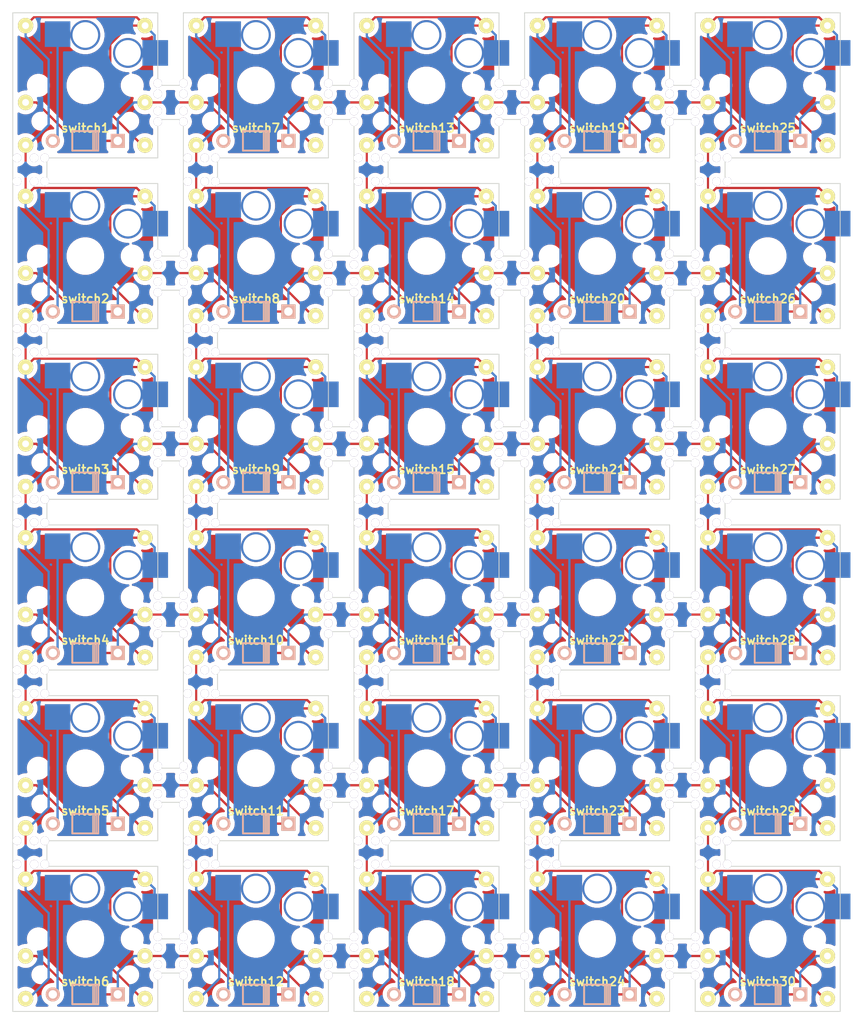
<source format=kicad_pcb>
(kicad_pcb (version 20171130) (host pcbnew 5.1.10)
  (layers (0 F.Cu signal) (31 B.Cu signal) (34 B.Paste user) (35 F.Paste user) (36 B.SilkS user) (37 F.SilkS user) (38 B.Mask user) (39 F.Mask user) (44 Edge.Cuts user))
  (net 0 "")
  (net 1 "Net-(J1-Pad1)")
  (net 2 "Net-(diode1-Pad2)")
  (net 3 "Net-(diode2-Pad2)")
  (net 4 "Net-(diode3-Pad2)")
  (net 5 "Net-(diode4-Pad2)")
  (net 6 "Net-(J100-Pad1)")
  (net 7 "Net-(diode5-Pad2)")
  (net 8 "Net-(diode6-Pad2)")
  (net 9 "Net-(diode7-Pad2)")
  (net 10 "Net-(diode8-Pad2)")
  (net 11 "Net-(diode9-Pad2)")
  (net 12 "Net-(diode10-Pad2)")
  (net 13 "Net-(diode11-Pad2)")
  (net 14 "Net-(diode12-Pad2)")
  (net 15 "Net-(diode13-Pad2)")
  (net 16 "Net-(diode14-Pad2)")
  (net 17 "Net-(diode15-Pad2)")
  (net 18 "Net-(diode16-Pad2)")
  (net 19 "Net-(diode17-Pad2)")
  (net 20 "Net-(diode18-Pad2)")
  (net 21 "Net-(diode19-Pad2)")
  (net 22 "Net-(diode20-Pad2)")
  (net 23 "Net-(diode21-Pad2)")
  (net 24 "Net-(diode22-Pad2)")
  (net 25 "Net-(diode23-Pad2)")
  (net 26 "Net-(diode24-Pad2)")
  (net 27 "Net-(diode25-Pad2)")
  (net 28 "Net-(diode26-Pad2)")
  (net 29 "Net-(diode27-Pad2)")
  (net 30 "Net-(diode28-Pad2)")
  (net 31 "Net-(diode29-Pad2)")
  (net 32 "Net-(diode30-Pad2)")
  (net 33 "Net-(J73-Pad1)")
  (net 34 "Net-(J121-Pad1)")
  (net 35 "Net-(J123-Pad1)")
  (net 36 "Net-(J125-Pad1)")
  (net 37 "Net-(J127-Pad1)")
  (net 38 "Net-(J129-Pad1)")
  (net 39 "Net-(J25-Pad1)")
  (net 40 "Net-(J49-Pad1)")
  (net 41 "Net-(J171-Pad1)")
  (module footprints:choc-1-socket (layer F.Cu) (at 110 130)
    (fp_text reference switch30 (at 0 5 180) (layer F.SilkS) (effects (font (thickness 0.2))))
    (fp_text value switch hide)
    (pad 1 smd rect (at -3.25 -6) (size 3 3) (layers B.Cu B.Paste B.Mask) (net 32 "Net-(diode30-Pad2)"))
    (pad 2 smd rect (at 8.2 -3.8) (size 3 3) (layers B.Cu B.Paste B.Mask) (net 6 "Net-(J100-Pad1)"))
    (pad 0 thru_hole circle (at 5 -3.8) (size 3.5 3.5) (drill 3) (layers *.Cu *.Mask))
    (pad 0 thru_hole circle (at 0 -5.9) (size 3.5 3.5) (drill 3) (layers *.Cu *.Mask))
    (pad "" np_thru_hole circle (at 5.5 0) (size 1.7 1.7) (drill 1.7) (layers *.Cu *.Mask))
    (pad "" np_thru_hole circle (at 5.22 4.2) (size 1.2 1.2) (drill 1.2) (layers *.Cu *.Mask))
    (pad "" np_thru_hole circle (at -5.5 0) (size 1.7 1.7) (drill 1.7) (layers *.Cu *.Mask))
    (pad "" np_thru_hole circle (at -5.22 4.2) (size 1.2 1.2) (drill 1.2) (layers *.Cu *.Mask))
    (pad "" np_thru_hole circle (at 0 0) (size 3.4 3.4) (drill 3.4) (layers *.Cu *.Mask))
  )
  (module footprints:choc-1-socket (layer F.Cu) (at 110 110)
    (fp_text reference switch29 (at 0 5 180) (layer F.SilkS) (effects (font (thickness 0.2))))
    (fp_text value switch hide)
    (pad 1 smd rect (at -3.25 -6) (size 3 3) (layers B.Cu B.Paste B.Mask) (net 31 "Net-(diode29-Pad2)"))
    (pad 2 smd rect (at 8.2 -3.8) (size 3 3) (layers B.Cu B.Paste B.Mask) (net 6 "Net-(J100-Pad1)"))
    (pad 0 thru_hole circle (at 5 -3.8) (size 3.5 3.5) (drill 3) (layers *.Cu *.Mask))
    (pad 0 thru_hole circle (at 0 -5.9) (size 3.5 3.5) (drill 3) (layers *.Cu *.Mask))
    (pad "" np_thru_hole circle (at 5.5 0) (size 1.7 1.7) (drill 1.7) (layers *.Cu *.Mask))
    (pad "" np_thru_hole circle (at 5.22 4.2) (size 1.2 1.2) (drill 1.2) (layers *.Cu *.Mask))
    (pad "" np_thru_hole circle (at -5.5 0) (size 1.7 1.7) (drill 1.7) (layers *.Cu *.Mask))
    (pad "" np_thru_hole circle (at -5.22 4.2) (size 1.2 1.2) (drill 1.2) (layers *.Cu *.Mask))
    (pad "" np_thru_hole circle (at 0 0) (size 3.4 3.4) (drill 3.4) (layers *.Cu *.Mask))
  )
  (module footprints:choc-1-socket (layer F.Cu) (at 110 90)
    (fp_text reference switch28 (at 0 5 180) (layer F.SilkS) (effects (font (thickness 0.2))))
    (fp_text value switch hide)
    (pad 1 smd rect (at -3.25 -6) (size 3 3) (layers B.Cu B.Paste B.Mask) (net 30 "Net-(diode28-Pad2)"))
    (pad 2 smd rect (at 8.2 -3.8) (size 3 3) (layers B.Cu B.Paste B.Mask) (net 6 "Net-(J100-Pad1)"))
    (pad 0 thru_hole circle (at 5 -3.8) (size 3.5 3.5) (drill 3) (layers *.Cu *.Mask))
    (pad 0 thru_hole circle (at 0 -5.9) (size 3.5 3.5) (drill 3) (layers *.Cu *.Mask))
    (pad "" np_thru_hole circle (at 5.5 0) (size 1.7 1.7) (drill 1.7) (layers *.Cu *.Mask))
    (pad "" np_thru_hole circle (at 5.22 4.2) (size 1.2 1.2) (drill 1.2) (layers *.Cu *.Mask))
    (pad "" np_thru_hole circle (at -5.5 0) (size 1.7 1.7) (drill 1.7) (layers *.Cu *.Mask))
    (pad "" np_thru_hole circle (at -5.22 4.2) (size 1.2 1.2) (drill 1.2) (layers *.Cu *.Mask))
    (pad "" np_thru_hole circle (at 0 0) (size 3.4 3.4) (drill 3.4) (layers *.Cu *.Mask))
  )
  (module footprints:choc-1-socket (layer F.Cu) (at 110 70)
    (fp_text reference switch27 (at 0 5 180) (layer F.SilkS) (effects (font (thickness 0.2))))
    (fp_text value switch hide)
    (pad 1 smd rect (at -3.25 -6) (size 3 3) (layers B.Cu B.Paste B.Mask) (net 29 "Net-(diode27-Pad2)"))
    (pad 2 smd rect (at 8.2 -3.8) (size 3 3) (layers B.Cu B.Paste B.Mask) (net 6 "Net-(J100-Pad1)"))
    (pad 0 thru_hole circle (at 5 -3.8) (size 3.5 3.5) (drill 3) (layers *.Cu *.Mask))
    (pad 0 thru_hole circle (at 0 -5.9) (size 3.5 3.5) (drill 3) (layers *.Cu *.Mask))
    (pad "" np_thru_hole circle (at 5.5 0) (size 1.7 1.7) (drill 1.7) (layers *.Cu *.Mask))
    (pad "" np_thru_hole circle (at 5.22 4.2) (size 1.2 1.2) (drill 1.2) (layers *.Cu *.Mask))
    (pad "" np_thru_hole circle (at -5.5 0) (size 1.7 1.7) (drill 1.7) (layers *.Cu *.Mask))
    (pad "" np_thru_hole circle (at -5.22 4.2) (size 1.2 1.2) (drill 1.2) (layers *.Cu *.Mask))
    (pad "" np_thru_hole circle (at 0 0) (size 3.4 3.4) (drill 3.4) (layers *.Cu *.Mask))
  )
  (module footprints:choc-1-socket (layer F.Cu) (at 110 50)
    (fp_text reference switch26 (at 0 5 180) (layer F.SilkS) (effects (font (thickness 0.2))))
    (fp_text value switch hide)
    (pad 1 smd rect (at -3.25 -6) (size 3 3) (layers B.Cu B.Paste B.Mask) (net 28 "Net-(diode26-Pad2)"))
    (pad 2 smd rect (at 8.2 -3.8) (size 3 3) (layers B.Cu B.Paste B.Mask) (net 6 "Net-(J100-Pad1)"))
    (pad 0 thru_hole circle (at 5 -3.8) (size 3.5 3.5) (drill 3) (layers *.Cu *.Mask))
    (pad 0 thru_hole circle (at 0 -5.9) (size 3.5 3.5) (drill 3) (layers *.Cu *.Mask))
    (pad "" np_thru_hole circle (at 5.5 0) (size 1.7 1.7) (drill 1.7) (layers *.Cu *.Mask))
    (pad "" np_thru_hole circle (at 5.22 4.2) (size 1.2 1.2) (drill 1.2) (layers *.Cu *.Mask))
    (pad "" np_thru_hole circle (at -5.5 0) (size 1.7 1.7) (drill 1.7) (layers *.Cu *.Mask))
    (pad "" np_thru_hole circle (at -5.22 4.2) (size 1.2 1.2) (drill 1.2) (layers *.Cu *.Mask))
    (pad "" np_thru_hole circle (at 0 0) (size 3.4 3.4) (drill 3.4) (layers *.Cu *.Mask))
  )
  (module footprints:choc-1-socket (layer F.Cu) (at 110 30)
    (fp_text reference switch25 (at 0 5 180) (layer F.SilkS) (effects (font (thickness 0.2))))
    (fp_text value switch hide)
    (pad 1 smd rect (at -3.25 -6) (size 3 3) (layers B.Cu B.Paste B.Mask) (net 27 "Net-(diode25-Pad2)"))
    (pad 2 smd rect (at 8.2 -3.8) (size 3 3) (layers B.Cu B.Paste B.Mask) (net 6 "Net-(J100-Pad1)"))
    (pad 0 thru_hole circle (at 5 -3.8) (size 3.5 3.5) (drill 3) (layers *.Cu *.Mask))
    (pad 0 thru_hole circle (at 0 -5.9) (size 3.5 3.5) (drill 3) (layers *.Cu *.Mask))
    (pad "" np_thru_hole circle (at 5.5 0) (size 1.7 1.7) (drill 1.7) (layers *.Cu *.Mask))
    (pad "" np_thru_hole circle (at 5.22 4.2) (size 1.2 1.2) (drill 1.2) (layers *.Cu *.Mask))
    (pad "" np_thru_hole circle (at -5.5 0) (size 1.7 1.7) (drill 1.7) (layers *.Cu *.Mask))
    (pad "" np_thru_hole circle (at -5.22 4.2) (size 1.2 1.2) (drill 1.2) (layers *.Cu *.Mask))
    (pad "" np_thru_hole circle (at 0 0) (size 3.4 3.4) (drill 3.4) (layers *.Cu *.Mask))
  )
  (module footprints:choc-1-socket (layer F.Cu) (at 90 130)
    (fp_text reference switch24 (at 0 5 180) (layer F.SilkS) (effects (font (thickness 0.2))))
    (fp_text value switch hide)
    (pad 1 smd rect (at -3.25 -6) (size 3 3) (layers B.Cu B.Paste B.Mask) (net 26 "Net-(diode24-Pad2)"))
    (pad 2 smd rect (at 8.2 -3.8) (size 3 3) (layers B.Cu B.Paste B.Mask) (net 33 "Net-(J73-Pad1)"))
    (pad 0 thru_hole circle (at 5 -3.8) (size 3.5 3.5) (drill 3) (layers *.Cu *.Mask))
    (pad 0 thru_hole circle (at 0 -5.9) (size 3.5 3.5) (drill 3) (layers *.Cu *.Mask))
    (pad "" np_thru_hole circle (at 5.5 0) (size 1.7 1.7) (drill 1.7) (layers *.Cu *.Mask))
    (pad "" np_thru_hole circle (at 5.22 4.2) (size 1.2 1.2) (drill 1.2) (layers *.Cu *.Mask))
    (pad "" np_thru_hole circle (at -5.5 0) (size 1.7 1.7) (drill 1.7) (layers *.Cu *.Mask))
    (pad "" np_thru_hole circle (at -5.22 4.2) (size 1.2 1.2) (drill 1.2) (layers *.Cu *.Mask))
    (pad "" np_thru_hole circle (at 0 0) (size 3.4 3.4) (drill 3.4) (layers *.Cu *.Mask))
  )
  (module footprints:choc-1-socket (layer F.Cu) (at 90 110)
    (fp_text reference switch23 (at 0 5 180) (layer F.SilkS) (effects (font (thickness 0.2))))
    (fp_text value switch hide)
    (pad 1 smd rect (at -3.25 -6) (size 3 3) (layers B.Cu B.Paste B.Mask) (net 25 "Net-(diode23-Pad2)"))
    (pad 2 smd rect (at 8.2 -3.8) (size 3 3) (layers B.Cu B.Paste B.Mask) (net 33 "Net-(J73-Pad1)"))
    (pad 0 thru_hole circle (at 5 -3.8) (size 3.5 3.5) (drill 3) (layers *.Cu *.Mask))
    (pad 0 thru_hole circle (at 0 -5.9) (size 3.5 3.5) (drill 3) (layers *.Cu *.Mask))
    (pad "" np_thru_hole circle (at 5.5 0) (size 1.7 1.7) (drill 1.7) (layers *.Cu *.Mask))
    (pad "" np_thru_hole circle (at 5.22 4.2) (size 1.2 1.2) (drill 1.2) (layers *.Cu *.Mask))
    (pad "" np_thru_hole circle (at -5.5 0) (size 1.7 1.7) (drill 1.7) (layers *.Cu *.Mask))
    (pad "" np_thru_hole circle (at -5.22 4.2) (size 1.2 1.2) (drill 1.2) (layers *.Cu *.Mask))
    (pad "" np_thru_hole circle (at 0 0) (size 3.4 3.4) (drill 3.4) (layers *.Cu *.Mask))
  )
  (module footprints:choc-1-socket (layer F.Cu) (at 90 90)
    (fp_text reference switch22 (at 0 5 180) (layer F.SilkS) (effects (font (thickness 0.2))))
    (fp_text value switch hide)
    (pad 1 smd rect (at -3.25 -6) (size 3 3) (layers B.Cu B.Paste B.Mask) (net 24 "Net-(diode22-Pad2)"))
    (pad 2 smd rect (at 8.2 -3.8) (size 3 3) (layers B.Cu B.Paste B.Mask) (net 33 "Net-(J73-Pad1)"))
    (pad 0 thru_hole circle (at 5 -3.8) (size 3.5 3.5) (drill 3) (layers *.Cu *.Mask))
    (pad 0 thru_hole circle (at 0 -5.9) (size 3.5 3.5) (drill 3) (layers *.Cu *.Mask))
    (pad "" np_thru_hole circle (at 5.5 0) (size 1.7 1.7) (drill 1.7) (layers *.Cu *.Mask))
    (pad "" np_thru_hole circle (at 5.22 4.2) (size 1.2 1.2) (drill 1.2) (layers *.Cu *.Mask))
    (pad "" np_thru_hole circle (at -5.5 0) (size 1.7 1.7) (drill 1.7) (layers *.Cu *.Mask))
    (pad "" np_thru_hole circle (at -5.22 4.2) (size 1.2 1.2) (drill 1.2) (layers *.Cu *.Mask))
    (pad "" np_thru_hole circle (at 0 0) (size 3.4 3.4) (drill 3.4) (layers *.Cu *.Mask))
  )
  (module footprints:choc-1-socket (layer F.Cu) (at 90 70)
    (fp_text reference switch21 (at 0 5 180) (layer F.SilkS) (effects (font (thickness 0.2))))
    (fp_text value switch hide)
    (pad 1 smd rect (at -3.25 -6) (size 3 3) (layers B.Cu B.Paste B.Mask) (net 23 "Net-(diode21-Pad2)"))
    (pad 2 smd rect (at 8.2 -3.8) (size 3 3) (layers B.Cu B.Paste B.Mask) (net 33 "Net-(J73-Pad1)"))
    (pad 0 thru_hole circle (at 5 -3.8) (size 3.5 3.5) (drill 3) (layers *.Cu *.Mask))
    (pad 0 thru_hole circle (at 0 -5.9) (size 3.5 3.5) (drill 3) (layers *.Cu *.Mask))
    (pad "" np_thru_hole circle (at 5.5 0) (size 1.7 1.7) (drill 1.7) (layers *.Cu *.Mask))
    (pad "" np_thru_hole circle (at 5.22 4.2) (size 1.2 1.2) (drill 1.2) (layers *.Cu *.Mask))
    (pad "" np_thru_hole circle (at -5.5 0) (size 1.7 1.7) (drill 1.7) (layers *.Cu *.Mask))
    (pad "" np_thru_hole circle (at -5.22 4.2) (size 1.2 1.2) (drill 1.2) (layers *.Cu *.Mask))
    (pad "" np_thru_hole circle (at 0 0) (size 3.4 3.4) (drill 3.4) (layers *.Cu *.Mask))
  )
  (module footprints:choc-1-socket (layer F.Cu) (at 90 50)
    (fp_text reference switch20 (at 0 5 180) (layer F.SilkS) (effects (font (thickness 0.2))))
    (fp_text value switch hide)
    (pad 1 smd rect (at -3.25 -6) (size 3 3) (layers B.Cu B.Paste B.Mask) (net 22 "Net-(diode20-Pad2)"))
    (pad 2 smd rect (at 8.2 -3.8) (size 3 3) (layers B.Cu B.Paste B.Mask) (net 33 "Net-(J73-Pad1)"))
    (pad 0 thru_hole circle (at 5 -3.8) (size 3.5 3.5) (drill 3) (layers *.Cu *.Mask))
    (pad 0 thru_hole circle (at 0 -5.9) (size 3.5 3.5) (drill 3) (layers *.Cu *.Mask))
    (pad "" np_thru_hole circle (at 5.5 0) (size 1.7 1.7) (drill 1.7) (layers *.Cu *.Mask))
    (pad "" np_thru_hole circle (at 5.22 4.2) (size 1.2 1.2) (drill 1.2) (layers *.Cu *.Mask))
    (pad "" np_thru_hole circle (at -5.5 0) (size 1.7 1.7) (drill 1.7) (layers *.Cu *.Mask))
    (pad "" np_thru_hole circle (at -5.22 4.2) (size 1.2 1.2) (drill 1.2) (layers *.Cu *.Mask))
    (pad "" np_thru_hole circle (at 0 0) (size 3.4 3.4) (drill 3.4) (layers *.Cu *.Mask))
  )
  (module footprints:choc-1-socket (layer F.Cu) (at 90 30)
    (fp_text reference switch19 (at 0 5 180) (layer F.SilkS) (effects (font (thickness 0.2))))
    (fp_text value switch hide)
    (pad 1 smd rect (at -3.25 -6) (size 3 3) (layers B.Cu B.Paste B.Mask) (net 21 "Net-(diode19-Pad2)"))
    (pad 2 smd rect (at 8.2 -3.8) (size 3 3) (layers B.Cu B.Paste B.Mask) (net 33 "Net-(J73-Pad1)"))
    (pad 0 thru_hole circle (at 5 -3.8) (size 3.5 3.5) (drill 3) (layers *.Cu *.Mask))
    (pad 0 thru_hole circle (at 0 -5.9) (size 3.5 3.5) (drill 3) (layers *.Cu *.Mask))
    (pad "" np_thru_hole circle (at 5.5 0) (size 1.7 1.7) (drill 1.7) (layers *.Cu *.Mask))
    (pad "" np_thru_hole circle (at 5.22 4.2) (size 1.2 1.2) (drill 1.2) (layers *.Cu *.Mask))
    (pad "" np_thru_hole circle (at -5.5 0) (size 1.7 1.7) (drill 1.7) (layers *.Cu *.Mask))
    (pad "" np_thru_hole circle (at -5.22 4.2) (size 1.2 1.2) (drill 1.2) (layers *.Cu *.Mask))
    (pad "" np_thru_hole circle (at 0 0) (size 3.4 3.4) (drill 3.4) (layers *.Cu *.Mask))
  )
  (module footprints:choc-1-socket (layer F.Cu) (at 70 130)
    (fp_text reference switch18 (at 0 5 180) (layer F.SilkS) (effects (font (thickness 0.2))))
    (fp_text value switch hide)
    (pad 1 smd rect (at -3.25 -6) (size 3 3) (layers B.Cu B.Paste B.Mask) (net 20 "Net-(diode18-Pad2)"))
    (pad 2 smd rect (at 8.2 -3.8) (size 3 3) (layers B.Cu B.Paste B.Mask) (net 40 "Net-(J49-Pad1)"))
    (pad 0 thru_hole circle (at 5 -3.8) (size 3.5 3.5) (drill 3) (layers *.Cu *.Mask))
    (pad 0 thru_hole circle (at 0 -5.9) (size 3.5 3.5) (drill 3) (layers *.Cu *.Mask))
    (pad "" np_thru_hole circle (at 5.5 0) (size 1.7 1.7) (drill 1.7) (layers *.Cu *.Mask))
    (pad "" np_thru_hole circle (at 5.22 4.2) (size 1.2 1.2) (drill 1.2) (layers *.Cu *.Mask))
    (pad "" np_thru_hole circle (at -5.5 0) (size 1.7 1.7) (drill 1.7) (layers *.Cu *.Mask))
    (pad "" np_thru_hole circle (at -5.22 4.2) (size 1.2 1.2) (drill 1.2) (layers *.Cu *.Mask))
    (pad "" np_thru_hole circle (at 0 0) (size 3.4 3.4) (drill 3.4) (layers *.Cu *.Mask))
  )
  (module footprints:choc-1-socket (layer F.Cu) (at 70 110)
    (fp_text reference switch17 (at 0 5 180) (layer F.SilkS) (effects (font (thickness 0.2))))
    (fp_text value switch hide)
    (pad 1 smd rect (at -3.25 -6) (size 3 3) (layers B.Cu B.Paste B.Mask) (net 19 "Net-(diode17-Pad2)"))
    (pad 2 smd rect (at 8.2 -3.8) (size 3 3) (layers B.Cu B.Paste B.Mask) (net 40 "Net-(J49-Pad1)"))
    (pad 0 thru_hole circle (at 5 -3.8) (size 3.5 3.5) (drill 3) (layers *.Cu *.Mask))
    (pad 0 thru_hole circle (at 0 -5.9) (size 3.5 3.5) (drill 3) (layers *.Cu *.Mask))
    (pad "" np_thru_hole circle (at 5.5 0) (size 1.7 1.7) (drill 1.7) (layers *.Cu *.Mask))
    (pad "" np_thru_hole circle (at 5.22 4.2) (size 1.2 1.2) (drill 1.2) (layers *.Cu *.Mask))
    (pad "" np_thru_hole circle (at -5.5 0) (size 1.7 1.7) (drill 1.7) (layers *.Cu *.Mask))
    (pad "" np_thru_hole circle (at -5.22 4.2) (size 1.2 1.2) (drill 1.2) (layers *.Cu *.Mask))
    (pad "" np_thru_hole circle (at 0 0) (size 3.4 3.4) (drill 3.4) (layers *.Cu *.Mask))
  )
  (module footprints:choc-1-socket (layer F.Cu) (at 70 90)
    (fp_text reference switch16 (at 0 5 180) (layer F.SilkS) (effects (font (thickness 0.2))))
    (fp_text value switch hide)
    (pad 1 smd rect (at -3.25 -6) (size 3 3) (layers B.Cu B.Paste B.Mask) (net 18 "Net-(diode16-Pad2)"))
    (pad 2 smd rect (at 8.2 -3.8) (size 3 3) (layers B.Cu B.Paste B.Mask) (net 40 "Net-(J49-Pad1)"))
    (pad 0 thru_hole circle (at 5 -3.8) (size 3.5 3.5) (drill 3) (layers *.Cu *.Mask))
    (pad 0 thru_hole circle (at 0 -5.9) (size 3.5 3.5) (drill 3) (layers *.Cu *.Mask))
    (pad "" np_thru_hole circle (at 5.5 0) (size 1.7 1.7) (drill 1.7) (layers *.Cu *.Mask))
    (pad "" np_thru_hole circle (at 5.22 4.2) (size 1.2 1.2) (drill 1.2) (layers *.Cu *.Mask))
    (pad "" np_thru_hole circle (at -5.5 0) (size 1.7 1.7) (drill 1.7) (layers *.Cu *.Mask))
    (pad "" np_thru_hole circle (at -5.22 4.2) (size 1.2 1.2) (drill 1.2) (layers *.Cu *.Mask))
    (pad "" np_thru_hole circle (at 0 0) (size 3.4 3.4) (drill 3.4) (layers *.Cu *.Mask))
  )
  (module footprints:choc-1-socket (layer F.Cu) (at 70 70)
    (fp_text reference switch15 (at 0 5 180) (layer F.SilkS) (effects (font (thickness 0.2))))
    (fp_text value switch hide)
    (pad 1 smd rect (at -3.25 -6) (size 3 3) (layers B.Cu B.Paste B.Mask) (net 17 "Net-(diode15-Pad2)"))
    (pad 2 smd rect (at 8.2 -3.8) (size 3 3) (layers B.Cu B.Paste B.Mask) (net 40 "Net-(J49-Pad1)"))
    (pad 0 thru_hole circle (at 5 -3.8) (size 3.5 3.5) (drill 3) (layers *.Cu *.Mask))
    (pad 0 thru_hole circle (at 0 -5.9) (size 3.5 3.5) (drill 3) (layers *.Cu *.Mask))
    (pad "" np_thru_hole circle (at 5.5 0) (size 1.7 1.7) (drill 1.7) (layers *.Cu *.Mask))
    (pad "" np_thru_hole circle (at 5.22 4.2) (size 1.2 1.2) (drill 1.2) (layers *.Cu *.Mask))
    (pad "" np_thru_hole circle (at -5.5 0) (size 1.7 1.7) (drill 1.7) (layers *.Cu *.Mask))
    (pad "" np_thru_hole circle (at -5.22 4.2) (size 1.2 1.2) (drill 1.2) (layers *.Cu *.Mask))
    (pad "" np_thru_hole circle (at 0 0) (size 3.4 3.4) (drill 3.4) (layers *.Cu *.Mask))
  )
  (module footprints:choc-1-socket (layer F.Cu) (at 70 50)
    (fp_text reference switch14 (at 0 5 180) (layer F.SilkS) (effects (font (thickness 0.2))))
    (fp_text value switch hide)
    (pad 1 smd rect (at -3.25 -6) (size 3 3) (layers B.Cu B.Paste B.Mask) (net 16 "Net-(diode14-Pad2)"))
    (pad 2 smd rect (at 8.2 -3.8) (size 3 3) (layers B.Cu B.Paste B.Mask) (net 40 "Net-(J49-Pad1)"))
    (pad 0 thru_hole circle (at 5 -3.8) (size 3.5 3.5) (drill 3) (layers *.Cu *.Mask))
    (pad 0 thru_hole circle (at 0 -5.9) (size 3.5 3.5) (drill 3) (layers *.Cu *.Mask))
    (pad "" np_thru_hole circle (at 5.5 0) (size 1.7 1.7) (drill 1.7) (layers *.Cu *.Mask))
    (pad "" np_thru_hole circle (at 5.22 4.2) (size 1.2 1.2) (drill 1.2) (layers *.Cu *.Mask))
    (pad "" np_thru_hole circle (at -5.5 0) (size 1.7 1.7) (drill 1.7) (layers *.Cu *.Mask))
    (pad "" np_thru_hole circle (at -5.22 4.2) (size 1.2 1.2) (drill 1.2) (layers *.Cu *.Mask))
    (pad "" np_thru_hole circle (at 0 0) (size 3.4 3.4) (drill 3.4) (layers *.Cu *.Mask))
  )
  (module footprints:choc-1-socket (layer F.Cu) (at 70 30)
    (fp_text reference switch13 (at 0 5 180) (layer F.SilkS) (effects (font (thickness 0.2))))
    (fp_text value switch hide)
    (pad 1 smd rect (at -3.25 -6) (size 3 3) (layers B.Cu B.Paste B.Mask) (net 15 "Net-(diode13-Pad2)"))
    (pad 2 smd rect (at 8.2 -3.8) (size 3 3) (layers B.Cu B.Paste B.Mask) (net 40 "Net-(J49-Pad1)"))
    (pad 0 thru_hole circle (at 5 -3.8) (size 3.5 3.5) (drill 3) (layers *.Cu *.Mask))
    (pad 0 thru_hole circle (at 0 -5.9) (size 3.5 3.5) (drill 3) (layers *.Cu *.Mask))
    (pad "" np_thru_hole circle (at 5.5 0) (size 1.7 1.7) (drill 1.7) (layers *.Cu *.Mask))
    (pad "" np_thru_hole circle (at 5.22 4.2) (size 1.2 1.2) (drill 1.2) (layers *.Cu *.Mask))
    (pad "" np_thru_hole circle (at -5.5 0) (size 1.7 1.7) (drill 1.7) (layers *.Cu *.Mask))
    (pad "" np_thru_hole circle (at -5.22 4.2) (size 1.2 1.2) (drill 1.2) (layers *.Cu *.Mask))
    (pad "" np_thru_hole circle (at 0 0) (size 3.4 3.4) (drill 3.4) (layers *.Cu *.Mask))
  )
  (module footprints:choc-1-socket (layer F.Cu) (at 50 130)
    (fp_text reference switch12 (at 0 5 180) (layer F.SilkS) (effects (font (thickness 0.2))))
    (fp_text value switch hide)
    (pad 1 smd rect (at -3.25 -6) (size 3 3) (layers B.Cu B.Paste B.Mask) (net 14 "Net-(diode12-Pad2)"))
    (pad 2 smd rect (at 8.2 -3.8) (size 3 3) (layers B.Cu B.Paste B.Mask) (net 39 "Net-(J25-Pad1)"))
    (pad 0 thru_hole circle (at 5 -3.8) (size 3.5 3.5) (drill 3) (layers *.Cu *.Mask))
    (pad 0 thru_hole circle (at 0 -5.9) (size 3.5 3.5) (drill 3) (layers *.Cu *.Mask))
    (pad "" np_thru_hole circle (at 5.5 0) (size 1.7 1.7) (drill 1.7) (layers *.Cu *.Mask))
    (pad "" np_thru_hole circle (at 5.22 4.2) (size 1.2 1.2) (drill 1.2) (layers *.Cu *.Mask))
    (pad "" np_thru_hole circle (at -5.5 0) (size 1.7 1.7) (drill 1.7) (layers *.Cu *.Mask))
    (pad "" np_thru_hole circle (at -5.22 4.2) (size 1.2 1.2) (drill 1.2) (layers *.Cu *.Mask))
    (pad "" np_thru_hole circle (at 0 0) (size 3.4 3.4) (drill 3.4) (layers *.Cu *.Mask))
  )
  (module footprints:choc-1-socket (layer F.Cu) (at 50 110)
    (fp_text reference switch11 (at 0 5 180) (layer F.SilkS) (effects (font (thickness 0.2))))
    (fp_text value switch hide)
    (pad 1 smd rect (at -3.25 -6) (size 3 3) (layers B.Cu B.Paste B.Mask) (net 13 "Net-(diode11-Pad2)"))
    (pad 2 smd rect (at 8.2 -3.8) (size 3 3) (layers B.Cu B.Paste B.Mask) (net 39 "Net-(J25-Pad1)"))
    (pad 0 thru_hole circle (at 5 -3.8) (size 3.5 3.5) (drill 3) (layers *.Cu *.Mask))
    (pad 0 thru_hole circle (at 0 -5.9) (size 3.5 3.5) (drill 3) (layers *.Cu *.Mask))
    (pad "" np_thru_hole circle (at 5.5 0) (size 1.7 1.7) (drill 1.7) (layers *.Cu *.Mask))
    (pad "" np_thru_hole circle (at 5.22 4.2) (size 1.2 1.2) (drill 1.2) (layers *.Cu *.Mask))
    (pad "" np_thru_hole circle (at -5.5 0) (size 1.7 1.7) (drill 1.7) (layers *.Cu *.Mask))
    (pad "" np_thru_hole circle (at -5.22 4.2) (size 1.2 1.2) (drill 1.2) (layers *.Cu *.Mask))
    (pad "" np_thru_hole circle (at 0 0) (size 3.4 3.4) (drill 3.4) (layers *.Cu *.Mask))
  )
  (module footprints:choc-1-socket (layer F.Cu) (at 50 90)
    (fp_text reference switch10 (at 0 5 180) (layer F.SilkS) (effects (font (thickness 0.2))))
    (fp_text value switch hide)
    (pad 1 smd rect (at -3.25 -6) (size 3 3) (layers B.Cu B.Paste B.Mask) (net 12 "Net-(diode10-Pad2)"))
    (pad 2 smd rect (at 8.2 -3.8) (size 3 3) (layers B.Cu B.Paste B.Mask) (net 39 "Net-(J25-Pad1)"))
    (pad 0 thru_hole circle (at 5 -3.8) (size 3.5 3.5) (drill 3) (layers *.Cu *.Mask))
    (pad 0 thru_hole circle (at 0 -5.9) (size 3.5 3.5) (drill 3) (layers *.Cu *.Mask))
    (pad "" np_thru_hole circle (at 5.5 0) (size 1.7 1.7) (drill 1.7) (layers *.Cu *.Mask))
    (pad "" np_thru_hole circle (at 5.22 4.2) (size 1.2 1.2) (drill 1.2) (layers *.Cu *.Mask))
    (pad "" np_thru_hole circle (at -5.5 0) (size 1.7 1.7) (drill 1.7) (layers *.Cu *.Mask))
    (pad "" np_thru_hole circle (at -5.22 4.2) (size 1.2 1.2) (drill 1.2) (layers *.Cu *.Mask))
    (pad "" np_thru_hole circle (at 0 0) (size 3.4 3.4) (drill 3.4) (layers *.Cu *.Mask))
  )
  (module footprints:choc-1-socket (layer F.Cu) (at 50 70)
    (fp_text reference switch9 (at 0 5 180) (layer F.SilkS) (effects (font (thickness 0.2))))
    (fp_text value switch hide)
    (pad 1 smd rect (at -3.25 -6) (size 3 3) (layers B.Cu B.Paste B.Mask) (net 11 "Net-(diode9-Pad2)"))
    (pad 2 smd rect (at 8.2 -3.8) (size 3 3) (layers B.Cu B.Paste B.Mask) (net 39 "Net-(J25-Pad1)"))
    (pad 0 thru_hole circle (at 5 -3.8) (size 3.5 3.5) (drill 3) (layers *.Cu *.Mask))
    (pad 0 thru_hole circle (at 0 -5.9) (size 3.5 3.5) (drill 3) (layers *.Cu *.Mask))
    (pad "" np_thru_hole circle (at 5.5 0) (size 1.7 1.7) (drill 1.7) (layers *.Cu *.Mask))
    (pad "" np_thru_hole circle (at 5.22 4.2) (size 1.2 1.2) (drill 1.2) (layers *.Cu *.Mask))
    (pad "" np_thru_hole circle (at -5.5 0) (size 1.7 1.7) (drill 1.7) (layers *.Cu *.Mask))
    (pad "" np_thru_hole circle (at -5.22 4.2) (size 1.2 1.2) (drill 1.2) (layers *.Cu *.Mask))
    (pad "" np_thru_hole circle (at 0 0) (size 3.4 3.4) (drill 3.4) (layers *.Cu *.Mask))
  )
  (module footprints:choc-1-socket (layer F.Cu) (at 50 50)
    (fp_text reference switch8 (at 0 5 180) (layer F.SilkS) (effects (font (thickness 0.2))))
    (fp_text value switch hide)
    (pad 1 smd rect (at -3.25 -6) (size 3 3) (layers B.Cu B.Paste B.Mask) (net 10 "Net-(diode8-Pad2)"))
    (pad 2 smd rect (at 8.2 -3.8) (size 3 3) (layers B.Cu B.Paste B.Mask) (net 39 "Net-(J25-Pad1)"))
    (pad 0 thru_hole circle (at 5 -3.8) (size 3.5 3.5) (drill 3) (layers *.Cu *.Mask))
    (pad 0 thru_hole circle (at 0 -5.9) (size 3.5 3.5) (drill 3) (layers *.Cu *.Mask))
    (pad "" np_thru_hole circle (at 5.5 0) (size 1.7 1.7) (drill 1.7) (layers *.Cu *.Mask))
    (pad "" np_thru_hole circle (at 5.22 4.2) (size 1.2 1.2) (drill 1.2) (layers *.Cu *.Mask))
    (pad "" np_thru_hole circle (at -5.5 0) (size 1.7 1.7) (drill 1.7) (layers *.Cu *.Mask))
    (pad "" np_thru_hole circle (at -5.22 4.2) (size 1.2 1.2) (drill 1.2) (layers *.Cu *.Mask))
    (pad "" np_thru_hole circle (at 0 0) (size 3.4 3.4) (drill 3.4) (layers *.Cu *.Mask))
  )
  (module footprints:choc-1-socket (layer F.Cu) (at 50 30)
    (fp_text reference switch7 (at 0 5 180) (layer F.SilkS) (effects (font (thickness 0.2))))
    (fp_text value switch hide)
    (pad 1 smd rect (at -3.25 -6) (size 3 3) (layers B.Cu B.Paste B.Mask) (net 9 "Net-(diode7-Pad2)"))
    (pad 2 smd rect (at 8.2 -3.8) (size 3 3) (layers B.Cu B.Paste B.Mask) (net 39 "Net-(J25-Pad1)"))
    (pad 0 thru_hole circle (at 5 -3.8) (size 3.5 3.5) (drill 3) (layers *.Cu *.Mask))
    (pad 0 thru_hole circle (at 0 -5.9) (size 3.5 3.5) (drill 3) (layers *.Cu *.Mask))
    (pad "" np_thru_hole circle (at 5.5 0) (size 1.7 1.7) (drill 1.7) (layers *.Cu *.Mask))
    (pad "" np_thru_hole circle (at 5.22 4.2) (size 1.2 1.2) (drill 1.2) (layers *.Cu *.Mask))
    (pad "" np_thru_hole circle (at -5.5 0) (size 1.7 1.7) (drill 1.7) (layers *.Cu *.Mask))
    (pad "" np_thru_hole circle (at -5.22 4.2) (size 1.2 1.2) (drill 1.2) (layers *.Cu *.Mask))
    (pad "" np_thru_hole circle (at 0 0) (size 3.4 3.4) (drill 3.4) (layers *.Cu *.Mask))
  )
  (module footprints:choc-1-socket (layer F.Cu) (at 30 130)
    (fp_text reference switch6 (at 0 5 180) (layer F.SilkS) (effects (font (thickness 0.2))))
    (fp_text value switch hide)
    (pad 1 smd rect (at -3.25 -6) (size 3 3) (layers B.Cu B.Paste B.Mask) (net 8 "Net-(diode6-Pad2)"))
    (pad 2 smd rect (at 8.2 -3.8) (size 3 3) (layers B.Cu B.Paste B.Mask) (net 1 "Net-(J1-Pad1)"))
    (pad 0 thru_hole circle (at 5 -3.8) (size 3.5 3.5) (drill 3) (layers *.Cu *.Mask))
    (pad 0 thru_hole circle (at 0 -5.9) (size 3.5 3.5) (drill 3) (layers *.Cu *.Mask))
    (pad "" np_thru_hole circle (at 5.5 0) (size 1.7 1.7) (drill 1.7) (layers *.Cu *.Mask))
    (pad "" np_thru_hole circle (at 5.22 4.2) (size 1.2 1.2) (drill 1.2) (layers *.Cu *.Mask))
    (pad "" np_thru_hole circle (at -5.5 0) (size 1.7 1.7) (drill 1.7) (layers *.Cu *.Mask))
    (pad "" np_thru_hole circle (at -5.22 4.2) (size 1.2 1.2) (drill 1.2) (layers *.Cu *.Mask))
    (pad "" np_thru_hole circle (at 0 0) (size 3.4 3.4) (drill 3.4) (layers *.Cu *.Mask))
  )
  (module footprints:choc-1-socket (layer F.Cu) (at 30 110)
    (fp_text reference switch5 (at 0 5 180) (layer F.SilkS) (effects (font (thickness 0.2))))
    (fp_text value switch hide)
    (pad 1 smd rect (at -3.25 -6) (size 3 3) (layers B.Cu B.Paste B.Mask) (net 7 "Net-(diode5-Pad2)"))
    (pad 2 smd rect (at 8.2 -3.8) (size 3 3) (layers B.Cu B.Paste B.Mask) (net 1 "Net-(J1-Pad1)"))
    (pad 0 thru_hole circle (at 5 -3.8) (size 3.5 3.5) (drill 3) (layers *.Cu *.Mask))
    (pad 0 thru_hole circle (at 0 -5.9) (size 3.5 3.5) (drill 3) (layers *.Cu *.Mask))
    (pad "" np_thru_hole circle (at 5.5 0) (size 1.7 1.7) (drill 1.7) (layers *.Cu *.Mask))
    (pad "" np_thru_hole circle (at 5.22 4.2) (size 1.2 1.2) (drill 1.2) (layers *.Cu *.Mask))
    (pad "" np_thru_hole circle (at -5.5 0) (size 1.7 1.7) (drill 1.7) (layers *.Cu *.Mask))
    (pad "" np_thru_hole circle (at -5.22 4.2) (size 1.2 1.2) (drill 1.2) (layers *.Cu *.Mask))
    (pad "" np_thru_hole circle (at 0 0) (size 3.4 3.4) (drill 3.4) (layers *.Cu *.Mask))
  )
  (module footprints:choc-1-socket (layer F.Cu) (at 30 90)
    (fp_text reference switch4 (at 0 5 180) (layer F.SilkS) (effects (font (thickness 0.2))))
    (fp_text value switch hide)
    (pad 1 smd rect (at -3.25 -6) (size 3 3) (layers B.Cu B.Paste B.Mask) (net 5 "Net-(diode4-Pad2)"))
    (pad 2 smd rect (at 8.2 -3.8) (size 3 3) (layers B.Cu B.Paste B.Mask) (net 1 "Net-(J1-Pad1)"))
    (pad 0 thru_hole circle (at 5 -3.8) (size 3.5 3.5) (drill 3) (layers *.Cu *.Mask))
    (pad 0 thru_hole circle (at 0 -5.9) (size 3.5 3.5) (drill 3) (layers *.Cu *.Mask))
    (pad "" np_thru_hole circle (at 5.5 0) (size 1.7 1.7) (drill 1.7) (layers *.Cu *.Mask))
    (pad "" np_thru_hole circle (at 5.22 4.2) (size 1.2 1.2) (drill 1.2) (layers *.Cu *.Mask))
    (pad "" np_thru_hole circle (at -5.5 0) (size 1.7 1.7) (drill 1.7) (layers *.Cu *.Mask))
    (pad "" np_thru_hole circle (at -5.22 4.2) (size 1.2 1.2) (drill 1.2) (layers *.Cu *.Mask))
    (pad "" np_thru_hole circle (at 0 0) (size 3.4 3.4) (drill 3.4) (layers *.Cu *.Mask))
  )
  (module footprints:choc-1-socket (layer F.Cu) (at 30 70)
    (fp_text reference switch3 (at 0 5 180) (layer F.SilkS) (effects (font (thickness 0.2))))
    (fp_text value switch hide)
    (pad 1 smd rect (at -3.25 -6) (size 3 3) (layers B.Cu B.Paste B.Mask) (net 4 "Net-(diode3-Pad2)"))
    (pad 2 smd rect (at 8.2 -3.8) (size 3 3) (layers B.Cu B.Paste B.Mask) (net 1 "Net-(J1-Pad1)"))
    (pad 0 thru_hole circle (at 5 -3.8) (size 3.5 3.5) (drill 3) (layers *.Cu *.Mask))
    (pad 0 thru_hole circle (at 0 -5.9) (size 3.5 3.5) (drill 3) (layers *.Cu *.Mask))
    (pad "" np_thru_hole circle (at 5.5 0) (size 1.7 1.7) (drill 1.7) (layers *.Cu *.Mask))
    (pad "" np_thru_hole circle (at 5.22 4.2) (size 1.2 1.2) (drill 1.2) (layers *.Cu *.Mask))
    (pad "" np_thru_hole circle (at -5.5 0) (size 1.7 1.7) (drill 1.7) (layers *.Cu *.Mask))
    (pad "" np_thru_hole circle (at -5.22 4.2) (size 1.2 1.2) (drill 1.2) (layers *.Cu *.Mask))
    (pad "" np_thru_hole circle (at 0 0) (size 3.4 3.4) (drill 3.4) (layers *.Cu *.Mask))
  )
  (module footprints:choc-1-socket (layer F.Cu) (at 30 50)
    (fp_text reference switch2 (at 0 5 180) (layer F.SilkS) (effects (font (thickness 0.2))))
    (fp_text value switch hide)
    (pad 1 smd rect (at -3.25 -6) (size 3 3) (layers B.Cu B.Paste B.Mask) (net 3 "Net-(diode2-Pad2)"))
    (pad 2 smd rect (at 8.2 -3.8) (size 3 3) (layers B.Cu B.Paste B.Mask) (net 1 "Net-(J1-Pad1)"))
    (pad 0 thru_hole circle (at 5 -3.8) (size 3.5 3.5) (drill 3) (layers *.Cu *.Mask))
    (pad 0 thru_hole circle (at 0 -5.9) (size 3.5 3.5) (drill 3) (layers *.Cu *.Mask))
    (pad "" np_thru_hole circle (at 5.5 0) (size 1.7 1.7) (drill 1.7) (layers *.Cu *.Mask))
    (pad "" np_thru_hole circle (at 5.22 4.2) (size 1.2 1.2) (drill 1.2) (layers *.Cu *.Mask))
    (pad "" np_thru_hole circle (at -5.5 0) (size 1.7 1.7) (drill 1.7) (layers *.Cu *.Mask))
    (pad "" np_thru_hole circle (at -5.22 4.2) (size 1.2 1.2) (drill 1.2) (layers *.Cu *.Mask))
    (pad "" np_thru_hole circle (at 0 0) (size 3.4 3.4) (drill 3.4) (layers *.Cu *.Mask))
  )
  (module footprints:choc-1-socket (layer F.Cu) (at 30 30)
    (fp_text reference switch1 (at 0 5 180) (layer F.SilkS) (effects (font (thickness 0.2))))
    (fp_text value switch hide)
    (pad 1 smd rect (at -3.25 -6) (size 3 3) (layers B.Cu B.Paste B.Mask) (net 2 "Net-(diode1-Pad2)"))
    (pad 2 smd rect (at 8.2 -3.8) (size 3 3) (layers B.Cu B.Paste B.Mask) (net 1 "Net-(J1-Pad1)"))
    (pad 0 thru_hole circle (at 5 -3.8) (size 3.5 3.5) (drill 3) (layers *.Cu *.Mask))
    (pad 0 thru_hole circle (at 0 -5.9) (size 3.5 3.5) (drill 3) (layers *.Cu *.Mask))
    (pad "" np_thru_hole circle (at 5.5 0) (size 1.7 1.7) (drill 1.7) (layers *.Cu *.Mask))
    (pad "" np_thru_hole circle (at 5.22 4.2) (size 1.2 1.2) (drill 1.2) (layers *.Cu *.Mask))
    (pad "" np_thru_hole circle (at -5.5 0) (size 1.7 1.7) (drill 1.7) (layers *.Cu *.Mask))
    (pad "" np_thru_hole circle (at -5.22 4.2) (size 1.2 1.2) (drill 1.2) (layers *.Cu *.Mask))
    (pad "" np_thru_hole circle (at 0 0) (size 3.4 3.4) (drill 3.4) (layers *.Cu *.Mask))
  )
  (module footprints:hole-four (layer F.Cu) (at 38.5 32)
    (fp_text reference Ref** hide)
    (fp_text value Val** hide)
    (pad "" thru_hole circle (at 0 2.25) (size 1 1) (drill 1) (layers *.Cu *.Mask))
    (pad "" thru_hole circle (at 0 1) (size 1 1) (drill 1) (layers *.Cu *.Mask))
    (pad "" thru_hole circle (at 0 -2.25) (size 1 1) (drill 1) (layers *.Cu *.Mask))
    (pad "" thru_hole circle (at 0 -1) (size 1 1) (drill 1) (layers *.Cu *.Mask))
  )
  (module footprints:hole-four (layer F.Cu) (at 38.5 52)
    (fp_text reference Ref** hide)
    (fp_text value Val** hide)
    (pad "" thru_hole circle (at 0 -1) (size 1 1) (drill 1) (layers *.Cu *.Mask))
    (pad "" thru_hole circle (at 0 -2.25) (size 1 1) (drill 1) (layers *.Cu *.Mask))
    (pad "" thru_hole circle (at 0 1) (size 1 1) (drill 1) (layers *.Cu *.Mask))
    (pad "" thru_hole circle (at 0 2.25) (size 1 1) (drill 1) (layers *.Cu *.Mask))
  )
  (module footprints:hole-three (layer F.Cu) (at 23.25 58.5)
    (fp_text reference Ref** hide)
    (fp_text value Val** hide)
    (pad "" thru_hole circle (at 2 0) (size 1 1) (drill 1) (layers *.Cu *.Mask))
    (pad "" thru_hole circle (at 0.75 0) (size 1 1) (drill 1) (layers *.Cu *.Mask))
    (pad "" thru_hole circle (at -1.25 0) (size 1 1) (drill 1) (layers *.Cu *.Mask))
  )
  (module footprints:hole-three (layer F.Cu) (at 23.25 41.25)
    (fp_text reference Ref** hide)
    (fp_text value Val** hide)
    (pad "" thru_hole circle (at -1.25 0) (size 1 1) (drill 1) (layers *.Cu *.Mask))
    (pad "" thru_hole circle (at 0.75 0) (size 1 1) (drill 1) (layers *.Cu *.Mask))
    (pad "" thru_hole circle (at 2 0) (size 1 1) (drill 1) (layers *.Cu *.Mask))
  )
  (module footprints:hole-four (layer F.Cu) (at 38.5 72)
    (fp_text reference Ref** hide)
    (fp_text value Val** hide)
    (pad "" thru_hole circle (at 0 2.25) (size 1 1) (drill 1) (layers *.Cu *.Mask))
    (pad "" thru_hole circle (at 0 1) (size 1 1) (drill 1) (layers *.Cu *.Mask))
    (pad "" thru_hole circle (at 0 -2.25) (size 1 1) (drill 1) (layers *.Cu *.Mask))
    (pad "" thru_hole circle (at 0 -1) (size 1 1) (drill 1) (layers *.Cu *.Mask))
  )
  (module footprints:hole-three (layer F.Cu) (at 23.25 61.25)
    (fp_text reference Ref** hide)
    (fp_text value Val** hide)
    (pad "" thru_hole circle (at 2 0) (size 1 1) (drill 1) (layers *.Cu *.Mask))
    (pad "" thru_hole circle (at 0.75 0) (size 1 1) (drill 1) (layers *.Cu *.Mask))
    (pad "" thru_hole circle (at -1.25 0) (size 1 1) (drill 1) (layers *.Cu *.Mask))
  )
  (module footprints:hole-three (layer F.Cu) (at 23.25 78.5)
    (fp_text reference Ref** hide)
    (fp_text value Val** hide)
    (pad "" thru_hole circle (at -1.25 0) (size 1 1) (drill 1) (layers *.Cu *.Mask))
    (pad "" thru_hole circle (at 0.75 0) (size 1 1) (drill 1) (layers *.Cu *.Mask))
    (pad "" thru_hole circle (at 2 0) (size 1 1) (drill 1) (layers *.Cu *.Mask))
  )
  (module footprints:hole-three (layer F.Cu) (at 23.25 98.5)
    (fp_text reference Ref** hide)
    (fp_text value Val** hide)
    (pad "" thru_hole circle (at 2 0) (size 1 1) (drill 1) (layers *.Cu *.Mask))
    (pad "" thru_hole circle (at 0.75 0) (size 1 1) (drill 1) (layers *.Cu *.Mask))
    (pad "" thru_hole circle (at -1.25 0) (size 1 1) (drill 1) (layers *.Cu *.Mask))
  )
  (module footprints:hole-four (layer F.Cu) (at 38.5 92)
    (fp_text reference Ref** hide)
    (fp_text value Val** hide)
    (pad "" thru_hole circle (at 0 -1) (size 1 1) (drill 1) (layers *.Cu *.Mask))
    (pad "" thru_hole circle (at 0 -2.25) (size 1 1) (drill 1) (layers *.Cu *.Mask))
    (pad "" thru_hole circle (at 0 1) (size 1 1) (drill 1) (layers *.Cu *.Mask))
    (pad "" thru_hole circle (at 0 2.25) (size 1 1) (drill 1) (layers *.Cu *.Mask))
  )
  (module footprints:hole-three (layer F.Cu) (at 23.25 81.25)
    (fp_text reference Ref** hide)
    (fp_text value Val** hide)
    (pad "" thru_hole circle (at -1.25 0) (size 1 1) (drill 1) (layers *.Cu *.Mask))
    (pad "" thru_hole circle (at 0.75 0) (size 1 1) (drill 1) (layers *.Cu *.Mask))
    (pad "" thru_hole circle (at 2 0) (size 1 1) (drill 1) (layers *.Cu *.Mask))
  )
  (module footprints:hole-four (layer F.Cu) (at 38.5 112)
    (fp_text reference Ref** hide)
    (fp_text value Val** hide)
    (pad "" thru_hole circle (at 0 2.25) (size 1 1) (drill 1) (layers *.Cu *.Mask))
    (pad "" thru_hole circle (at 0 1) (size 1 1) (drill 1) (layers *.Cu *.Mask))
    (pad "" thru_hole circle (at 0 -2.25) (size 1 1) (drill 1) (layers *.Cu *.Mask))
    (pad "" thru_hole circle (at 0 -1) (size 1 1) (drill 1) (layers *.Cu *.Mask))
  )
  (module footprints:hole-three (layer F.Cu) (at 23.25 101.25)
    (fp_text reference Ref** hide)
    (fp_text value Val** hide)
    (pad "" thru_hole circle (at 2 0) (size 1 1) (drill 1) (layers *.Cu *.Mask))
    (pad "" thru_hole circle (at 0.75 0) (size 1 1) (drill 1) (layers *.Cu *.Mask))
    (pad "" thru_hole circle (at -1.25 0) (size 1 1) (drill 1) (layers *.Cu *.Mask))
  )
  (module footprints:hole-three (layer F.Cu) (at 23.25 118.5)
    (fp_text reference Ref** hide)
    (fp_text value Val** hide)
    (pad "" thru_hole circle (at -1.25 0) (size 1 1) (drill 1) (layers *.Cu *.Mask))
    (pad "" thru_hole circle (at 0.75 0) (size 1 1) (drill 1) (layers *.Cu *.Mask))
    (pad "" thru_hole circle (at 2 0) (size 1 1) (drill 1) (layers *.Cu *.Mask))
  )
  (module footprints:hole-four (layer F.Cu) (at 38.5 132)
    (fp_text reference Ref** hide)
    (fp_text value Val** hide)
    (pad "" thru_hole circle (at 0 -1) (size 1 1) (drill 1) (layers *.Cu *.Mask))
    (pad "" thru_hole circle (at 0 -2.25) (size 1 1) (drill 1) (layers *.Cu *.Mask))
    (pad "" thru_hole circle (at 0 1) (size 1 1) (drill 1) (layers *.Cu *.Mask))
    (pad "" thru_hole circle (at 0 2.25) (size 1 1) (drill 1) (layers *.Cu *.Mask))
  )
  (module footprints:hole-three (layer F.Cu) (at 23.25 121.25)
    (fp_text reference Ref** hide)
    (fp_text value Val** hide)
    (pad "" thru_hole circle (at -1.25 0) (size 1 1) (drill 1) (layers *.Cu *.Mask))
    (pad "" thru_hole circle (at 0.75 0) (size 1 1) (drill 1) (layers *.Cu *.Mask))
    (pad "" thru_hole circle (at 2 0) (size 1 1) (drill 1) (layers *.Cu *.Mask))
  )
  (module footprints:hole-three (layer F.Cu) (at 103.25 121.25)
    (fp_text reference Ref** hide)
    (fp_text value Val** hide)
    (pad "" thru_hole circle (at 2 0) (size 1 1) (drill 1) (layers *.Cu *.Mask))
    (pad "" thru_hole circle (at 0.75 0) (size 1 1) (drill 1) (layers *.Cu *.Mask))
    (pad "" thru_hole circle (at -1.25 0) (size 1 1) (drill 1) (layers *.Cu *.Mask))
  )
  (module footprints:hole-four (layer F.Cu) (at 101.5 132)
    (fp_text reference Ref** hide)
    (fp_text value Val** hide)
    (pad "" thru_hole circle (at 0 -1) (size 1 1) (drill 1) (layers *.Cu *.Mask))
    (pad "" thru_hole circle (at 0 -2.25) (size 1 1) (drill 1) (layers *.Cu *.Mask))
    (pad "" thru_hole circle (at 0 1) (size 1 1) (drill 1) (layers *.Cu *.Mask))
    (pad "" thru_hole circle (at 0 2.25) (size 1 1) (drill 1) (layers *.Cu *.Mask))
  )
  (module footprints:hole-three (layer F.Cu) (at 103.25 101.25)
    (fp_text reference Ref** hide)
    (fp_text value Val** hide)
    (pad "" thru_hole circle (at -1.25 0) (size 1 1) (drill 1) (layers *.Cu *.Mask))
    (pad "" thru_hole circle (at 0.75 0) (size 1 1) (drill 1) (layers *.Cu *.Mask))
    (pad "" thru_hole circle (at 2 0) (size 1 1) (drill 1) (layers *.Cu *.Mask))
  )
  (module footprints:hole-three (layer F.Cu) (at 103.25 118.5)
    (fp_text reference Ref** hide)
    (fp_text value Val** hide)
    (pad "" thru_hole circle (at 2 0) (size 1 1) (drill 1) (layers *.Cu *.Mask))
    (pad "" thru_hole circle (at 0.75 0) (size 1 1) (drill 1) (layers *.Cu *.Mask))
    (pad "" thru_hole circle (at -1.25 0) (size 1 1) (drill 1) (layers *.Cu *.Mask))
  )
  (module footprints:hole-four (layer F.Cu) (at 101.5 112)
    (fp_text reference Ref** hide)
    (fp_text value Val** hide)
    (pad "" thru_hole circle (at 0 2.25) (size 1 1) (drill 1) (layers *.Cu *.Mask))
    (pad "" thru_hole circle (at 0 1) (size 1 1) (drill 1) (layers *.Cu *.Mask))
    (pad "" thru_hole circle (at 0 -2.25) (size 1 1) (drill 1) (layers *.Cu *.Mask))
    (pad "" thru_hole circle (at 0 -1) (size 1 1) (drill 1) (layers *.Cu *.Mask))
  )
  (module footprints:hole-three (layer F.Cu) (at 103.25 98.5)
    (fp_text reference Ref** hide)
    (fp_text value Val** hide)
    (pad "" thru_hole circle (at -1.25 0) (size 1 1) (drill 1) (layers *.Cu *.Mask))
    (pad "" thru_hole circle (at 0.75 0) (size 1 1) (drill 1) (layers *.Cu *.Mask))
    (pad "" thru_hole circle (at 2 0) (size 1 1) (drill 1) (layers *.Cu *.Mask))
  )
  (module footprints:hole-four (layer F.Cu) (at 101.5 92)
    (fp_text reference Ref** hide)
    (fp_text value Val** hide)
    (pad "" thru_hole circle (at 0 -1) (size 1 1) (drill 1) (layers *.Cu *.Mask))
    (pad "" thru_hole circle (at 0 -2.25) (size 1 1) (drill 1) (layers *.Cu *.Mask))
    (pad "" thru_hole circle (at 0 1) (size 1 1) (drill 1) (layers *.Cu *.Mask))
    (pad "" thru_hole circle (at 0 2.25) (size 1 1) (drill 1) (layers *.Cu *.Mask))
  )
  (module footprints:hole-three (layer F.Cu) (at 103.25 81.25)
    (fp_text reference Ref** hide)
    (fp_text value Val** hide)
    (pad "" thru_hole circle (at 2 0) (size 1 1) (drill 1) (layers *.Cu *.Mask))
    (pad "" thru_hole circle (at 0.75 0) (size 1 1) (drill 1) (layers *.Cu *.Mask))
    (pad "" thru_hole circle (at -1.25 0) (size 1 1) (drill 1) (layers *.Cu *.Mask))
  )
  (module footprints:hole-three (layer F.Cu) (at 103.25 61.25)
    (fp_text reference Ref** hide)
    (fp_text value Val** hide)
    (pad "" thru_hole circle (at -1.25 0) (size 1 1) (drill 1) (layers *.Cu *.Mask))
    (pad "" thru_hole circle (at 0.75 0) (size 1 1) (drill 1) (layers *.Cu *.Mask))
    (pad "" thru_hole circle (at 2 0) (size 1 1) (drill 1) (layers *.Cu *.Mask))
  )
  (module footprints:hole-three (layer F.Cu) (at 103.25 78.5)
    (fp_text reference Ref** hide)
    (fp_text value Val** hide)
    (pad "" thru_hole circle (at 2 0) (size 1 1) (drill 1) (layers *.Cu *.Mask))
    (pad "" thru_hole circle (at 0.75 0) (size 1 1) (drill 1) (layers *.Cu *.Mask))
    (pad "" thru_hole circle (at -1.25 0) (size 1 1) (drill 1) (layers *.Cu *.Mask))
  )
  (module footprints:hole-four (layer F.Cu) (at 101.5 72)
    (fp_text reference Ref** hide)
    (fp_text value Val** hide)
    (pad "" thru_hole circle (at 0 2.25) (size 1 1) (drill 1) (layers *.Cu *.Mask))
    (pad "" thru_hole circle (at 0 1) (size 1 1) (drill 1) (layers *.Cu *.Mask))
    (pad "" thru_hole circle (at 0 -2.25) (size 1 1) (drill 1) (layers *.Cu *.Mask))
    (pad "" thru_hole circle (at 0 -1) (size 1 1) (drill 1) (layers *.Cu *.Mask))
  )
  (module footprints:hole-four (layer F.Cu) (at 101.5 52)
    (fp_text reference Ref** hide)
    (fp_text value Val** hide)
    (pad "" thru_hole circle (at 0 -1) (size 1 1) (drill 1) (layers *.Cu *.Mask))
    (pad "" thru_hole circle (at 0 -2.25) (size 1 1) (drill 1) (layers *.Cu *.Mask))
    (pad "" thru_hole circle (at 0 1) (size 1 1) (drill 1) (layers *.Cu *.Mask))
    (pad "" thru_hole circle (at 0 2.25) (size 1 1) (drill 1) (layers *.Cu *.Mask))
  )
  (module footprints:hole-three (layer F.Cu) (at 103.25 58.5)
    (fp_text reference Ref** hide)
    (fp_text value Val** hide)
    (pad "" thru_hole circle (at -1.25 0) (size 1 1) (drill 1) (layers *.Cu *.Mask))
    (pad "" thru_hole circle (at 0.75 0) (size 1 1) (drill 1) (layers *.Cu *.Mask))
    (pad "" thru_hole circle (at 2 0) (size 1 1) (drill 1) (layers *.Cu *.Mask))
  )
  (module footprints:hole-three (layer F.Cu) (at 103.25 41.25)
    (fp_text reference Ref** hide)
    (fp_text value Val** hide)
    (pad "" thru_hole circle (at 2 0) (size 1 1) (drill 1) (layers *.Cu *.Mask))
    (pad "" thru_hole circle (at 0.75 0) (size 1 1) (drill 1) (layers *.Cu *.Mask))
    (pad "" thru_hole circle (at -1.25 0) (size 1 1) (drill 1) (layers *.Cu *.Mask))
  )
  (module footprints:hole-four (layer F.Cu) (at 101.5 32)
    (fp_text reference Ref** hide)
    (fp_text value Val** hide)
    (pad "" thru_hole circle (at 0 2.25) (size 1 1) (drill 1) (layers *.Cu *.Mask))
    (pad "" thru_hole circle (at 0 1) (size 1 1) (drill 1) (layers *.Cu *.Mask))
    (pad "" thru_hole circle (at 0 -2.25) (size 1 1) (drill 1) (layers *.Cu *.Mask))
    (pad "" thru_hole circle (at 0 -1) (size 1 1) (drill 1) (layers *.Cu *.Mask))
  )
  (module footprints:hole-three (layer F.Cu) (at 103.25 38.5)
    (fp_text reference Ref** hide)
    (fp_text value Val** hide)
    (pad "" thru_hole circle (at 2 0) (size 1 1) (drill 1) (layers *.Cu *.Mask))
    (pad "" thru_hole circle (at 0.75 0) (size 1 1) (drill 1) (layers *.Cu *.Mask))
    (pad "" thru_hole circle (at -1.25 0) (size 1 1) (drill 1) (layers *.Cu *.Mask))
  )
  (module footprints:hole-four (layer F.Cu) (at 81.5 32)
    (fp_text reference Ref** hide)
    (fp_text value Val** hide)
    (pad "" thru_hole circle (at 0 -1) (size 1 1) (drill 1) (layers *.Cu *.Mask))
    (pad "" thru_hole circle (at 0 -2.25) (size 1 1) (drill 1) (layers *.Cu *.Mask))
    (pad "" thru_hole circle (at 0 1) (size 1 1) (drill 1) (layers *.Cu *.Mask))
    (pad "" thru_hole circle (at 0 2.25) (size 1 1) (drill 1) (layers *.Cu *.Mask))
  )
  (module footprints:hole-three (layer F.Cu) (at 83.25 38.5)
    (fp_text reference Ref** hide)
    (fp_text value Val** hide)
    (pad "" thru_hole circle (at -1.25 0) (size 1 1) (drill 1) (layers *.Cu *.Mask))
    (pad "" thru_hole circle (at 0.75 0) (size 1 1) (drill 1) (layers *.Cu *.Mask))
    (pad "" thru_hole circle (at 2 0) (size 1 1) (drill 1) (layers *.Cu *.Mask))
  )
  (module footprints:hole-four (layer F.Cu) (at 98.5 32)
    (fp_text reference Ref** hide)
    (fp_text value Val** hide)
    (pad "" thru_hole circle (at 0 2.25) (size 1 1) (drill 1) (layers *.Cu *.Mask))
    (pad "" thru_hole circle (at 0 1) (size 1 1) (drill 1) (layers *.Cu *.Mask))
    (pad "" thru_hole circle (at 0 -2.25) (size 1 1) (drill 1) (layers *.Cu *.Mask))
    (pad "" thru_hole circle (at 0 -1) (size 1 1) (drill 1) (layers *.Cu *.Mask))
  )
  (module footprints:hole-four (layer F.Cu) (at 78.5 32)
    (fp_text reference Ref** hide)
    (fp_text value Val** hide)
    (pad "" thru_hole circle (at 0 -1) (size 1 1) (drill 1) (layers *.Cu *.Mask))
    (pad "" thru_hole circle (at 0 -2.25) (size 1 1) (drill 1) (layers *.Cu *.Mask))
    (pad "" thru_hole circle (at 0 1) (size 1 1) (drill 1) (layers *.Cu *.Mask))
    (pad "" thru_hole circle (at 0 2.25) (size 1 1) (drill 1) (layers *.Cu *.Mask))
  )
  (module footprints:hole-four (layer F.Cu) (at 61.5 32)
    (fp_text reference Ref** hide)
    (fp_text value Val** hide)
    (pad "" thru_hole circle (at 0 2.25) (size 1 1) (drill 1) (layers *.Cu *.Mask))
    (pad "" thru_hole circle (at 0 1) (size 1 1) (drill 1) (layers *.Cu *.Mask))
    (pad "" thru_hole circle (at 0 -2.25) (size 1 1) (drill 1) (layers *.Cu *.Mask))
    (pad "" thru_hole circle (at 0 -1) (size 1 1) (drill 1) (layers *.Cu *.Mask))
  )
  (module footprints:hole-three (layer F.Cu) (at 63.25 38.5)
    (fp_text reference Ref** hide)
    (fp_text value Val** hide)
    (pad "" thru_hole circle (at 2 0) (size 1 1) (drill 1) (layers *.Cu *.Mask))
    (pad "" thru_hole circle (at 0.75 0) (size 1 1) (drill 1) (layers *.Cu *.Mask))
    (pad "" thru_hole circle (at -1.25 0) (size 1 1) (drill 1) (layers *.Cu *.Mask))
  )
  (module footprints:hole-three (layer F.Cu) (at 43.25 38.5)
    (fp_text reference Ref** hide)
    (fp_text value Val** hide)
    (pad "" thru_hole circle (at -1.25 0) (size 1 1) (drill 1) (layers *.Cu *.Mask))
    (pad "" thru_hole circle (at 0.75 0) (size 1 1) (drill 1) (layers *.Cu *.Mask))
    (pad "" thru_hole circle (at 2 0) (size 1 1) (drill 1) (layers *.Cu *.Mask))
  )
  (module footprints:hole-four (layer F.Cu) (at 41.5 32)
    (fp_text reference Ref** hide)
    (fp_text value Val** hide)
    (pad "" thru_hole circle (at 0 -1) (size 1 1) (drill 1) (layers *.Cu *.Mask))
    (pad "" thru_hole circle (at 0 -2.25) (size 1 1) (drill 1) (layers *.Cu *.Mask))
    (pad "" thru_hole circle (at 0 1) (size 1 1) (drill 1) (layers *.Cu *.Mask))
    (pad "" thru_hole circle (at 0 2.25) (size 1 1) (drill 1) (layers *.Cu *.Mask))
  )
  (module footprints:hole-four (layer F.Cu) (at 58.5 32)
    (fp_text reference Ref** hide)
    (fp_text value Val** hide)
    (pad "" thru_hole circle (at 0 2.25) (size 1 1) (drill 1) (layers *.Cu *.Mask))
    (pad "" thru_hole circle (at 0 1) (size 1 1) (drill 1) (layers *.Cu *.Mask))
    (pad "" thru_hole circle (at 0 -2.25) (size 1 1) (drill 1) (layers *.Cu *.Mask))
    (pad "" thru_hole circle (at 0 -1) (size 1 1) (drill 1) (layers *.Cu *.Mask))
  )
  (module footprints:hole-three (layer F.Cu) (at 63.25 101.25)
    (fp_text reference Ref** hide)
    (fp_text value Val** hide)
    (pad "" thru_hole circle (at -1.25 0) (size 1 1) (drill 1) (layers *.Cu *.Mask))
    (pad "" thru_hole circle (at 0.75 0) (size 1 1) (drill 1) (layers *.Cu *.Mask))
    (pad "" thru_hole circle (at 2 0) (size 1 1) (drill 1) (layers *.Cu *.Mask))
  )
  (module footprints:hole-four (layer F.Cu) (at 61.5 112)
    (fp_text reference Ref** hide)
    (fp_text value Val** hide)
    (pad "" thru_hole circle (at 0 2.25) (size 1 1) (drill 1) (layers *.Cu *.Mask))
    (pad "" thru_hole circle (at 0 1) (size 1 1) (drill 1) (layers *.Cu *.Mask))
    (pad "" thru_hole circle (at 0 -2.25) (size 1 1) (drill 1) (layers *.Cu *.Mask))
    (pad "" thru_hole circle (at 0 -1) (size 1 1) (drill 1) (layers *.Cu *.Mask))
  )
  (module footprints:hole-three (layer F.Cu) (at 63.25 118.5)
    (fp_text reference Ref** hide)
    (fp_text value Val** hide)
    (pad "" thru_hole circle (at 2 0) (size 1 1) (drill 1) (layers *.Cu *.Mask))
    (pad "" thru_hole circle (at 0.75 0) (size 1 1) (drill 1) (layers *.Cu *.Mask))
    (pad "" thru_hole circle (at -1.25 0) (size 1 1) (drill 1) (layers *.Cu *.Mask))
  )
  (module footprints:hole-four (layer F.Cu) (at 78.5 112)
    (fp_text reference Ref** hide)
    (fp_text value Val** hide)
    (pad "" thru_hole circle (at 0 -1) (size 1 1) (drill 1) (layers *.Cu *.Mask))
    (pad "" thru_hole circle (at 0 -2.25) (size 1 1) (drill 1) (layers *.Cu *.Mask))
    (pad "" thru_hole circle (at 0 1) (size 1 1) (drill 1) (layers *.Cu *.Mask))
    (pad "" thru_hole circle (at 0 2.25) (size 1 1) (drill 1) (layers *.Cu *.Mask))
  )
  (module footprints:hole-four (layer F.Cu) (at 78.5 92)
    (fp_text reference Ref** hide)
    (fp_text value Val** hide)
    (pad "" thru_hole circle (at 0 2.25) (size 1 1) (drill 1) (layers *.Cu *.Mask))
    (pad "" thru_hole circle (at 0 1) (size 1 1) (drill 1) (layers *.Cu *.Mask))
    (pad "" thru_hole circle (at 0 -2.25) (size 1 1) (drill 1) (layers *.Cu *.Mask))
    (pad "" thru_hole circle (at 0 -1) (size 1 1) (drill 1) (layers *.Cu *.Mask))
  )
  (module footprints:hole-three (layer F.Cu) (at 63.25 98.5)
    (fp_text reference Ref** hide)
    (fp_text value Val** hide)
    (pad "" thru_hole circle (at -1.25 0) (size 1 1) (drill 1) (layers *.Cu *.Mask))
    (pad "" thru_hole circle (at 0.75 0) (size 1 1) (drill 1) (layers *.Cu *.Mask))
    (pad "" thru_hole circle (at 2 0) (size 1 1) (drill 1) (layers *.Cu *.Mask))
  )
  (module footprints:hole-four (layer F.Cu) (at 61.5 92)
    (fp_text reference Ref** hide)
    (fp_text value Val** hide)
    (pad "" thru_hole circle (at 0 -1) (size 1 1) (drill 1) (layers *.Cu *.Mask))
    (pad "" thru_hole circle (at 0 -2.25) (size 1 1) (drill 1) (layers *.Cu *.Mask))
    (pad "" thru_hole circle (at 0 1) (size 1 1) (drill 1) (layers *.Cu *.Mask))
    (pad "" thru_hole circle (at 0 2.25) (size 1 1) (drill 1) (layers *.Cu *.Mask))
  )
  (module footprints:hole-three (layer F.Cu) (at 63.25 81.25)
    (fp_text reference Ref** hide)
    (fp_text value Val** hide)
    (pad "" thru_hole circle (at 2 0) (size 1 1) (drill 1) (layers *.Cu *.Mask))
    (pad "" thru_hole circle (at 0.75 0) (size 1 1) (drill 1) (layers *.Cu *.Mask))
    (pad "" thru_hole circle (at -1.25 0) (size 1 1) (drill 1) (layers *.Cu *.Mask))
  )
  (module footprints:hole-four (layer F.Cu) (at 78.5 72)
    (fp_text reference Ref** hide)
    (fp_text value Val** hide)
    (pad "" thru_hole circle (at 0 -1) (size 1 1) (drill 1) (layers *.Cu *.Mask))
    (pad "" thru_hole circle (at 0 -2.25) (size 1 1) (drill 1) (layers *.Cu *.Mask))
    (pad "" thru_hole circle (at 0 1) (size 1 1) (drill 1) (layers *.Cu *.Mask))
    (pad "" thru_hole circle (at 0 2.25) (size 1 1) (drill 1) (layers *.Cu *.Mask))
  )
  (module footprints:hole-three (layer F.Cu) (at 63.25 78.5)
    (fp_text reference Ref** hide)
    (fp_text value Val** hide)
    (pad "" thru_hole circle (at 2 0) (size 1 1) (drill 1) (layers *.Cu *.Mask))
    (pad "" thru_hole circle (at 0.75 0) (size 1 1) (drill 1) (layers *.Cu *.Mask))
    (pad "" thru_hole circle (at -1.25 0) (size 1 1) (drill 1) (layers *.Cu *.Mask))
  )
  (module footprints:hole-four (layer F.Cu) (at 61.5 72)
    (fp_text reference Ref** hide)
    (fp_text value Val** hide)
    (pad "" thru_hole circle (at 0 2.25) (size 1 1) (drill 1) (layers *.Cu *.Mask))
    (pad "" thru_hole circle (at 0 1) (size 1 1) (drill 1) (layers *.Cu *.Mask))
    (pad "" thru_hole circle (at 0 -2.25) (size 1 1) (drill 1) (layers *.Cu *.Mask))
    (pad "" thru_hole circle (at 0 -1) (size 1 1) (drill 1) (layers *.Cu *.Mask))
  )
  (module footprints:hole-three (layer F.Cu) (at 63.25 61.25)
    (fp_text reference Ref** hide)
    (fp_text value Val** hide)
    (pad "" thru_hole circle (at -1.25 0) (size 1 1) (drill 1) (layers *.Cu *.Mask))
    (pad "" thru_hole circle (at 0.75 0) (size 1 1) (drill 1) (layers *.Cu *.Mask))
    (pad "" thru_hole circle (at 2 0) (size 1 1) (drill 1) (layers *.Cu *.Mask))
  )
  (module footprints:hole-four (layer F.Cu) (at 78.5 52)
    (fp_text reference Ref** hide)
    (fp_text value Val** hide)
    (pad "" thru_hole circle (at 0 2.25) (size 1 1) (drill 1) (layers *.Cu *.Mask))
    (pad "" thru_hole circle (at 0 1) (size 1 1) (drill 1) (layers *.Cu *.Mask))
    (pad "" thru_hole circle (at 0 -2.25) (size 1 1) (drill 1) (layers *.Cu *.Mask))
    (pad "" thru_hole circle (at 0 -1) (size 1 1) (drill 1) (layers *.Cu *.Mask))
  )
  (module footprints:hole-three (layer F.Cu) (at 63.25 58.5)
    (fp_text reference Ref** hide)
    (fp_text value Val** hide)
    (pad "" thru_hole circle (at -1.25 0) (size 1 1) (drill 1) (layers *.Cu *.Mask))
    (pad "" thru_hole circle (at 0.75 0) (size 1 1) (drill 1) (layers *.Cu *.Mask))
    (pad "" thru_hole circle (at 2 0) (size 1 1) (drill 1) (layers *.Cu *.Mask))
  )
  (module footprints:hole-four (layer F.Cu) (at 61.5 52)
    (fp_text reference Ref** hide)
    (fp_text value Val** hide)
    (pad "" thru_hole circle (at 0 -1) (size 1 1) (drill 1) (layers *.Cu *.Mask))
    (pad "" thru_hole circle (at 0 -2.25) (size 1 1) (drill 1) (layers *.Cu *.Mask))
    (pad "" thru_hole circle (at 0 1) (size 1 1) (drill 1) (layers *.Cu *.Mask))
    (pad "" thru_hole circle (at 0 2.25) (size 1 1) (drill 1) (layers *.Cu *.Mask))
  )
  (module footprints:hole-three (layer F.Cu) (at 63.25 41.25)
    (fp_text reference Ref** hide)
    (fp_text value Val** hide)
    (pad "" thru_hole circle (at 2 0) (size 1 1) (drill 1) (layers *.Cu *.Mask))
    (pad "" thru_hole circle (at 0.75 0) (size 1 1) (drill 1) (layers *.Cu *.Mask))
    (pad "" thru_hole circle (at -1.25 0) (size 1 1) (drill 1) (layers *.Cu *.Mask))
  )
  (module footprints:hole-four (layer F.Cu) (at 98.5 52)
    (fp_text reference Ref** hide)
    (fp_text value Val** hide)
    (pad "" thru_hole circle (at 0 -1) (size 1 1) (drill 1) (layers *.Cu *.Mask))
    (pad "" thru_hole circle (at 0 -2.25) (size 1 1) (drill 1) (layers *.Cu *.Mask))
    (pad "" thru_hole circle (at 0 1) (size 1 1) (drill 1) (layers *.Cu *.Mask))
    (pad "" thru_hole circle (at 0 2.25) (size 1 1) (drill 1) (layers *.Cu *.Mask))
  )
  (module footprints:hole-three (layer F.Cu) (at 83.25 58.5)
    (fp_text reference Ref** hide)
    (fp_text value Val** hide)
    (pad "" thru_hole circle (at 2 0) (size 1 1) (drill 1) (layers *.Cu *.Mask))
    (pad "" thru_hole circle (at 0.75 0) (size 1 1) (drill 1) (layers *.Cu *.Mask))
    (pad "" thru_hole circle (at -1.25 0) (size 1 1) (drill 1) (layers *.Cu *.Mask))
  )
  (module footprints:hole-four (layer F.Cu) (at 81.5 52)
    (fp_text reference Ref** hide)
    (fp_text value Val** hide)
    (pad "" thru_hole circle (at 0 2.25) (size 1 1) (drill 1) (layers *.Cu *.Mask))
    (pad "" thru_hole circle (at 0 1) (size 1 1) (drill 1) (layers *.Cu *.Mask))
    (pad "" thru_hole circle (at 0 -2.25) (size 1 1) (drill 1) (layers *.Cu *.Mask))
    (pad "" thru_hole circle (at 0 -1) (size 1 1) (drill 1) (layers *.Cu *.Mask))
  )
  (module footprints:hole-three (layer F.Cu) (at 83.25 41.25)
    (fp_text reference Ref** hide)
    (fp_text value Val** hide)
    (pad "" thru_hole circle (at -1.25 0) (size 1 1) (drill 1) (layers *.Cu *.Mask))
    (pad "" thru_hole circle (at 0.75 0) (size 1 1) (drill 1) (layers *.Cu *.Mask))
    (pad "" thru_hole circle (at 2 0) (size 1 1) (drill 1) (layers *.Cu *.Mask))
  )
  (module footprints:hole-four (layer F.Cu) (at 81.5 72)
    (fp_text reference Ref** hide)
    (fp_text value Val** hide)
    (pad "" thru_hole circle (at 0 -1) (size 1 1) (drill 1) (layers *.Cu *.Mask))
    (pad "" thru_hole circle (at 0 -2.25) (size 1 1) (drill 1) (layers *.Cu *.Mask))
    (pad "" thru_hole circle (at 0 1) (size 1 1) (drill 1) (layers *.Cu *.Mask))
    (pad "" thru_hole circle (at 0 2.25) (size 1 1) (drill 1) (layers *.Cu *.Mask))
  )
  (module footprints:hole-three (layer F.Cu) (at 83.25 78.5)
    (fp_text reference Ref** hide)
    (fp_text value Val** hide)
    (pad "" thru_hole circle (at -1.25 0) (size 1 1) (drill 1) (layers *.Cu *.Mask))
    (pad "" thru_hole circle (at 0.75 0) (size 1 1) (drill 1) (layers *.Cu *.Mask))
    (pad "" thru_hole circle (at 2 0) (size 1 1) (drill 1) (layers *.Cu *.Mask))
  )
  (module footprints:hole-three (layer F.Cu) (at 83.25 61.25)
    (fp_text reference Ref** hide)
    (fp_text value Val** hide)
    (pad "" thru_hole circle (at 2 0) (size 1 1) (drill 1) (layers *.Cu *.Mask))
    (pad "" thru_hole circle (at 0.75 0) (size 1 1) (drill 1) (layers *.Cu *.Mask))
    (pad "" thru_hole circle (at -1.25 0) (size 1 1) (drill 1) (layers *.Cu *.Mask))
  )
  (module footprints:hole-four (layer F.Cu) (at 98.5 72)
    (fp_text reference Ref** hide)
    (fp_text value Val** hide)
    (pad "" thru_hole circle (at 0 2.25) (size 1 1) (drill 1) (layers *.Cu *.Mask))
    (pad "" thru_hole circle (at 0 1) (size 1 1) (drill 1) (layers *.Cu *.Mask))
    (pad "" thru_hole circle (at 0 -2.25) (size 1 1) (drill 1) (layers *.Cu *.Mask))
    (pad "" thru_hole circle (at 0 -1) (size 1 1) (drill 1) (layers *.Cu *.Mask))
  )
  (module footprints:hole-four (layer F.Cu) (at 81.5 92)
    (fp_text reference Ref** hide)
    (fp_text value Val** hide)
    (pad "" thru_hole circle (at 0 2.25) (size 1 1) (drill 1) (layers *.Cu *.Mask))
    (pad "" thru_hole circle (at 0 1) (size 1 1) (drill 1) (layers *.Cu *.Mask))
    (pad "" thru_hole circle (at 0 -2.25) (size 1 1) (drill 1) (layers *.Cu *.Mask))
    (pad "" thru_hole circle (at 0 -1) (size 1 1) (drill 1) (layers *.Cu *.Mask))
  )
  (module footprints:hole-three (layer F.Cu) (at 83.25 81.25)
    (fp_text reference Ref** hide)
    (fp_text value Val** hide)
    (pad "" thru_hole circle (at -1.25 0) (size 1 1) (drill 1) (layers *.Cu *.Mask))
    (pad "" thru_hole circle (at 0.75 0) (size 1 1) (drill 1) (layers *.Cu *.Mask))
    (pad "" thru_hole circle (at 2 0) (size 1 1) (drill 1) (layers *.Cu *.Mask))
  )
  (module footprints:hole-three (layer F.Cu) (at 83.25 98.5)
    (fp_text reference Ref** hide)
    (fp_text value Val** hide)
    (pad "" thru_hole circle (at 2 0) (size 1 1) (drill 1) (layers *.Cu *.Mask))
    (pad "" thru_hole circle (at 0.75 0) (size 1 1) (drill 1) (layers *.Cu *.Mask))
    (pad "" thru_hole circle (at -1.25 0) (size 1 1) (drill 1) (layers *.Cu *.Mask))
  )
  (module footprints:hole-four (layer F.Cu) (at 98.5 92)
    (fp_text reference Ref** hide)
    (fp_text value Val** hide)
    (pad "" thru_hole circle (at 0 -1) (size 1 1) (drill 1) (layers *.Cu *.Mask))
    (pad "" thru_hole circle (at 0 -2.25) (size 1 1) (drill 1) (layers *.Cu *.Mask))
    (pad "" thru_hole circle (at 0 1) (size 1 1) (drill 1) (layers *.Cu *.Mask))
    (pad "" thru_hole circle (at 0 2.25) (size 1 1) (drill 1) (layers *.Cu *.Mask))
  )
  (module footprints:hole-four (layer F.Cu) (at 98.5 112)
    (fp_text reference Ref** hide)
    (fp_text value Val** hide)
    (pad "" thru_hole circle (at 0 2.25) (size 1 1) (drill 1) (layers *.Cu *.Mask))
    (pad "" thru_hole circle (at 0 1) (size 1 1) (drill 1) (layers *.Cu *.Mask))
    (pad "" thru_hole circle (at 0 -2.25) (size 1 1) (drill 1) (layers *.Cu *.Mask))
    (pad "" thru_hole circle (at 0 -1) (size 1 1) (drill 1) (layers *.Cu *.Mask))
  )
  (module footprints:hole-four (layer F.Cu) (at 81.5 112)
    (fp_text reference Ref** hide)
    (fp_text value Val** hide)
    (pad "" thru_hole circle (at 0 -1) (size 1 1) (drill 1) (layers *.Cu *.Mask))
    (pad "" thru_hole circle (at 0 -2.25) (size 1 1) (drill 1) (layers *.Cu *.Mask))
    (pad "" thru_hole circle (at 0 1) (size 1 1) (drill 1) (layers *.Cu *.Mask))
    (pad "" thru_hole circle (at 0 2.25) (size 1 1) (drill 1) (layers *.Cu *.Mask))
  )
  (module footprints:hole-three (layer F.Cu) (at 83.25 101.25)
    (fp_text reference Ref** hide)
    (fp_text value Val** hide)
    (pad "" thru_hole circle (at 2 0) (size 1 1) (drill 1) (layers *.Cu *.Mask))
    (pad "" thru_hole circle (at 0.75 0) (size 1 1) (drill 1) (layers *.Cu *.Mask))
    (pad "" thru_hole circle (at -1.25 0) (size 1 1) (drill 1) (layers *.Cu *.Mask))
  )
  (module footprints:hole-three (layer F.Cu) (at 83.25 118.5)
    (fp_text reference Ref** hide)
    (fp_text value Val** hide)
    (pad "" thru_hole circle (at -1.25 0) (size 1 1) (drill 1) (layers *.Cu *.Mask))
    (pad "" thru_hole circle (at 0.75 0) (size 1 1) (drill 1) (layers *.Cu *.Mask))
    (pad "" thru_hole circle (at 2 0) (size 1 1) (drill 1) (layers *.Cu *.Mask))
  )
  (module footprints:hole-four (layer F.Cu) (at 98.5 132)
    (fp_text reference Ref** hide)
    (fp_text value Val** hide)
    (pad "" thru_hole circle (at 0 -1) (size 1 1) (drill 1) (layers *.Cu *.Mask))
    (pad "" thru_hole circle (at 0 -2.25) (size 1 1) (drill 1) (layers *.Cu *.Mask))
    (pad "" thru_hole circle (at 0 1) (size 1 1) (drill 1) (layers *.Cu *.Mask))
    (pad "" thru_hole circle (at 0 2.25) (size 1 1) (drill 1) (layers *.Cu *.Mask))
  )
  (module footprints:hole-three (layer F.Cu) (at 83.25 121.25)
    (fp_text reference Ref** hide)
    (fp_text value Val** hide)
    (pad "" thru_hole circle (at -1.25 0) (size 1 1) (drill 1) (layers *.Cu *.Mask))
    (pad "" thru_hole circle (at 0.75 0) (size 1 1) (drill 1) (layers *.Cu *.Mask))
    (pad "" thru_hole circle (at 2 0) (size 1 1) (drill 1) (layers *.Cu *.Mask))
  )
  (module footprints:hole-four (layer F.Cu) (at 81.5 132)
    (fp_text reference Ref** hide)
    (fp_text value Val** hide)
    (pad "" thru_hole circle (at 0 2.25) (size 1 1) (drill 1) (layers *.Cu *.Mask))
    (pad "" thru_hole circle (at 0 1) (size 1 1) (drill 1) (layers *.Cu *.Mask))
    (pad "" thru_hole circle (at 0 -2.25) (size 1 1) (drill 1) (layers *.Cu *.Mask))
    (pad "" thru_hole circle (at 0 -1) (size 1 1) (drill 1) (layers *.Cu *.Mask))
  )
  (module footprints:hole-four (layer F.Cu) (at 78.5 132)
    (fp_text reference Ref** hide)
    (fp_text value Val** hide)
    (pad "" thru_hole circle (at 0 2.25) (size 1 1) (drill 1) (layers *.Cu *.Mask))
    (pad "" thru_hole circle (at 0 1) (size 1 1) (drill 1) (layers *.Cu *.Mask))
    (pad "" thru_hole circle (at 0 -2.25) (size 1 1) (drill 1) (layers *.Cu *.Mask))
    (pad "" thru_hole circle (at 0 -1) (size 1 1) (drill 1) (layers *.Cu *.Mask))
  )
  (module footprints:hole-three (layer F.Cu) (at 63.25 121.25)
    (fp_text reference Ref** hide)
    (fp_text value Val** hide)
    (pad "" thru_hole circle (at 2 0) (size 1 1) (drill 1) (layers *.Cu *.Mask))
    (pad "" thru_hole circle (at 0.75 0) (size 1 1) (drill 1) (layers *.Cu *.Mask))
    (pad "" thru_hole circle (at -1.25 0) (size 1 1) (drill 1) (layers *.Cu *.Mask))
  )
  (module footprints:hole-four (layer F.Cu) (at 61.5 132)
    (fp_text reference Ref** hide)
    (fp_text value Val** hide)
    (pad "" thru_hole circle (at 0 -1) (size 1 1) (drill 1) (layers *.Cu *.Mask))
    (pad "" thru_hole circle (at 0 -2.25) (size 1 1) (drill 1) (layers *.Cu *.Mask))
    (pad "" thru_hole circle (at 0 1) (size 1 1) (drill 1) (layers *.Cu *.Mask))
    (pad "" thru_hole circle (at 0 2.25) (size 1 1) (drill 1) (layers *.Cu *.Mask))
  )
  (module footprints:hole-three (layer F.Cu) (at 43.25 121.25)
    (fp_text reference Ref** hide)
    (fp_text value Val** hide)
    (pad "" thru_hole circle (at -1.25 0) (size 1 1) (drill 1) (layers *.Cu *.Mask))
    (pad "" thru_hole circle (at 0.75 0) (size 1 1) (drill 1) (layers *.Cu *.Mask))
    (pad "" thru_hole circle (at 2 0) (size 1 1) (drill 1) (layers *.Cu *.Mask))
  )
  (module footprints:hole-four (layer F.Cu) (at 58.5 132)
    (fp_text reference Ref** hide)
    (fp_text value Val** hide)
    (pad "" thru_hole circle (at 0 -1) (size 1 1) (drill 1) (layers *.Cu *.Mask))
    (pad "" thru_hole circle (at 0 -2.25) (size 1 1) (drill 1) (layers *.Cu *.Mask))
    (pad "" thru_hole circle (at 0 1) (size 1 1) (drill 1) (layers *.Cu *.Mask))
    (pad "" thru_hole circle (at 0 2.25) (size 1 1) (drill 1) (layers *.Cu *.Mask))
  )
  (module footprints:hole-four (layer F.Cu) (at 41.5 132)
    (fp_text reference Ref** hide)
    (fp_text value Val** hide)
    (pad "" thru_hole circle (at 0 2.25) (size 1 1) (drill 1) (layers *.Cu *.Mask))
    (pad "" thru_hole circle (at 0 1) (size 1 1) (drill 1) (layers *.Cu *.Mask))
    (pad "" thru_hole circle (at 0 -2.25) (size 1 1) (drill 1) (layers *.Cu *.Mask))
    (pad "" thru_hole circle (at 0 -1) (size 1 1) (drill 1) (layers *.Cu *.Mask))
  )
  (module footprints:hole-three (layer F.Cu) (at 43.25 101.25)
    (fp_text reference Ref** hide)
    (fp_text value Val** hide)
    (pad "" thru_hole circle (at 2 0) (size 1 1) (drill 1) (layers *.Cu *.Mask))
    (pad "" thru_hole circle (at 0.75 0) (size 1 1) (drill 1) (layers *.Cu *.Mask))
    (pad "" thru_hole circle (at -1.25 0) (size 1 1) (drill 1) (layers *.Cu *.Mask))
  )
  (module footprints:hole-four (layer F.Cu) (at 58.5 112)
    (fp_text reference Ref** hide)
    (fp_text value Val** hide)
    (pad "" thru_hole circle (at 0 2.25) (size 1 1) (drill 1) (layers *.Cu *.Mask))
    (pad "" thru_hole circle (at 0 1) (size 1 1) (drill 1) (layers *.Cu *.Mask))
    (pad "" thru_hole circle (at 0 -2.25) (size 1 1) (drill 1) (layers *.Cu *.Mask))
    (pad "" thru_hole circle (at 0 -1) (size 1 1) (drill 1) (layers *.Cu *.Mask))
  )
  (module footprints:hole-three (layer F.Cu) (at 43.25 118.5)
    (fp_text reference Ref** hide)
    (fp_text value Val** hide)
    (pad "" thru_hole circle (at -1.25 0) (size 1 1) (drill 1) (layers *.Cu *.Mask))
    (pad "" thru_hole circle (at 0.75 0) (size 1 1) (drill 1) (layers *.Cu *.Mask))
    (pad "" thru_hole circle (at 2 0) (size 1 1) (drill 1) (layers *.Cu *.Mask))
  )
  (module footprints:hole-four (layer F.Cu) (at 41.5 112)
    (fp_text reference Ref** hide)
    (fp_text value Val** hide)
    (pad "" thru_hole circle (at 0 -1) (size 1 1) (drill 1) (layers *.Cu *.Mask))
    (pad "" thru_hole circle (at 0 -2.25) (size 1 1) (drill 1) (layers *.Cu *.Mask))
    (pad "" thru_hole circle (at 0 1) (size 1 1) (drill 1) (layers *.Cu *.Mask))
    (pad "" thru_hole circle (at 0 2.25) (size 1 1) (drill 1) (layers *.Cu *.Mask))
  )
  (module footprints:hole-three (layer F.Cu) (at 43.25 81.25)
    (fp_text reference Ref** hide)
    (fp_text value Val** hide)
    (pad "" thru_hole circle (at -1.25 0) (size 1 1) (drill 1) (layers *.Cu *.Mask))
    (pad "" thru_hole circle (at 0.75 0) (size 1 1) (drill 1) (layers *.Cu *.Mask))
    (pad "" thru_hole circle (at 2 0) (size 1 1) (drill 1) (layers *.Cu *.Mask))
  )
  (module footprints:hole-four (layer F.Cu) (at 41.5 92)
    (fp_text reference Ref** hide)
    (fp_text value Val** hide)
    (pad "" thru_hole circle (at 0 2.25) (size 1 1) (drill 1) (layers *.Cu *.Mask))
    (pad "" thru_hole circle (at 0 1) (size 1 1) (drill 1) (layers *.Cu *.Mask))
    (pad "" thru_hole circle (at 0 -2.25) (size 1 1) (drill 1) (layers *.Cu *.Mask))
    (pad "" thru_hole circle (at 0 -1) (size 1 1) (drill 1) (layers *.Cu *.Mask))
  )
  (module footprints:hole-four (layer F.Cu) (at 58.5 92)
    (fp_text reference Ref** hide)
    (fp_text value Val** hide)
    (pad "" thru_hole circle (at 0 -1) (size 1 1) (drill 1) (layers *.Cu *.Mask))
    (pad "" thru_hole circle (at 0 -2.25) (size 1 1) (drill 1) (layers *.Cu *.Mask))
    (pad "" thru_hole circle (at 0 1) (size 1 1) (drill 1) (layers *.Cu *.Mask))
    (pad "" thru_hole circle (at 0 2.25) (size 1 1) (drill 1) (layers *.Cu *.Mask))
  )
  (module footprints:hole-three (layer F.Cu) (at 43.25 98.5)
    (fp_text reference Ref** hide)
    (fp_text value Val** hide)
    (pad "" thru_hole circle (at 2 0) (size 1 1) (drill 1) (layers *.Cu *.Mask))
    (pad "" thru_hole circle (at 0.75 0) (size 1 1) (drill 1) (layers *.Cu *.Mask))
    (pad "" thru_hole circle (at -1.25 0) (size 1 1) (drill 1) (layers *.Cu *.Mask))
  )
  (module footprints:hole-four (layer F.Cu) (at 41.5 72)
    (fp_text reference Ref** hide)
    (fp_text value Val** hide)
    (pad "" thru_hole circle (at 0 -1) (size 1 1) (drill 1) (layers *.Cu *.Mask))
    (pad "" thru_hole circle (at 0 -2.25) (size 1 1) (drill 1) (layers *.Cu *.Mask))
    (pad "" thru_hole circle (at 0 1) (size 1 1) (drill 1) (layers *.Cu *.Mask))
    (pad "" thru_hole circle (at 0 2.25) (size 1 1) (drill 1) (layers *.Cu *.Mask))
  )
  (module footprints:hole-four (layer F.Cu) (at 58.5 72)
    (fp_text reference Ref** hide)
    (fp_text value Val** hide)
    (pad "" thru_hole circle (at 0 2.25) (size 1 1) (drill 1) (layers *.Cu *.Mask))
    (pad "" thru_hole circle (at 0 1) (size 1 1) (drill 1) (layers *.Cu *.Mask))
    (pad "" thru_hole circle (at 0 -2.25) (size 1 1) (drill 1) (layers *.Cu *.Mask))
    (pad "" thru_hole circle (at 0 -1) (size 1 1) (drill 1) (layers *.Cu *.Mask))
  )
  (module footprints:hole-three (layer F.Cu) (at 43.25 78.5)
    (fp_text reference Ref** hide)
    (fp_text value Val** hide)
    (pad "" thru_hole circle (at -1.25 0) (size 1 1) (drill 1) (layers *.Cu *.Mask))
    (pad "" thru_hole circle (at 0.75 0) (size 1 1) (drill 1) (layers *.Cu *.Mask))
    (pad "" thru_hole circle (at 2 0) (size 1 1) (drill 1) (layers *.Cu *.Mask))
  )
  (module footprints:hole-three (layer F.Cu) (at 43.25 61.25)
    (fp_text reference Ref** hide)
    (fp_text value Val** hide)
    (pad "" thru_hole circle (at 2 0) (size 1 1) (drill 1) (layers *.Cu *.Mask))
    (pad "" thru_hole circle (at 0.75 0) (size 1 1) (drill 1) (layers *.Cu *.Mask))
    (pad "" thru_hole circle (at -1.25 0) (size 1 1) (drill 1) (layers *.Cu *.Mask))
  )
  (module footprints:hole-four (layer F.Cu) (at 58.5 52)
    (fp_text reference Ref** hide)
    (fp_text value Val** hide)
    (pad "" thru_hole circle (at 0 -1) (size 1 1) (drill 1) (layers *.Cu *.Mask))
    (pad "" thru_hole circle (at 0 -2.25) (size 1 1) (drill 1) (layers *.Cu *.Mask))
    (pad "" thru_hole circle (at 0 1) (size 1 1) (drill 1) (layers *.Cu *.Mask))
    (pad "" thru_hole circle (at 0 2.25) (size 1 1) (drill 1) (layers *.Cu *.Mask))
  )
  (module footprints:hole-four (layer F.Cu) (at 41.5 52)
    (fp_text reference Ref** hide)
    (fp_text value Val** hide)
    (pad "" thru_hole circle (at 0 2.25) (size 1 1) (drill 1) (layers *.Cu *.Mask))
    (pad "" thru_hole circle (at 0 1) (size 1 1) (drill 1) (layers *.Cu *.Mask))
    (pad "" thru_hole circle (at 0 -2.25) (size 1 1) (drill 1) (layers *.Cu *.Mask))
    (pad "" thru_hole circle (at 0 -1) (size 1 1) (drill 1) (layers *.Cu *.Mask))
  )
  (module footprints:hole-three (layer F.Cu) (at 43.25 58.5)
    (fp_text reference Ref** hide)
    (fp_text value Val** hide)
    (pad "" thru_hole circle (at 2 0) (size 1 1) (drill 1) (layers *.Cu *.Mask))
    (pad "" thru_hole circle (at 0.75 0) (size 1 1) (drill 1) (layers *.Cu *.Mask))
    (pad "" thru_hole circle (at -1.25 0) (size 1 1) (drill 1) (layers *.Cu *.Mask))
  )
  (module footprints:hole-three (layer F.Cu) (at 43.25 41.25)
    (fp_text reference Ref** hide)
    (fp_text value Val** hide)
    (pad "" thru_hole circle (at -1.25 0) (size 1 1) (drill 1) (layers *.Cu *.Mask))
    (pad "" thru_hole circle (at 0.75 0) (size 1 1) (drill 1) (layers *.Cu *.Mask))
    (pad "" thru_hole circle (at 2 0) (size 1 1) (drill 1) (layers *.Cu *.Mask))
  )
  (module footprints:hole-three (layer F.Cu) (at 23.25 41.25)
    (fp_text reference Ref** hide)
    (fp_text value Val** hide)
    (pad "" thru_hole circle (at 2 0) (size 1 1) (drill 1) (layers *.Cu *.Mask))
    (pad "" thru_hole circle (at 0.75 0) (size 1 1) (drill 1) (layers *.Cu *.Mask))
    (pad "" thru_hole circle (at -1.25 0) (size 1 1) (drill 1) (layers *.Cu *.Mask))
  )
  (module footprints:hole-three (layer F.Cu) (at 23.25 38.5)
    (fp_text reference Ref** hide)
    (fp_text value Val** hide)
    (pad "" thru_hole circle (at 2 0) (size 1 1) (drill 1) (layers *.Cu *.Mask))
    (pad "" thru_hole circle (at 0.75 0) (size 1 1) (drill 1) (layers *.Cu *.Mask))
    (pad "" thru_hole circle (at -1.25 0) (size 1 1) (drill 1) (layers *.Cu *.Mask))
  )
  (module footprints:wirepad (layer F.Cu) (at 117 132)
    (fp_text reference J180 hide)
    (fp_text value Conn_01x01 hide)
    (pad 1 thru_hole circle (at 0 0) (size 1.8 1.8) (drill 0.8) (layers *.Cu *.Mask F.SilkS) (net 41 "Net-(J171-Pad1)"))
  )
  (module footprints:wirepad (layer F.Cu) (at 103 132)
    (fp_text reference J179 hide)
    (fp_text value Conn_01x01 hide)
    (pad 1 thru_hole circle (at 0 0) (size 1.8 1.8) (drill 0.8) (layers *.Cu *.Mask F.SilkS) (net 41 "Net-(J171-Pad1)"))
  )
  (module footprints:wirepad (layer F.Cu) (at 97 132)
    (fp_text reference J178 hide)
    (fp_text value Conn_01x01 hide)
    (pad 1 thru_hole circle (at 0 0) (size 1.8 1.8) (drill 0.8) (layers *.Cu *.Mask F.SilkS) (net 41 "Net-(J171-Pad1)"))
  )
  (module footprints:wirepad (layer F.Cu) (at 83 132)
    (fp_text reference J177 hide)
    (fp_text value Conn_01x01 hide)
    (pad 1 thru_hole circle (at 0 0) (size 1.8 1.8) (drill 0.8) (layers *.Cu *.Mask F.SilkS) (net 41 "Net-(J171-Pad1)"))
  )
  (module footprints:wirepad (layer F.Cu) (at 77 132)
    (fp_text reference J176 hide)
    (fp_text value Conn_01x01 hide)
    (pad 1 thru_hole circle (at 0 0) (size 1.8 1.8) (drill 0.8) (layers *.Cu *.Mask F.SilkS) (net 41 "Net-(J171-Pad1)"))
  )
  (module footprints:wirepad (layer F.Cu) (at 63 132)
    (fp_text reference J175 hide)
    (fp_text value Conn_01x01 hide)
    (pad 1 thru_hole circle (at 0 0) (size 1.8 1.8) (drill 0.8) (layers *.Cu *.Mask F.SilkS) (net 41 "Net-(J171-Pad1)"))
  )
  (module footprints:wirepad (layer F.Cu) (at 57 132)
    (fp_text reference J174 hide)
    (fp_text value Conn_01x01 hide)
    (pad 1 thru_hole circle (at 0 0) (size 1.8 1.8) (drill 0.8) (layers *.Cu *.Mask F.SilkS) (net 41 "Net-(J171-Pad1)"))
  )
  (module footprints:wirepad (layer F.Cu) (at 43 132)
    (fp_text reference J173 hide)
    (fp_text value Conn_01x01 hide)
    (pad 1 thru_hole circle (at 0 0) (size 1.8 1.8) (drill 0.8) (layers *.Cu *.Mask F.SilkS) (net 41 "Net-(J171-Pad1)"))
  )
  (module footprints:wirepad (layer F.Cu) (at 37 132)
    (fp_text reference J172 hide)
    (fp_text value Conn_01x01 hide)
    (pad 1 thru_hole circle (at 0 0) (size 1.8 1.8) (drill 0.8) (layers *.Cu *.Mask F.SilkS) (net 41 "Net-(J171-Pad1)"))
  )
  (module footprints:wirepad (layer F.Cu) (at 23 132)
    (fp_text reference J171 hide)
    (fp_text value Conn_01x01 hide)
    (pad 1 thru_hole circle (at 0 0) (size 1.8 1.8) (drill 0.8) (layers *.Cu *.Mask F.SilkS) (net 41 "Net-(J171-Pad1)"))
  )
  (module footprints:wirepad (layer F.Cu) (at 117 112)
    (fp_text reference J170 hide)
    (fp_text value Conn_01x01 hide)
    (pad 1 thru_hole circle (at 0 0) (size 1.8 1.8) (drill 0.8) (layers *.Cu *.Mask F.SilkS) (net 38 "Net-(J129-Pad1)"))
  )
  (module footprints:wirepad (layer F.Cu) (at 103 112)
    (fp_text reference J169 hide)
    (fp_text value Conn_01x01 hide)
    (pad 1 thru_hole circle (at 0 0) (size 1.8 1.8) (drill 0.8) (layers *.Cu *.Mask F.SilkS) (net 38 "Net-(J129-Pad1)"))
  )
  (module footprints:wirepad (layer F.Cu) (at 117 92)
    (fp_text reference J168 hide)
    (fp_text value Conn_01x01 hide)
    (pad 1 thru_hole circle (at 0 0) (size 1.8 1.8) (drill 0.8) (layers *.Cu *.Mask F.SilkS) (net 37 "Net-(J127-Pad1)"))
  )
  (module footprints:wirepad (layer F.Cu) (at 103 92)
    (fp_text reference J167 hide)
    (fp_text value Conn_01x01 hide)
    (pad 1 thru_hole circle (at 0 0) (size 1.8 1.8) (drill 0.8) (layers *.Cu *.Mask F.SilkS) (net 37 "Net-(J127-Pad1)"))
  )
  (module footprints:wirepad (layer F.Cu) (at 117 72)
    (fp_text reference J166 hide)
    (fp_text value Conn_01x01 hide)
    (pad 1 thru_hole circle (at 0 0) (size 1.8 1.8) (drill 0.8) (layers *.Cu *.Mask F.SilkS) (net 36 "Net-(J125-Pad1)"))
  )
  (module footprints:wirepad (layer F.Cu) (at 103 72)
    (fp_text reference J165 hide)
    (fp_text value Conn_01x01 hide)
    (pad 1 thru_hole circle (at 0 0) (size 1.8 1.8) (drill 0.8) (layers *.Cu *.Mask F.SilkS) (net 36 "Net-(J125-Pad1)"))
  )
  (module footprints:wirepad (layer F.Cu) (at 117 52)
    (fp_text reference J164 hide)
    (fp_text value Conn_01x01 hide)
    (pad 1 thru_hole circle (at 0 0) (size 1.8 1.8) (drill 0.8) (layers *.Cu *.Mask F.SilkS) (net 35 "Net-(J123-Pad1)"))
  )
  (module footprints:wirepad (layer F.Cu) (at 103 52)
    (fp_text reference J163 hide)
    (fp_text value Conn_01x01 hide)
    (pad 1 thru_hole circle (at 0 0) (size 1.8 1.8) (drill 0.8) (layers *.Cu *.Mask F.SilkS) (net 35 "Net-(J123-Pad1)"))
  )
  (module footprints:wirepad (layer F.Cu) (at 117 32)
    (fp_text reference J162 hide)
    (fp_text value Conn_01x01 hide)
    (pad 1 thru_hole circle (at 0 0) (size 1.8 1.8) (drill 0.8) (layers *.Cu *.Mask F.SilkS) (net 34 "Net-(J121-Pad1)"))
  )
  (module footprints:wirepad (layer F.Cu) (at 103 32)
    (fp_text reference J161 hide)
    (fp_text value Conn_01x01 hide)
    (pad 1 thru_hole circle (at 0 0) (size 1.8 1.8) (drill 0.8) (layers *.Cu *.Mask F.SilkS) (net 34 "Net-(J121-Pad1)"))
  )
  (module footprints:wirepad (layer F.Cu) (at 97 112)
    (fp_text reference J160 hide)
    (fp_text value Conn_01x01 hide)
    (pad 1 thru_hole circle (at 0 0) (size 1.8 1.8) (drill 0.8) (layers *.Cu *.Mask F.SilkS) (net 38 "Net-(J129-Pad1)"))
  )
  (module footprints:wirepad (layer F.Cu) (at 83 112)
    (fp_text reference J159 hide)
    (fp_text value Conn_01x01 hide)
    (pad 1 thru_hole circle (at 0 0) (size 1.8 1.8) (drill 0.8) (layers *.Cu *.Mask F.SilkS) (net 38 "Net-(J129-Pad1)"))
  )
  (module footprints:wirepad (layer F.Cu) (at 97 92)
    (fp_text reference J158 hide)
    (fp_text value Conn_01x01 hide)
    (pad 1 thru_hole circle (at 0 0) (size 1.8 1.8) (drill 0.8) (layers *.Cu *.Mask F.SilkS) (net 37 "Net-(J127-Pad1)"))
  )
  (module footprints:wirepad (layer F.Cu) (at 83 92)
    (fp_text reference J157 hide)
    (fp_text value Conn_01x01 hide)
    (pad 1 thru_hole circle (at 0 0) (size 1.8 1.8) (drill 0.8) (layers *.Cu *.Mask F.SilkS) (net 37 "Net-(J127-Pad1)"))
  )
  (module footprints:wirepad (layer F.Cu) (at 97 72)
    (fp_text reference J156 hide)
    (fp_text value Conn_01x01 hide)
    (pad 1 thru_hole circle (at 0 0) (size 1.8 1.8) (drill 0.8) (layers *.Cu *.Mask F.SilkS) (net 36 "Net-(J125-Pad1)"))
  )
  (module footprints:wirepad (layer F.Cu) (at 83 72)
    (fp_text reference J155 hide)
    (fp_text value Conn_01x01 hide)
    (pad 1 thru_hole circle (at 0 0) (size 1.8 1.8) (drill 0.8) (layers *.Cu *.Mask F.SilkS) (net 36 "Net-(J125-Pad1)"))
  )
  (module footprints:wirepad (layer F.Cu) (at 97 52)
    (fp_text reference J154 hide)
    (fp_text value Conn_01x01 hide)
    (pad 1 thru_hole circle (at 0 0) (size 1.8 1.8) (drill 0.8) (layers *.Cu *.Mask F.SilkS) (net 35 "Net-(J123-Pad1)"))
  )
  (module footprints:wirepad (layer F.Cu) (at 83 52)
    (fp_text reference J153 hide)
    (fp_text value Conn_01x01 hide)
    (pad 1 thru_hole circle (at 0 0) (size 1.8 1.8) (drill 0.8) (layers *.Cu *.Mask F.SilkS) (net 35 "Net-(J123-Pad1)"))
  )
  (module footprints:wirepad (layer F.Cu) (at 97 32)
    (fp_text reference J152 hide)
    (fp_text value Conn_01x01 hide)
    (pad 1 thru_hole circle (at 0 0) (size 1.8 1.8) (drill 0.8) (layers *.Cu *.Mask F.SilkS) (net 34 "Net-(J121-Pad1)"))
  )
  (module footprints:wirepad (layer F.Cu) (at 83 32)
    (fp_text reference J151 hide)
    (fp_text value Conn_01x01 hide)
    (pad 1 thru_hole circle (at 0 0) (size 1.8 1.8) (drill 0.8) (layers *.Cu *.Mask F.SilkS) (net 34 "Net-(J121-Pad1)"))
  )
  (module footprints:wirepad (layer F.Cu) (at 77 112)
    (fp_text reference J150 hide)
    (fp_text value Conn_01x01 hide)
    (pad 1 thru_hole circle (at 0 0) (size 1.8 1.8) (drill 0.8) (layers *.Cu *.Mask F.SilkS) (net 38 "Net-(J129-Pad1)"))
  )
  (module footprints:wirepad (layer F.Cu) (at 63 112)
    (fp_text reference J149 hide)
    (fp_text value Conn_01x01 hide)
    (pad 1 thru_hole circle (at 0 0) (size 1.8 1.8) (drill 0.8) (layers *.Cu *.Mask F.SilkS) (net 38 "Net-(J129-Pad1)"))
  )
  (module footprints:wirepad (layer F.Cu) (at 77 92)
    (fp_text reference J148 hide)
    (fp_text value Conn_01x01 hide)
    (pad 1 thru_hole circle (at 0 0) (size 1.8 1.8) (drill 0.8) (layers *.Cu *.Mask F.SilkS) (net 37 "Net-(J127-Pad1)"))
  )
  (module footprints:wirepad (layer F.Cu) (at 63 92)
    (fp_text reference J147 hide)
    (fp_text value Conn_01x01 hide)
    (pad 1 thru_hole circle (at 0 0) (size 1.8 1.8) (drill 0.8) (layers *.Cu *.Mask F.SilkS) (net 37 "Net-(J127-Pad1)"))
  )
  (module footprints:wirepad (layer F.Cu) (at 77 72)
    (fp_text reference J146 hide)
    (fp_text value Conn_01x01 hide)
    (pad 1 thru_hole circle (at 0 0) (size 1.8 1.8) (drill 0.8) (layers *.Cu *.Mask F.SilkS) (net 36 "Net-(J125-Pad1)"))
  )
  (module footprints:wirepad (layer F.Cu) (at 63 72)
    (fp_text reference J145 hide)
    (fp_text value Conn_01x01 hide)
    (pad 1 thru_hole circle (at 0 0) (size 1.8 1.8) (drill 0.8) (layers *.Cu *.Mask F.SilkS) (net 36 "Net-(J125-Pad1)"))
  )
  (module footprints:wirepad (layer F.Cu) (at 77 52)
    (fp_text reference J144 hide)
    (fp_text value Conn_01x01 hide)
    (pad 1 thru_hole circle (at 0 0) (size 1.8 1.8) (drill 0.8) (layers *.Cu *.Mask F.SilkS) (net 35 "Net-(J123-Pad1)"))
  )
  (module footprints:wirepad (layer F.Cu) (at 63 52)
    (fp_text reference J143 hide)
    (fp_text value Conn_01x01 hide)
    (pad 1 thru_hole circle (at 0 0) (size 1.8 1.8) (drill 0.8) (layers *.Cu *.Mask F.SilkS) (net 35 "Net-(J123-Pad1)"))
  )
  (module footprints:wirepad (layer F.Cu) (at 77 32)
    (fp_text reference J142 hide)
    (fp_text value Conn_01x01 hide)
    (pad 1 thru_hole circle (at 0 0) (size 1.8 1.8) (drill 0.8) (layers *.Cu *.Mask F.SilkS) (net 34 "Net-(J121-Pad1)"))
  )
  (module footprints:wirepad (layer F.Cu) (at 63 32)
    (fp_text reference J141 hide)
    (fp_text value Conn_01x01 hide)
    (pad 1 thru_hole circle (at 0 0) (size 1.8 1.8) (drill 0.8) (layers *.Cu *.Mask F.SilkS) (net 34 "Net-(J121-Pad1)"))
  )
  (module footprints:wirepad (layer F.Cu) (at 57 112)
    (fp_text reference J140 hide)
    (fp_text value Conn_01x01 hide)
    (pad 1 thru_hole circle (at 0 0) (size 1.8 1.8) (drill 0.8) (layers *.Cu *.Mask F.SilkS) (net 38 "Net-(J129-Pad1)"))
  )
  (module footprints:wirepad (layer F.Cu) (at 43 112)
    (fp_text reference J139 hide)
    (fp_text value Conn_01x01 hide)
    (pad 1 thru_hole circle (at 0 0) (size 1.8 1.8) (drill 0.8) (layers *.Cu *.Mask F.SilkS) (net 38 "Net-(J129-Pad1)"))
  )
  (module footprints:wirepad (layer F.Cu) (at 57 92)
    (fp_text reference J138 hide)
    (fp_text value Conn_01x01 hide)
    (pad 1 thru_hole circle (at 0 0) (size 1.8 1.8) (drill 0.8) (layers *.Cu *.Mask F.SilkS) (net 37 "Net-(J127-Pad1)"))
  )
  (module footprints:wirepad (layer F.Cu) (at 43 92)
    (fp_text reference J137 hide)
    (fp_text value Conn_01x01 hide)
    (pad 1 thru_hole circle (at 0 0) (size 1.8 1.8) (drill 0.8) (layers *.Cu *.Mask F.SilkS) (net 37 "Net-(J127-Pad1)"))
  )
  (module footprints:wirepad (layer F.Cu) (at 57 72)
    (fp_text reference J136 hide)
    (fp_text value Conn_01x01 hide)
    (pad 1 thru_hole circle (at 0 0) (size 1.8 1.8) (drill 0.8) (layers *.Cu *.Mask F.SilkS) (net 36 "Net-(J125-Pad1)"))
  )
  (module footprints:wirepad (layer F.Cu) (at 43 72)
    (fp_text reference J135 hide)
    (fp_text value Conn_01x01 hide)
    (pad 1 thru_hole circle (at 0 0) (size 1.8 1.8) (drill 0.8) (layers *.Cu *.Mask F.SilkS) (net 36 "Net-(J125-Pad1)"))
  )
  (module footprints:wirepad (layer F.Cu) (at 57 52)
    (fp_text reference J134 hide)
    (fp_text value Conn_01x01 hide)
    (pad 1 thru_hole circle (at 0 0) (size 1.8 1.8) (drill 0.8) (layers *.Cu *.Mask F.SilkS) (net 35 "Net-(J123-Pad1)"))
  )
  (module footprints:wirepad (layer F.Cu) (at 43 52)
    (fp_text reference J133 hide)
    (fp_text value Conn_01x01 hide)
    (pad 1 thru_hole circle (at 0 0) (size 1.8 1.8) (drill 0.8) (layers *.Cu *.Mask F.SilkS) (net 35 "Net-(J123-Pad1)"))
  )
  (module footprints:wirepad (layer F.Cu) (at 57 32)
    (fp_text reference J132 hide)
    (fp_text value Conn_01x01 hide)
    (pad 1 thru_hole circle (at 0 0) (size 1.8 1.8) (drill 0.8) (layers *.Cu *.Mask F.SilkS) (net 34 "Net-(J121-Pad1)"))
  )
  (module footprints:wirepad (layer F.Cu) (at 43 32)
    (fp_text reference J131 hide)
    (fp_text value Conn_01x01 hide)
    (pad 1 thru_hole circle (at 0 0) (size 1.8 1.8) (drill 0.8) (layers *.Cu *.Mask F.SilkS) (net 34 "Net-(J121-Pad1)"))
  )
  (module footprints:wirepad (layer F.Cu) (at 37 112)
    (fp_text reference J130 hide)
    (fp_text value Conn_01x01 hide)
    (pad 1 thru_hole circle (at 0 0) (size 1.8 1.8) (drill 0.8) (layers *.Cu *.Mask F.SilkS) (net 38 "Net-(J129-Pad1)"))
  )
  (module footprints:wirepad (layer F.Cu) (at 23 112)
    (fp_text reference J129 hide)
    (fp_text value Conn_01x01 hide)
    (pad 1 thru_hole circle (at 0 0) (size 1.8 1.8) (drill 0.8) (layers *.Cu *.Mask F.SilkS) (net 38 "Net-(J129-Pad1)"))
  )
  (module footprints:wirepad (layer F.Cu) (at 37 92)
    (fp_text reference J128 hide)
    (fp_text value Conn_01x01 hide)
    (pad 1 thru_hole circle (at 0 0) (size 1.8 1.8) (drill 0.8) (layers *.Cu *.Mask F.SilkS) (net 37 "Net-(J127-Pad1)"))
  )
  (module footprints:wirepad (layer F.Cu) (at 23 92)
    (fp_text reference J127 hide)
    (fp_text value Conn_01x01 hide)
    (pad 1 thru_hole circle (at 0 0) (size 1.8 1.8) (drill 0.8) (layers *.Cu *.Mask F.SilkS) (net 37 "Net-(J127-Pad1)"))
  )
  (module footprints:wirepad (layer F.Cu) (at 37 72)
    (fp_text reference J126 hide)
    (fp_text value Conn_01x01 hide)
    (pad 1 thru_hole circle (at 0 0) (size 1.8 1.8) (drill 0.8) (layers *.Cu *.Mask F.SilkS) (net 36 "Net-(J125-Pad1)"))
  )
  (module footprints:wirepad (layer F.Cu) (at 23 72)
    (fp_text reference J125 hide)
    (fp_text value Conn_01x01 hide)
    (pad 1 thru_hole circle (at 0 0) (size 1.8 1.8) (drill 0.8) (layers *.Cu *.Mask F.SilkS) (net 36 "Net-(J125-Pad1)"))
  )
  (module footprints:wirepad (layer F.Cu) (at 37 52)
    (fp_text reference J124 hide)
    (fp_text value Conn_01x01 hide)
    (pad 1 thru_hole circle (at 0 0) (size 1.8 1.8) (drill 0.8) (layers *.Cu *.Mask F.SilkS) (net 35 "Net-(J123-Pad1)"))
  )
  (module footprints:wirepad (layer F.Cu) (at 23 52)
    (fp_text reference J123 hide)
    (fp_text value Conn_01x01 hide)
    (pad 1 thru_hole circle (at 0 0) (size 1.8 1.8) (drill 0.8) (layers *.Cu *.Mask F.SilkS) (net 35 "Net-(J123-Pad1)"))
  )
  (module footprints:wirepad (layer F.Cu) (at 37 32)
    (fp_text reference J122 hide)
    (fp_text value Conn_01x01 hide)
    (pad 1 thru_hole circle (at 0 0) (size 1.8 1.8) (drill 0.8) (layers *.Cu *.Mask F.SilkS) (net 34 "Net-(J121-Pad1)"))
  )
  (module footprints:wirepad (layer F.Cu) (at 23 32)
    (fp_text reference J121 hide)
    (fp_text value Conn_01x01 hide)
    (pad 1 thru_hole circle (at 0 0) (size 1.8 1.8) (drill 0.8) (layers *.Cu *.Mask F.SilkS) (net 34 "Net-(J121-Pad1)"))
  )
  (module footprints:wirepad (layer F.Cu) (at 117 137)
    (fp_text reference J120 hide)
    (fp_text value Conn_01x01 hide)
    (pad 1 thru_hole circle (at 0 0) (size 1.8 1.8) (drill 0.8) (layers *.Cu *.Mask F.SilkS) (net 6 "Net-(J100-Pad1)"))
  )
  (module footprints:wirepad (layer F.Cu) (at 117 123)
    (fp_text reference J119 hide)
    (fp_text value Conn_01x01 hide)
    (pad 1 thru_hole circle (at 0 0) (size 1.8 1.8) (drill 0.8) (layers *.Cu *.Mask F.SilkS) (net 6 "Net-(J100-Pad1)"))
  )
  (module footprints:wirepad (layer F.Cu) (at 117 117)
    (fp_text reference J118 hide)
    (fp_text value Conn_01x01 hide)
    (pad 1 thru_hole circle (at 0 0) (size 1.8 1.8) (drill 0.8) (layers *.Cu *.Mask F.SilkS) (net 6 "Net-(J100-Pad1)"))
  )
  (module footprints:wirepad (layer F.Cu) (at 117 103)
    (fp_text reference J117 hide)
    (fp_text value Conn_01x01 hide)
    (pad 1 thru_hole circle (at 0 0) (size 1.8 1.8) (drill 0.8) (layers *.Cu *.Mask F.SilkS) (net 6 "Net-(J100-Pad1)"))
  )
  (module footprints:wirepad (layer F.Cu) (at 117 97)
    (fp_text reference J116 hide)
    (fp_text value Conn_01x01 hide)
    (pad 1 thru_hole circle (at 0 0) (size 1.8 1.8) (drill 0.8) (layers *.Cu *.Mask F.SilkS) (net 6 "Net-(J100-Pad1)"))
  )
  (module footprints:wirepad (layer F.Cu) (at 117 83)
    (fp_text reference J115 hide)
    (fp_text value Conn_01x01 hide)
    (pad 1 thru_hole circle (at 0 0) (size 1.8 1.8) (drill 0.8) (layers *.Cu *.Mask F.SilkS) (net 6 "Net-(J100-Pad1)"))
  )
  (module footprints:wirepad (layer F.Cu) (at 117 77)
    (fp_text reference J114 hide)
    (fp_text value Conn_01x01 hide)
    (pad 1 thru_hole circle (at 0 0) (size 1.8 1.8) (drill 0.8) (layers *.Cu *.Mask F.SilkS) (net 6 "Net-(J100-Pad1)"))
  )
  (module footprints:wirepad (layer F.Cu) (at 117 63)
    (fp_text reference J113 hide)
    (fp_text value Conn_01x01 hide)
    (pad 1 thru_hole circle (at 0 0) (size 1.8 1.8) (drill 0.8) (layers *.Cu *.Mask F.SilkS) (net 6 "Net-(J100-Pad1)"))
  )
  (module footprints:wirepad (layer F.Cu) (at 117 57)
    (fp_text reference J112 hide)
    (fp_text value Conn_01x01 hide)
    (pad 1 thru_hole circle (at 0 0) (size 1.8 1.8) (drill 0.8) (layers *.Cu *.Mask F.SilkS) (net 6 "Net-(J100-Pad1)"))
  )
  (module footprints:wirepad (layer F.Cu) (at 117 43)
    (fp_text reference J111 hide)
    (fp_text value Conn_01x01 hide)
    (pad 1 thru_hole circle (at 0 0) (size 1.8 1.8) (drill 0.8) (layers *.Cu *.Mask F.SilkS) (net 6 "Net-(J100-Pad1)"))
  )
  (module footprints:wirepad (layer F.Cu) (at 117 37)
    (fp_text reference J110 hide)
    (fp_text value Conn_01x01 hide)
    (pad 1 thru_hole circle (at 0 0) (size 1.8 1.8) (drill 0.8) (layers *.Cu *.Mask F.SilkS) (net 6 "Net-(J100-Pad1)"))
  )
  (module footprints:wirepad (layer F.Cu) (at 117 23)
    (fp_text reference J109 hide)
    (fp_text value Conn_01x01 hide)
    (pad 1 thru_hole circle (at 0 0) (size 1.8 1.8) (drill 0.8) (layers *.Cu *.Mask F.SilkS) (net 6 "Net-(J100-Pad1)"))
  )
  (module footprints:wirepad (layer F.Cu) (at 103 137)
    (fp_text reference J108 hide)
    (fp_text value Conn_01x01 hide)
    (pad 1 thru_hole circle (at 0 0) (size 1.8 1.8) (drill 0.8) (layers *.Cu *.Mask F.SilkS) (net 6 "Net-(J100-Pad1)"))
  )
  (module footprints:wirepad (layer F.Cu) (at 103 123)
    (fp_text reference J107 hide)
    (fp_text value Conn_01x01 hide)
    (pad 1 thru_hole circle (at 0 0) (size 1.8 1.8) (drill 0.8) (layers *.Cu *.Mask F.SilkS) (net 6 "Net-(J100-Pad1)"))
  )
  (module footprints:wirepad (layer F.Cu) (at 103 117)
    (fp_text reference J106 hide)
    (fp_text value Conn_01x01 hide)
    (pad 1 thru_hole circle (at 0 0) (size 1.8 1.8) (drill 0.8) (layers *.Cu *.Mask F.SilkS) (net 6 "Net-(J100-Pad1)"))
  )
  (module footprints:wirepad (layer F.Cu) (at 103 103)
    (fp_text reference J105 hide)
    (fp_text value Conn_01x01 hide)
    (pad 1 thru_hole circle (at 0 0) (size 1.8 1.8) (drill 0.8) (layers *.Cu *.Mask F.SilkS) (net 6 "Net-(J100-Pad1)"))
  )
  (module footprints:wirepad (layer F.Cu) (at 103 97)
    (fp_text reference J104 hide)
    (fp_text value Conn_01x01 hide)
    (pad 1 thru_hole circle (at 0 0) (size 1.8 1.8) (drill 0.8) (layers *.Cu *.Mask F.SilkS) (net 6 "Net-(J100-Pad1)"))
  )
  (module footprints:wirepad (layer F.Cu) (at 103 83)
    (fp_text reference J103 hide)
    (fp_text value Conn_01x01 hide)
    (pad 1 thru_hole circle (at 0 0) (size 1.8 1.8) (drill 0.8) (layers *.Cu *.Mask F.SilkS) (net 6 "Net-(J100-Pad1)"))
  )
  (module footprints:wirepad (layer F.Cu) (at 103 77)
    (fp_text reference J102 hide)
    (fp_text value Conn_01x01 hide)
    (pad 1 thru_hole circle (at 0 0) (size 1.8 1.8) (drill 0.8) (layers *.Cu *.Mask F.SilkS) (net 6 "Net-(J100-Pad1)"))
  )
  (module footprints:wirepad (layer F.Cu) (at 103 63)
    (fp_text reference J101 hide)
    (fp_text value Conn_01x01 hide)
    (pad 1 thru_hole circle (at 0 0) (size 1.8 1.8) (drill 0.8) (layers *.Cu *.Mask F.SilkS) (net 6 "Net-(J100-Pad1)"))
  )
  (module footprints:wirepad (layer F.Cu) (at 103 57)
    (fp_text reference J100 hide)
    (fp_text value Conn_01x01 hide)
    (pad 1 thru_hole circle (at 0 0) (size 1.8 1.8) (drill 0.8) (layers *.Cu *.Mask F.SilkS) (net 6 "Net-(J100-Pad1)"))
  )
  (module footprints:wirepad (layer F.Cu) (at 103 43)
    (fp_text reference J99 hide)
    (fp_text value Conn_01x01 hide)
    (pad 1 thru_hole circle (at 0 0) (size 1.8 1.8) (drill 0.8) (layers *.Cu *.Mask F.SilkS) (net 6 "Net-(J100-Pad1)"))
  )
  (module footprints:wirepad (layer F.Cu) (at 103 37)
    (fp_text reference J98 hide)
    (fp_text value Conn_01x01 hide)
    (pad 1 thru_hole circle (at 0 0) (size 1.8 1.8) (drill 0.8) (layers *.Cu *.Mask F.SilkS) (net 6 "Net-(J100-Pad1)"))
  )
  (module footprints:wirepad (layer F.Cu) (at 103 23)
    (fp_text reference J97 hide)
    (fp_text value Conn_01x01 hide)
    (pad 1 thru_hole circle (at 0 0) (size 1.8 1.8) (drill 0.8) (layers *.Cu *.Mask F.SilkS) (net 6 "Net-(J100-Pad1)"))
  )
  (module footprints:wirepad (layer F.Cu) (at 97 137)
    (fp_text reference J96 hide)
    (fp_text value Conn_01x01 hide)
    (pad 1 thru_hole circle (at 0 0) (size 1.8 1.8) (drill 0.8) (layers *.Cu *.Mask F.SilkS) (net 33 "Net-(J73-Pad1)"))
  )
  (module footprints:wirepad (layer F.Cu) (at 97 123)
    (fp_text reference J95 hide)
    (fp_text value Conn_01x01 hide)
    (pad 1 thru_hole circle (at 0 0) (size 1.8 1.8) (drill 0.8) (layers *.Cu *.Mask F.SilkS) (net 33 "Net-(J73-Pad1)"))
  )
  (module footprints:wirepad (layer F.Cu) (at 97 117)
    (fp_text reference J94 hide)
    (fp_text value Conn_01x01 hide)
    (pad 1 thru_hole circle (at 0 0) (size 1.8 1.8) (drill 0.8) (layers *.Cu *.Mask F.SilkS) (net 33 "Net-(J73-Pad1)"))
  )
  (module footprints:wirepad (layer F.Cu) (at 97 103)
    (fp_text reference J93 hide)
    (fp_text value Conn_01x01 hide)
    (pad 1 thru_hole circle (at 0 0) (size 1.8 1.8) (drill 0.8) (layers *.Cu *.Mask F.SilkS) (net 33 "Net-(J73-Pad1)"))
  )
  (module footprints:wirepad (layer F.Cu) (at 97 97)
    (fp_text reference J92 hide)
    (fp_text value Conn_01x01 hide)
    (pad 1 thru_hole circle (at 0 0) (size 1.8 1.8) (drill 0.8) (layers *.Cu *.Mask F.SilkS) (net 33 "Net-(J73-Pad1)"))
  )
  (module footprints:wirepad (layer F.Cu) (at 97 83)
    (fp_text reference J91 hide)
    (fp_text value Conn_01x01 hide)
    (pad 1 thru_hole circle (at 0 0) (size 1.8 1.8) (drill 0.8) (layers *.Cu *.Mask F.SilkS) (net 33 "Net-(J73-Pad1)"))
  )
  (module footprints:wirepad (layer F.Cu) (at 97 77)
    (fp_text reference J90 hide)
    (fp_text value Conn_01x01 hide)
    (pad 1 thru_hole circle (at 0 0) (size 1.8 1.8) (drill 0.8) (layers *.Cu *.Mask F.SilkS) (net 33 "Net-(J73-Pad1)"))
  )
  (module footprints:wirepad (layer F.Cu) (at 97 63)
    (fp_text reference J89 hide)
    (fp_text value Conn_01x01 hide)
    (pad 1 thru_hole circle (at 0 0) (size 1.8 1.8) (drill 0.8) (layers *.Cu *.Mask F.SilkS) (net 33 "Net-(J73-Pad1)"))
  )
  (module footprints:wirepad (layer F.Cu) (at 97 57)
    (fp_text reference J88 hide)
    (fp_text value Conn_01x01 hide)
    (pad 1 thru_hole circle (at 0 0) (size 1.8 1.8) (drill 0.8) (layers *.Cu *.Mask F.SilkS) (net 33 "Net-(J73-Pad1)"))
  )
  (module footprints:wirepad (layer F.Cu) (at 97 43)
    (fp_text reference J87 hide)
    (fp_text value Conn_01x01 hide)
    (pad 1 thru_hole circle (at 0 0) (size 1.8 1.8) (drill 0.8) (layers *.Cu *.Mask F.SilkS) (net 33 "Net-(J73-Pad1)"))
  )
  (module footprints:wirepad (layer F.Cu) (at 97 37)
    (fp_text reference J86 hide)
    (fp_text value Conn_01x01 hide)
    (pad 1 thru_hole circle (at 0 0) (size 1.8 1.8) (drill 0.8) (layers *.Cu *.Mask F.SilkS) (net 33 "Net-(J73-Pad1)"))
  )
  (module footprints:wirepad (layer F.Cu) (at 97 23)
    (fp_text reference J85 hide)
    (fp_text value Conn_01x01 hide)
    (pad 1 thru_hole circle (at 0 0) (size 1.8 1.8) (drill 0.8) (layers *.Cu *.Mask F.SilkS) (net 33 "Net-(J73-Pad1)"))
  )
  (module footprints:wirepad (layer F.Cu) (at 83 137)
    (fp_text reference J84 hide)
    (fp_text value Conn_01x01 hide)
    (pad 1 thru_hole circle (at 0 0) (size 1.8 1.8) (drill 0.8) (layers *.Cu *.Mask F.SilkS) (net 33 "Net-(J73-Pad1)"))
  )
  (module footprints:wirepad (layer F.Cu) (at 83 123)
    (fp_text reference J83 hide)
    (fp_text value Conn_01x01 hide)
    (pad 1 thru_hole circle (at 0 0) (size 1.8 1.8) (drill 0.8) (layers *.Cu *.Mask F.SilkS) (net 33 "Net-(J73-Pad1)"))
  )
  (module footprints:wirepad (layer F.Cu) (at 83 117)
    (fp_text reference J82 hide)
    (fp_text value Conn_01x01 hide)
    (pad 1 thru_hole circle (at 0 0) (size 1.8 1.8) (drill 0.8) (layers *.Cu *.Mask F.SilkS) (net 33 "Net-(J73-Pad1)"))
  )
  (module footprints:wirepad (layer F.Cu) (at 83 103)
    (fp_text reference J81 hide)
    (fp_text value Conn_01x01 hide)
    (pad 1 thru_hole circle (at 0 0) (size 1.8 1.8) (drill 0.8) (layers *.Cu *.Mask F.SilkS) (net 33 "Net-(J73-Pad1)"))
  )
  (module footprints:wirepad (layer F.Cu) (at 83 97)
    (fp_text reference J80 hide)
    (fp_text value Conn_01x01 hide)
    (pad 1 thru_hole circle (at 0 0) (size 1.8 1.8) (drill 0.8) (layers *.Cu *.Mask F.SilkS) (net 33 "Net-(J73-Pad1)"))
  )
  (module footprints:wirepad (layer F.Cu) (at 83 83)
    (fp_text reference J79 hide)
    (fp_text value Conn_01x01 hide)
    (pad 1 thru_hole circle (at 0 0) (size 1.8 1.8) (drill 0.8) (layers *.Cu *.Mask F.SilkS) (net 33 "Net-(J73-Pad1)"))
  )
  (module footprints:wirepad (layer F.Cu) (at 83 77)
    (fp_text reference J78 hide)
    (fp_text value Conn_01x01 hide)
    (pad 1 thru_hole circle (at 0 0) (size 1.8 1.8) (drill 0.8) (layers *.Cu *.Mask F.SilkS) (net 33 "Net-(J73-Pad1)"))
  )
  (module footprints:wirepad (layer F.Cu) (at 83 63)
    (fp_text reference J77 hide)
    (fp_text value Conn_01x01 hide)
    (pad 1 thru_hole circle (at 0 0) (size 1.8 1.8) (drill 0.8) (layers *.Cu *.Mask F.SilkS) (net 33 "Net-(J73-Pad1)"))
  )
  (module footprints:wirepad (layer F.Cu) (at 83 57)
    (fp_text reference J76 hide)
    (fp_text value Conn_01x01 hide)
    (pad 1 thru_hole circle (at 0 0) (size 1.8 1.8) (drill 0.8) (layers *.Cu *.Mask F.SilkS) (net 33 "Net-(J73-Pad1)"))
  )
  (module footprints:wirepad (layer F.Cu) (at 83 43)
    (fp_text reference J75 hide)
    (fp_text value Conn_01x01 hide)
    (pad 1 thru_hole circle (at 0 0) (size 1.8 1.8) (drill 0.8) (layers *.Cu *.Mask F.SilkS) (net 33 "Net-(J73-Pad1)"))
  )
  (module footprints:wirepad (layer F.Cu) (at 83 37)
    (fp_text reference J74 hide)
    (fp_text value Conn_01x01 hide)
    (pad 1 thru_hole circle (at 0 0) (size 1.8 1.8) (drill 0.8) (layers *.Cu *.Mask F.SilkS) (net 33 "Net-(J73-Pad1)"))
  )
  (module footprints:wirepad (layer F.Cu) (at 83 23)
    (fp_text reference J73 hide)
    (fp_text value Conn_01x01 hide)
    (pad 1 thru_hole circle (at 0 0) (size 1.8 1.8) (drill 0.8) (layers *.Cu *.Mask F.SilkS) (net 33 "Net-(J73-Pad1)"))
  )
  (module footprints:wirepad (layer F.Cu) (at 77 137)
    (fp_text reference J72 hide)
    (fp_text value Conn_01x01 hide)
    (pad 1 thru_hole circle (at 0 0) (size 1.8 1.8) (drill 0.8) (layers *.Cu *.Mask F.SilkS) (net 40 "Net-(J49-Pad1)"))
  )
  (module footprints:wirepad (layer F.Cu) (at 77 123)
    (fp_text reference J71 hide)
    (fp_text value Conn_01x01 hide)
    (pad 1 thru_hole circle (at 0 0) (size 1.8 1.8) (drill 0.8) (layers *.Cu *.Mask F.SilkS) (net 40 "Net-(J49-Pad1)"))
  )
  (module footprints:wirepad (layer F.Cu) (at 77 117)
    (fp_text reference J70 hide)
    (fp_text value Conn_01x01 hide)
    (pad 1 thru_hole circle (at 0 0) (size 1.8 1.8) (drill 0.8) (layers *.Cu *.Mask F.SilkS) (net 40 "Net-(J49-Pad1)"))
  )
  (module footprints:wirepad (layer F.Cu) (at 77 103)
    (fp_text reference J69 hide)
    (fp_text value Conn_01x01 hide)
    (pad 1 thru_hole circle (at 0 0) (size 1.8 1.8) (drill 0.8) (layers *.Cu *.Mask F.SilkS) (net 40 "Net-(J49-Pad1)"))
  )
  (module footprints:wirepad (layer F.Cu) (at 77 97)
    (fp_text reference J68 hide)
    (fp_text value Conn_01x01 hide)
    (pad 1 thru_hole circle (at 0 0) (size 1.8 1.8) (drill 0.8) (layers *.Cu *.Mask F.SilkS) (net 40 "Net-(J49-Pad1)"))
  )
  (module footprints:wirepad (layer F.Cu) (at 77 83)
    (fp_text reference J67 hide)
    (fp_text value Conn_01x01 hide)
    (pad 1 thru_hole circle (at 0 0) (size 1.8 1.8) (drill 0.8) (layers *.Cu *.Mask F.SilkS) (net 40 "Net-(J49-Pad1)"))
  )
  (module footprints:wirepad (layer F.Cu) (at 77 77)
    (fp_text reference J66 hide)
    (fp_text value Conn_01x01 hide)
    (pad 1 thru_hole circle (at 0 0) (size 1.8 1.8) (drill 0.8) (layers *.Cu *.Mask F.SilkS) (net 40 "Net-(J49-Pad1)"))
  )
  (module footprints:wirepad (layer F.Cu) (at 77 63)
    (fp_text reference J65 hide)
    (fp_text value Conn_01x01 hide)
    (pad 1 thru_hole circle (at 0 0) (size 1.8 1.8) (drill 0.8) (layers *.Cu *.Mask F.SilkS) (net 40 "Net-(J49-Pad1)"))
  )
  (module footprints:wirepad (layer F.Cu) (at 77 57)
    (fp_text reference J64 hide)
    (fp_text value Conn_01x01 hide)
    (pad 1 thru_hole circle (at 0 0) (size 1.8 1.8) (drill 0.8) (layers *.Cu *.Mask F.SilkS) (net 40 "Net-(J49-Pad1)"))
  )
  (module footprints:wirepad (layer F.Cu) (at 77 43)
    (fp_text reference J63 hide)
    (fp_text value Conn_01x01 hide)
    (pad 1 thru_hole circle (at 0 0) (size 1.8 1.8) (drill 0.8) (layers *.Cu *.Mask F.SilkS) (net 40 "Net-(J49-Pad1)"))
  )
  (module footprints:wirepad (layer F.Cu) (at 77 37)
    (fp_text reference J62 hide)
    (fp_text value Conn_01x01 hide)
    (pad 1 thru_hole circle (at 0 0) (size 1.8 1.8) (drill 0.8) (layers *.Cu *.Mask F.SilkS) (net 40 "Net-(J49-Pad1)"))
  )
  (module footprints:wirepad (layer F.Cu) (at 77 23)
    (fp_text reference J61 hide)
    (fp_text value Conn_01x01 hide)
    (pad 1 thru_hole circle (at 0 0) (size 1.8 1.8) (drill 0.8) (layers *.Cu *.Mask F.SilkS) (net 40 "Net-(J49-Pad1)"))
  )
  (module footprints:wirepad (layer F.Cu) (at 63 137)
    (fp_text reference J60 hide)
    (fp_text value Conn_01x01 hide)
    (pad 1 thru_hole circle (at 0 0) (size 1.8 1.8) (drill 0.8) (layers *.Cu *.Mask F.SilkS) (net 40 "Net-(J49-Pad1)"))
  )
  (module footprints:wirepad (layer F.Cu) (at 63 123)
    (fp_text reference J59 hide)
    (fp_text value Conn_01x01 hide)
    (pad 1 thru_hole circle (at 0 0) (size 1.8 1.8) (drill 0.8) (layers *.Cu *.Mask F.SilkS) (net 40 "Net-(J49-Pad1)"))
  )
  (module footprints:wirepad (layer F.Cu) (at 63 117)
    (fp_text reference J58 hide)
    (fp_text value Conn_01x01 hide)
    (pad 1 thru_hole circle (at 0 0) (size 1.8 1.8) (drill 0.8) (layers *.Cu *.Mask F.SilkS) (net 40 "Net-(J49-Pad1)"))
  )
  (module footprints:wirepad (layer F.Cu) (at 63 103)
    (fp_text reference J57 hide)
    (fp_text value Conn_01x01 hide)
    (pad 1 thru_hole circle (at 0 0) (size 1.8 1.8) (drill 0.8) (layers *.Cu *.Mask F.SilkS) (net 40 "Net-(J49-Pad1)"))
  )
  (module footprints:wirepad (layer F.Cu) (at 63 97)
    (fp_text reference J56 hide)
    (fp_text value Conn_01x01 hide)
    (pad 1 thru_hole circle (at 0 0) (size 1.8 1.8) (drill 0.8) (layers *.Cu *.Mask F.SilkS) (net 40 "Net-(J49-Pad1)"))
  )
  (module footprints:wirepad (layer F.Cu) (at 63 83)
    (fp_text reference J55 hide)
    (fp_text value Conn_01x01 hide)
    (pad 1 thru_hole circle (at 0 0) (size 1.8 1.8) (drill 0.8) (layers *.Cu *.Mask F.SilkS) (net 40 "Net-(J49-Pad1)"))
  )
  (module footprints:wirepad (layer F.Cu) (at 63 77)
    (fp_text reference J54 hide)
    (fp_text value Conn_01x01 hide)
    (pad 1 thru_hole circle (at 0 0) (size 1.8 1.8) (drill 0.8) (layers *.Cu *.Mask F.SilkS) (net 40 "Net-(J49-Pad1)"))
  )
  (module footprints:wirepad (layer F.Cu) (at 63 63)
    (fp_text reference J53 hide)
    (fp_text value Conn_01x01 hide)
    (pad 1 thru_hole circle (at 0 0) (size 1.8 1.8) (drill 0.8) (layers *.Cu *.Mask F.SilkS) (net 40 "Net-(J49-Pad1)"))
  )
  (module footprints:wirepad (layer F.Cu) (at 63 57)
    (fp_text reference J52 hide)
    (fp_text value Conn_01x01 hide)
    (pad 1 thru_hole circle (at 0 0) (size 1.8 1.8) (drill 0.8) (layers *.Cu *.Mask F.SilkS) (net 40 "Net-(J49-Pad1)"))
  )
  (module footprints:wirepad (layer F.Cu) (at 63 43)
    (fp_text reference J51 hide)
    (fp_text value Conn_01x01 hide)
    (pad 1 thru_hole circle (at 0 0) (size 1.8 1.8) (drill 0.8) (layers *.Cu *.Mask F.SilkS) (net 40 "Net-(J49-Pad1)"))
  )
  (module footprints:wirepad (layer F.Cu) (at 63 37)
    (fp_text reference J50 hide)
    (fp_text value Conn_01x01 hide)
    (pad 1 thru_hole circle (at 0 0) (size 1.8 1.8) (drill 0.8) (layers *.Cu *.Mask F.SilkS) (net 40 "Net-(J49-Pad1)"))
  )
  (module footprints:wirepad (layer F.Cu) (at 63 23)
    (fp_text reference J49 hide)
    (fp_text value Conn_01x01 hide)
    (pad 1 thru_hole circle (at 0 0) (size 1.8 1.8) (drill 0.8) (layers *.Cu *.Mask F.SilkS) (net 40 "Net-(J49-Pad1)"))
  )
  (module footprints:wirepad (layer F.Cu) (at 57 137)
    (fp_text reference J48 hide)
    (fp_text value Conn_01x01 hide)
    (pad 1 thru_hole circle (at 0 0) (size 1.8 1.8) (drill 0.8) (layers *.Cu *.Mask F.SilkS) (net 39 "Net-(J25-Pad1)"))
  )
  (module footprints:wirepad (layer F.Cu) (at 57 123)
    (fp_text reference J47 hide)
    (fp_text value Conn_01x01 hide)
    (pad 1 thru_hole circle (at 0 0) (size 1.8 1.8) (drill 0.8) (layers *.Cu *.Mask F.SilkS) (net 39 "Net-(J25-Pad1)"))
  )
  (module footprints:wirepad (layer F.Cu) (at 57 117)
    (fp_text reference J46 hide)
    (fp_text value Conn_01x01 hide)
    (pad 1 thru_hole circle (at 0 0) (size 1.8 1.8) (drill 0.8) (layers *.Cu *.Mask F.SilkS) (net 39 "Net-(J25-Pad1)"))
  )
  (module footprints:wirepad (layer F.Cu) (at 57 103)
    (fp_text reference J45 hide)
    (fp_text value Conn_01x01 hide)
    (pad 1 thru_hole circle (at 0 0) (size 1.8 1.8) (drill 0.8) (layers *.Cu *.Mask F.SilkS) (net 39 "Net-(J25-Pad1)"))
  )
  (module footprints:wirepad (layer F.Cu) (at 57 97)
    (fp_text reference J44 hide)
    (fp_text value Conn_01x01 hide)
    (pad 1 thru_hole circle (at 0 0) (size 1.8 1.8) (drill 0.8) (layers *.Cu *.Mask F.SilkS) (net 39 "Net-(J25-Pad1)"))
  )
  (module footprints:wirepad (layer F.Cu) (at 57 83)
    (fp_text reference J43 hide)
    (fp_text value Conn_01x01 hide)
    (pad 1 thru_hole circle (at 0 0) (size 1.8 1.8) (drill 0.8) (layers *.Cu *.Mask F.SilkS) (net 39 "Net-(J25-Pad1)"))
  )
  (module footprints:wirepad (layer F.Cu) (at 57 77)
    (fp_text reference J42 hide)
    (fp_text value Conn_01x01 hide)
    (pad 1 thru_hole circle (at 0 0) (size 1.8 1.8) (drill 0.8) (layers *.Cu *.Mask F.SilkS) (net 39 "Net-(J25-Pad1)"))
  )
  (module footprints:wirepad (layer F.Cu) (at 57 63)
    (fp_text reference J41 hide)
    (fp_text value Conn_01x01 hide)
    (pad 1 thru_hole circle (at 0 0) (size 1.8 1.8) (drill 0.8) (layers *.Cu *.Mask F.SilkS) (net 39 "Net-(J25-Pad1)"))
  )
  (module footprints:wirepad (layer F.Cu) (at 57 57)
    (fp_text reference J40 hide)
    (fp_text value Conn_01x01 hide)
    (pad 1 thru_hole circle (at 0 0) (size 1.8 1.8) (drill 0.8) (layers *.Cu *.Mask F.SilkS) (net 39 "Net-(J25-Pad1)"))
  )
  (module footprints:wirepad (layer F.Cu) (at 57 43)
    (fp_text reference J39 hide)
    (fp_text value Conn_01x01 hide)
    (pad 1 thru_hole circle (at 0 0) (size 1.8 1.8) (drill 0.8) (layers *.Cu *.Mask F.SilkS) (net 39 "Net-(J25-Pad1)"))
  )
  (module footprints:wirepad (layer F.Cu) (at 57 37)
    (fp_text reference J38 hide)
    (fp_text value Conn_01x01 hide)
    (pad 1 thru_hole circle (at 0 0) (size 1.8 1.8) (drill 0.8) (layers *.Cu *.Mask F.SilkS) (net 39 "Net-(J25-Pad1)"))
  )
  (module footprints:wirepad (layer F.Cu) (at 57 23)
    (fp_text reference J37 hide)
    (fp_text value Conn_01x01 hide)
    (pad 1 thru_hole circle (at 0 0) (size 1.8 1.8) (drill 0.8) (layers *.Cu *.Mask F.SilkS) (net 39 "Net-(J25-Pad1)"))
  )
  (module footprints:wirepad (layer F.Cu) (at 43 137)
    (fp_text reference J36 hide)
    (fp_text value Conn_01x01 hide)
    (pad 1 thru_hole circle (at 0 0) (size 1.8 1.8) (drill 0.8) (layers *.Cu *.Mask F.SilkS) (net 39 "Net-(J25-Pad1)"))
  )
  (module footprints:wirepad (layer F.Cu) (at 43 123)
    (fp_text reference J35 hide)
    (fp_text value Conn_01x01 hide)
    (pad 1 thru_hole circle (at 0 0) (size 1.8 1.8) (drill 0.8) (layers *.Cu *.Mask F.SilkS) (net 39 "Net-(J25-Pad1)"))
  )
  (module footprints:wirepad (layer F.Cu) (at 43 117)
    (fp_text reference J34 hide)
    (fp_text value Conn_01x01 hide)
    (pad 1 thru_hole circle (at 0 0) (size 1.8 1.8) (drill 0.8) (layers *.Cu *.Mask F.SilkS) (net 39 "Net-(J25-Pad1)"))
  )
  (module footprints:wirepad (layer F.Cu) (at 43 103)
    (fp_text reference J33 hide)
    (fp_text value Conn_01x01 hide)
    (pad 1 thru_hole circle (at 0 0) (size 1.8 1.8) (drill 0.8) (layers *.Cu *.Mask F.SilkS) (net 39 "Net-(J25-Pad1)"))
  )
  (module footprints:wirepad (layer F.Cu) (at 43 97)
    (fp_text reference J32 hide)
    (fp_text value Conn_01x01 hide)
    (pad 1 thru_hole circle (at 0 0) (size 1.8 1.8) (drill 0.8) (layers *.Cu *.Mask F.SilkS) (net 39 "Net-(J25-Pad1)"))
  )
  (module footprints:wirepad (layer F.Cu) (at 43 83)
    (fp_text reference J31 hide)
    (fp_text value Conn_01x01 hide)
    (pad 1 thru_hole circle (at 0 0) (size 1.8 1.8) (drill 0.8) (layers *.Cu *.Mask F.SilkS) (net 39 "Net-(J25-Pad1)"))
  )
  (module footprints:wirepad (layer F.Cu) (at 43 77)
    (fp_text reference J30 hide)
    (fp_text value Conn_01x01 hide)
    (pad 1 thru_hole circle (at 0 0) (size 1.8 1.8) (drill 0.8) (layers *.Cu *.Mask F.SilkS) (net 39 "Net-(J25-Pad1)"))
  )
  (module footprints:wirepad (layer F.Cu) (at 43 63)
    (fp_text reference J29 hide)
    (fp_text value Conn_01x01 hide)
    (pad 1 thru_hole circle (at 0 0) (size 1.8 1.8) (drill 0.8) (layers *.Cu *.Mask F.SilkS) (net 39 "Net-(J25-Pad1)"))
  )
  (module footprints:wirepad (layer F.Cu) (at 43 57)
    (fp_text reference J28 hide)
    (fp_text value Conn_01x01 hide)
    (pad 1 thru_hole circle (at 0 0) (size 1.8 1.8) (drill 0.8) (layers *.Cu *.Mask F.SilkS) (net 39 "Net-(J25-Pad1)"))
  )
  (module footprints:wirepad (layer F.Cu) (at 43 43)
    (fp_text reference J27 hide)
    (fp_text value Conn_01x01 hide)
    (pad 1 thru_hole circle (at 0 0) (size 1.8 1.8) (drill 0.8) (layers *.Cu *.Mask F.SilkS) (net 39 "Net-(J25-Pad1)"))
  )
  (module footprints:wirepad (layer F.Cu) (at 43 37)
    (fp_text reference J26 hide)
    (fp_text value Conn_01x01 hide)
    (pad 1 thru_hole circle (at 0 0) (size 1.8 1.8) (drill 0.8) (layers *.Cu *.Mask F.SilkS) (net 39 "Net-(J25-Pad1)"))
  )
  (module footprints:wirepad (layer F.Cu) (at 43 23)
    (fp_text reference J25 hide)
    (fp_text value Conn_01x01 hide)
    (pad 1 thru_hole circle (at 0 0) (size 1.8 1.8) (drill 0.8) (layers *.Cu *.Mask F.SilkS) (net 39 "Net-(J25-Pad1)"))
  )
  (module footprints:wirepad (layer F.Cu) (at 37 137)
    (fp_text reference J24 hide)
    (fp_text value Conn_01x01 hide)
    (pad 1 thru_hole circle (at 0 0) (size 1.8 1.8) (drill 0.8) (layers *.Cu *.Mask F.SilkS) (net 1 "Net-(J1-Pad1)"))
  )
  (module footprints:wirepad (layer F.Cu) (at 37 123)
    (fp_text reference J23 hide)
    (fp_text value Conn_01x01 hide)
    (pad 1 thru_hole circle (at 0 0) (size 1.8 1.8) (drill 0.8) (layers *.Cu *.Mask F.SilkS) (net 1 "Net-(J1-Pad1)"))
  )
  (module footprints:wirepad (layer F.Cu) (at 37 117)
    (fp_text reference J22 hide)
    (fp_text value Conn_01x01 hide)
    (pad 1 thru_hole circle (at 0 0) (size 1.8 1.8) (drill 0.8) (layers *.Cu *.Mask F.SilkS) (net 1 "Net-(J1-Pad1)"))
  )
  (module footprints:wirepad (layer F.Cu) (at 37 103)
    (fp_text reference J21 hide)
    (fp_text value Conn_01x01 hide)
    (pad 1 thru_hole circle (at 0 0) (size 1.8 1.8) (drill 0.8) (layers *.Cu *.Mask F.SilkS) (net 1 "Net-(J1-Pad1)"))
  )
  (module footprints:wirepad (layer F.Cu) (at 37 97)
    (fp_text reference J20 hide)
    (fp_text value Conn_01x01 hide)
    (pad 1 thru_hole circle (at 0 0) (size 1.8 1.8) (drill 0.8) (layers *.Cu *.Mask F.SilkS) (net 1 "Net-(J1-Pad1)"))
  )
  (module footprints:wirepad (layer F.Cu) (at 37 83)
    (fp_text reference J19 hide)
    (fp_text value Conn_01x01 hide)
    (pad 1 thru_hole circle (at 0 0) (size 1.8 1.8) (drill 0.8) (layers *.Cu *.Mask F.SilkS) (net 1 "Net-(J1-Pad1)"))
  )
  (module footprints:wirepad (layer F.Cu) (at 37 77)
    (fp_text reference J18 hide)
    (fp_text value Conn_01x01 hide)
    (pad 1 thru_hole circle (at 0 0) (size 1.8 1.8) (drill 0.8) (layers *.Cu *.Mask F.SilkS) (net 1 "Net-(J1-Pad1)"))
  )
  (module footprints:wirepad (layer F.Cu) (at 37 63)
    (fp_text reference J17 hide)
    (fp_text value Conn_01x01 hide)
    (pad 1 thru_hole circle (at 0 0) (size 1.8 1.8) (drill 0.8) (layers *.Cu *.Mask F.SilkS) (net 1 "Net-(J1-Pad1)"))
  )
  (module footprints:wirepad (layer F.Cu) (at 37 57)
    (fp_text reference J16 hide)
    (fp_text value Conn_01x01 hide)
    (pad 1 thru_hole circle (at 0 0) (size 1.8 1.8) (drill 0.8) (layers *.Cu *.Mask F.SilkS) (net 1 "Net-(J1-Pad1)"))
  )
  (module footprints:wirepad (layer F.Cu) (at 37 43)
    (fp_text reference J15 hide)
    (fp_text value Conn_01x01 hide)
    (pad 1 thru_hole circle (at 0 0) (size 1.8 1.8) (drill 0.8) (layers *.Cu *.Mask F.SilkS) (net 1 "Net-(J1-Pad1)"))
  )
  (module footprints:wirepad (layer F.Cu) (at 37 37)
    (fp_text reference J14 hide)
    (fp_text value Conn_01x01 hide)
    (pad 1 thru_hole circle (at 0 0) (size 1.8 1.8) (drill 0.8) (layers *.Cu *.Mask F.SilkS) (net 1 "Net-(J1-Pad1)"))
  )
  (module footprints:wirepad (layer F.Cu) (at 37 23)
    (fp_text reference J13 hide)
    (fp_text value Conn_01x01 hide)
    (pad 1 thru_hole circle (at 0 0) (size 1.8 1.8) (drill 0.8) (layers *.Cu *.Mask F.SilkS) (net 1 "Net-(J1-Pad1)"))
  )
  (module footprints:wirepad (layer F.Cu) (at 23 137)
    (fp_text reference J12 hide)
    (fp_text value Conn_01x01 hide)
    (pad 1 thru_hole circle (at 0 0) (size 1.8 1.8) (drill 0.8) (layers *.Cu *.Mask F.SilkS) (net 1 "Net-(J1-Pad1)"))
  )
  (module footprints:wirepad (layer F.Cu) (at 23 123)
    (fp_text reference J11 hide)
    (fp_text value Conn_01x01 hide)
    (pad 1 thru_hole circle (at 0 0) (size 1.8 1.8) (drill 0.8) (layers *.Cu *.Mask F.SilkS) (net 1 "Net-(J1-Pad1)"))
  )
  (module footprints:wirepad (layer F.Cu) (at 23 117)
    (fp_text reference J10 hide)
    (fp_text value Conn_01x01 hide)
    (pad 1 thru_hole circle (at 0 0) (size 1.8 1.8) (drill 0.8) (layers *.Cu *.Mask F.SilkS) (net 1 "Net-(J1-Pad1)"))
  )
  (module footprints:wirepad (layer F.Cu) (at 23 103)
    (fp_text reference J9 hide)
    (fp_text value Conn_01x01 hide)
    (pad 1 thru_hole circle (at 0 0) (size 1.8 1.8) (drill 0.8) (layers *.Cu *.Mask F.SilkS) (net 1 "Net-(J1-Pad1)"))
  )
  (module footprints:wirepad (layer F.Cu) (at 23 97)
    (fp_text reference J8 hide)
    (fp_text value Conn_01x01 hide)
    (pad 1 thru_hole circle (at 0 0) (size 1.8 1.8) (drill 0.8) (layers *.Cu *.Mask F.SilkS) (net 1 "Net-(J1-Pad1)"))
  )
  (module footprints:wirepad (layer F.Cu) (at 23 83)
    (fp_text reference J7 hide)
    (fp_text value Conn_01x01 hide)
    (pad 1 thru_hole circle (at 0 0) (size 1.8 1.8) (drill 0.8) (layers *.Cu *.Mask F.SilkS) (net 1 "Net-(J1-Pad1)"))
  )
  (module footprints:wirepad (layer F.Cu) (at 23 77)
    (fp_text reference J6 hide)
    (fp_text value Conn_01x01 hide)
    (pad 1 thru_hole circle (at 0 0) (size 1.8 1.8) (drill 0.8) (layers *.Cu *.Mask F.SilkS) (net 1 "Net-(J1-Pad1)"))
  )
  (module footprints:wirepad (layer F.Cu) (at 23 63)
    (fp_text reference J5 hide)
    (fp_text value Conn_01x01 hide)
    (pad 1 thru_hole circle (at 0 0) (size 1.8 1.8) (drill 0.8) (layers *.Cu *.Mask F.SilkS) (net 1 "Net-(J1-Pad1)"))
  )
  (module footprints:wirepad (layer F.Cu) (at 23 57)
    (fp_text reference J4 hide)
    (fp_text value Conn_01x01 hide)
    (pad 1 thru_hole circle (at 0 0) (size 1.8 1.8) (drill 0.8) (layers *.Cu *.Mask F.SilkS) (net 1 "Net-(J1-Pad1)"))
  )
  (module footprints:wirepad (layer F.Cu) (at 23 43)
    (fp_text reference J3 hide)
    (fp_text value Conn_01x01 hide)
    (pad 1 thru_hole circle (at 0 0) (size 1.8 1.8) (drill 0.8) (layers *.Cu *.Mask F.SilkS) (net 1 "Net-(J1-Pad1)"))
  )
  (module footprints:wirepad (layer F.Cu) (at 23 37)
    (fp_text reference J2 hide)
    (fp_text value Conn_01x01 hide)
    (pad 1 thru_hole circle (at 0 0) (size 1.8 1.8) (drill 0.8) (layers *.Cu *.Mask F.SilkS) (net 1 "Net-(J1-Pad1)"))
  )
  (module footprints:wirepad (layer F.Cu) (at 23 23)
    (fp_text reference J1 hide)
    (fp_text value Conn_01x01 hide)
    (pad 1 thru_hole circle (at 0 0) (size 1.8 1.8) (drill 0.8) (layers *.Cu *.Mask F.SilkS) (net 1 "Net-(J1-Pad1)"))
  )
  (module footprints:diode (layer F.Cu) (at 110 136.5)
    (fp_text reference diode30 hide)
    (fp_text value diode hide)
    (pad 2 thru_hole circle (at -3.81 0) (size 1.651 1.651) (drill 0.9906) (layers *.Cu *.SilkS *.Mask) (net 32 "Net-(diode30-Pad2)"))
    (pad 1 thru_hole rect (at 3.81 0) (size 1.651 1.651) (drill 0.9906) (layers *.Cu *.SilkS *.Mask) (net 41 "Net-(J171-Pad1)"))
  )
  (module footprints:diode (layer F.Cu) (at 110 116.5)
    (fp_text reference diode29 hide)
    (fp_text value diode hide)
    (pad 2 thru_hole circle (at -3.81 0) (size 1.651 1.651) (drill 0.9906) (layers *.Cu *.SilkS *.Mask) (net 31 "Net-(diode29-Pad2)"))
    (pad 1 thru_hole rect (at 3.81 0) (size 1.651 1.651) (drill 0.9906) (layers *.Cu *.SilkS *.Mask) (net 38 "Net-(J129-Pad1)"))
  )
  (module footprints:diode (layer F.Cu) (at 110 96.5)
    (fp_text reference diode28 hide)
    (fp_text value diode hide)
    (pad 2 thru_hole circle (at -3.81 0) (size 1.651 1.651) (drill 0.9906) (layers *.Cu *.SilkS *.Mask) (net 30 "Net-(diode28-Pad2)"))
    (pad 1 thru_hole rect (at 3.81 0) (size 1.651 1.651) (drill 0.9906) (layers *.Cu *.SilkS *.Mask) (net 37 "Net-(J127-Pad1)"))
  )
  (module footprints:diode (layer F.Cu) (at 110 76.5)
    (fp_text reference diode27 hide)
    (fp_text value diode hide)
    (pad 2 thru_hole circle (at -3.81 0) (size 1.651 1.651) (drill 0.9906) (layers *.Cu *.SilkS *.Mask) (net 29 "Net-(diode27-Pad2)"))
    (pad 1 thru_hole rect (at 3.81 0) (size 1.651 1.651) (drill 0.9906) (layers *.Cu *.SilkS *.Mask) (net 36 "Net-(J125-Pad1)"))
  )
  (module footprints:diode (layer F.Cu) (at 110 56.5)
    (fp_text reference diode26 hide)
    (fp_text value diode hide)
    (pad 2 thru_hole circle (at -3.81 0) (size 1.651 1.651) (drill 0.9906) (layers *.Cu *.SilkS *.Mask) (net 28 "Net-(diode26-Pad2)"))
    (pad 1 thru_hole rect (at 3.81 0) (size 1.651 1.651) (drill 0.9906) (layers *.Cu *.SilkS *.Mask) (net 35 "Net-(J123-Pad1)"))
  )
  (module footprints:diode (layer F.Cu) (at 110 36.5)
    (fp_text reference diode25 hide)
    (fp_text value diode hide)
    (pad 2 thru_hole circle (at -3.81 0) (size 1.651 1.651) (drill 0.9906) (layers *.Cu *.SilkS *.Mask) (net 27 "Net-(diode25-Pad2)"))
    (pad 1 thru_hole rect (at 3.81 0) (size 1.651 1.651) (drill 0.9906) (layers *.Cu *.SilkS *.Mask) (net 34 "Net-(J121-Pad1)"))
  )
  (module footprints:diode (layer F.Cu) (at 90 136.5)
    (fp_text reference diode24 hide)
    (fp_text value diode hide)
    (pad 2 thru_hole circle (at -3.81 0) (size 1.651 1.651) (drill 0.9906) (layers *.Cu *.SilkS *.Mask) (net 26 "Net-(diode24-Pad2)"))
    (pad 1 thru_hole rect (at 3.81 0) (size 1.651 1.651) (drill 0.9906) (layers *.Cu *.SilkS *.Mask) (net 41 "Net-(J171-Pad1)"))
  )
  (module footprints:diode (layer F.Cu) (at 90 116.5)
    (fp_text reference diode23 hide)
    (fp_text value diode hide)
    (pad 2 thru_hole circle (at -3.81 0) (size 1.651 1.651) (drill 0.9906) (layers *.Cu *.SilkS *.Mask) (net 25 "Net-(diode23-Pad2)"))
    (pad 1 thru_hole rect (at 3.81 0) (size 1.651 1.651) (drill 0.9906) (layers *.Cu *.SilkS *.Mask) (net 38 "Net-(J129-Pad1)"))
  )
  (module footprints:diode (layer F.Cu) (at 90 96.5)
    (fp_text reference diode22 hide)
    (fp_text value diode hide)
    (pad 2 thru_hole circle (at -3.81 0) (size 1.651 1.651) (drill 0.9906) (layers *.Cu *.SilkS *.Mask) (net 24 "Net-(diode22-Pad2)"))
    (pad 1 thru_hole rect (at 3.81 0) (size 1.651 1.651) (drill 0.9906) (layers *.Cu *.SilkS *.Mask) (net 37 "Net-(J127-Pad1)"))
  )
  (module footprints:diode (layer F.Cu) (at 90 76.5)
    (fp_text reference diode21 hide)
    (fp_text value diode hide)
    (pad 2 thru_hole circle (at -3.81 0) (size 1.651 1.651) (drill 0.9906) (layers *.Cu *.SilkS *.Mask) (net 23 "Net-(diode21-Pad2)"))
    (pad 1 thru_hole rect (at 3.81 0) (size 1.651 1.651) (drill 0.9906) (layers *.Cu *.SilkS *.Mask) (net 36 "Net-(J125-Pad1)"))
  )
  (module footprints:diode (layer F.Cu) (at 90 56.5)
    (fp_text reference diode20 hide)
    (fp_text value diode hide)
    (pad 2 thru_hole circle (at -3.81 0) (size 1.651 1.651) (drill 0.9906) (layers *.Cu *.SilkS *.Mask) (net 22 "Net-(diode20-Pad2)"))
    (pad 1 thru_hole rect (at 3.81 0) (size 1.651 1.651) (drill 0.9906) (layers *.Cu *.SilkS *.Mask) (net 35 "Net-(J123-Pad1)"))
  )
  (module footprints:diode (layer F.Cu) (at 90 36.5)
    (fp_text reference diode19 hide)
    (fp_text value diode hide)
    (pad 2 thru_hole circle (at -3.81 0) (size 1.651 1.651) (drill 0.9906) (layers *.Cu *.SilkS *.Mask) (net 21 "Net-(diode19-Pad2)"))
    (pad 1 thru_hole rect (at 3.81 0) (size 1.651 1.651) (drill 0.9906) (layers *.Cu *.SilkS *.Mask) (net 34 "Net-(J121-Pad1)"))
  )
  (module footprints:diode (layer F.Cu) (at 70 136.5)
    (fp_text reference diode18 hide)
    (fp_text value diode hide)
    (pad 2 thru_hole circle (at -3.81 0) (size 1.651 1.651) (drill 0.9906) (layers *.Cu *.SilkS *.Mask) (net 20 "Net-(diode18-Pad2)"))
    (pad 1 thru_hole rect (at 3.81 0) (size 1.651 1.651) (drill 0.9906) (layers *.Cu *.SilkS *.Mask) (net 41 "Net-(J171-Pad1)"))
  )
  (module footprints:diode (layer F.Cu) (at 70 116.5)
    (fp_text reference diode17 hide)
    (fp_text value diode hide)
    (pad 2 thru_hole circle (at -3.81 0) (size 1.651 1.651) (drill 0.9906) (layers *.Cu *.SilkS *.Mask) (net 19 "Net-(diode17-Pad2)"))
    (pad 1 thru_hole rect (at 3.81 0) (size 1.651 1.651) (drill 0.9906) (layers *.Cu *.SilkS *.Mask) (net 38 "Net-(J129-Pad1)"))
  )
  (module footprints:diode (layer F.Cu) (at 70 96.5)
    (fp_text reference diode16 hide)
    (fp_text value diode hide)
    (pad 2 thru_hole circle (at -3.81 0) (size 1.651 1.651) (drill 0.9906) (layers *.Cu *.SilkS *.Mask) (net 18 "Net-(diode16-Pad2)"))
    (pad 1 thru_hole rect (at 3.81 0) (size 1.651 1.651) (drill 0.9906) (layers *.Cu *.SilkS *.Mask) (net 37 "Net-(J127-Pad1)"))
  )
  (module footprints:diode (layer F.Cu) (at 70 76.5)
    (fp_text reference diode15 hide)
    (fp_text value diode hide)
    (pad 2 thru_hole circle (at -3.81 0) (size 1.651 1.651) (drill 0.9906) (layers *.Cu *.SilkS *.Mask) (net 17 "Net-(diode15-Pad2)"))
    (pad 1 thru_hole rect (at 3.81 0) (size 1.651 1.651) (drill 0.9906) (layers *.Cu *.SilkS *.Mask) (net 36 "Net-(J125-Pad1)"))
  )
  (module footprints:diode (layer F.Cu) (at 70 56.5)
    (fp_text reference diode14 hide)
    (fp_text value diode hide)
    (pad 2 thru_hole circle (at -3.81 0) (size 1.651 1.651) (drill 0.9906) (layers *.Cu *.SilkS *.Mask) (net 16 "Net-(diode14-Pad2)"))
    (pad 1 thru_hole rect (at 3.81 0) (size 1.651 1.651) (drill 0.9906) (layers *.Cu *.SilkS *.Mask) (net 35 "Net-(J123-Pad1)"))
  )
  (module footprints:diode (layer F.Cu) (at 70 36.5)
    (fp_text reference diode13 hide)
    (fp_text value diode hide)
    (pad 2 thru_hole circle (at -3.81 0) (size 1.651 1.651) (drill 0.9906) (layers *.Cu *.SilkS *.Mask) (net 15 "Net-(diode13-Pad2)"))
    (pad 1 thru_hole rect (at 3.81 0) (size 1.651 1.651) (drill 0.9906) (layers *.Cu *.SilkS *.Mask) (net 34 "Net-(J121-Pad1)"))
  )
  (module footprints:diode (layer F.Cu) (at 50 136.5)
    (fp_text reference diode12 hide)
    (fp_text value diode hide)
    (pad 2 thru_hole circle (at -3.81 0) (size 1.651 1.651) (drill 0.9906) (layers *.Cu *.SilkS *.Mask) (net 14 "Net-(diode12-Pad2)"))
    (pad 1 thru_hole rect (at 3.81 0) (size 1.651 1.651) (drill 0.9906) (layers *.Cu *.SilkS *.Mask) (net 41 "Net-(J171-Pad1)"))
  )
  (module footprints:diode (layer F.Cu) (at 50 116.5)
    (fp_text reference diode11 hide)
    (fp_text value diode hide)
    (pad 2 thru_hole circle (at -3.81 0) (size 1.651 1.651) (drill 0.9906) (layers *.Cu *.SilkS *.Mask) (net 13 "Net-(diode11-Pad2)"))
    (pad 1 thru_hole rect (at 3.81 0) (size 1.651 1.651) (drill 0.9906) (layers *.Cu *.SilkS *.Mask) (net 38 "Net-(J129-Pad1)"))
  )
  (module footprints:diode (layer F.Cu) (at 50 96.5)
    (fp_text reference diode10 hide)
    (fp_text value diode hide)
    (pad 2 thru_hole circle (at -3.81 0) (size 1.651 1.651) (drill 0.9906) (layers *.Cu *.SilkS *.Mask) (net 12 "Net-(diode10-Pad2)"))
    (pad 1 thru_hole rect (at 3.81 0) (size 1.651 1.651) (drill 0.9906) (layers *.Cu *.SilkS *.Mask) (net 37 "Net-(J127-Pad1)"))
  )
  (module footprints:diode (layer F.Cu) (at 50 76.5)
    (fp_text reference diode9 hide)
    (fp_text value diode hide)
    (pad 2 thru_hole circle (at -3.81 0) (size 1.651 1.651) (drill 0.9906) (layers *.Cu *.SilkS *.Mask) (net 11 "Net-(diode9-Pad2)"))
    (pad 1 thru_hole rect (at 3.81 0) (size 1.651 1.651) (drill 0.9906) (layers *.Cu *.SilkS *.Mask) (net 36 "Net-(J125-Pad1)"))
  )
  (module footprints:diode (layer F.Cu) (at 50 56.5)
    (fp_text reference diode8 hide)
    (fp_text value diode hide)
    (pad 2 thru_hole circle (at -3.81 0) (size 1.651 1.651) (drill 0.9906) (layers *.Cu *.SilkS *.Mask) (net 10 "Net-(diode8-Pad2)"))
    (pad 1 thru_hole rect (at 3.81 0) (size 1.651 1.651) (drill 0.9906) (layers *.Cu *.SilkS *.Mask) (net 35 "Net-(J123-Pad1)"))
  )
  (module footprints:diode (layer F.Cu) (at 50 36.5)
    (fp_text reference diode7 hide)
    (fp_text value diode hide)
    (pad 2 thru_hole circle (at -3.81 0) (size 1.651 1.651) (drill 0.9906) (layers *.Cu *.SilkS *.Mask) (net 9 "Net-(diode7-Pad2)"))
    (pad 1 thru_hole rect (at 3.81 0) (size 1.651 1.651) (drill 0.9906) (layers *.Cu *.SilkS *.Mask) (net 34 "Net-(J121-Pad1)"))
  )
  (module footprints:diode (layer F.Cu) (at 30 136.5)
    (fp_text reference diode6 hide)
    (fp_text value diode hide)
    (pad 2 thru_hole circle (at -3.81 0) (size 1.651 1.651) (drill 0.9906) (layers *.Cu *.SilkS *.Mask) (net 8 "Net-(diode6-Pad2)"))
    (pad 1 thru_hole rect (at 3.81 0) (size 1.651 1.651) (drill 0.9906) (layers *.Cu *.SilkS *.Mask) (net 41 "Net-(J171-Pad1)"))
  )
  (module footprints:diode (layer F.Cu) (at 30 116.5)
    (fp_text reference diode5 hide)
    (fp_text value diode hide)
    (pad 2 thru_hole circle (at -3.81 0) (size 1.651 1.651) (drill 0.9906) (layers *.Cu *.SilkS *.Mask) (net 7 "Net-(diode5-Pad2)"))
    (pad 1 thru_hole rect (at 3.81 0) (size 1.651 1.651) (drill 0.9906) (layers *.Cu *.SilkS *.Mask) (net 38 "Net-(J129-Pad1)"))
  )
  (module footprints:diode (layer F.Cu) (at 30 96.5)
    (fp_text reference diode4 hide)
    (fp_text value diode hide)
    (pad 2 thru_hole circle (at -3.81 0) (size 1.651 1.651) (drill 0.9906) (layers *.Cu *.SilkS *.Mask) (net 5 "Net-(diode4-Pad2)"))
    (pad 1 thru_hole rect (at 3.81 0) (size 1.651 1.651) (drill 0.9906) (layers *.Cu *.SilkS *.Mask) (net 37 "Net-(J127-Pad1)"))
  )
  (module footprints:diode (layer F.Cu) (at 30 76.5)
    (fp_text reference diode3 hide)
    (fp_text value diode hide)
    (pad 2 thru_hole circle (at -3.81 0) (size 1.651 1.651) (drill 0.9906) (layers *.Cu *.SilkS *.Mask) (net 4 "Net-(diode3-Pad2)"))
    (pad 1 thru_hole rect (at 3.81 0) (size 1.651 1.651) (drill 0.9906) (layers *.Cu *.SilkS *.Mask) (net 36 "Net-(J125-Pad1)"))
  )
  (module footprints:diode (layer F.Cu) (at 30 56.5)
    (fp_text reference diode2 hide)
    (fp_text value diode hide)
    (pad 2 thru_hole circle (at -3.81 0) (size 1.651 1.651) (drill 0.9906) (layers *.Cu *.SilkS *.Mask) (net 3 "Net-(diode2-Pad2)"))
    (pad 1 thru_hole rect (at 3.81 0) (size 1.651 1.651) (drill 0.9906) (layers *.Cu *.SilkS *.Mask) (net 35 "Net-(J123-Pad1)"))
  )
  (module footprints:diode (layer F.Cu) (at 30 36.5)
    (fp_text reference diode1 hide)
    (fp_text value diode hide)
    (pad 2 thru_hole circle (at -3.81 0) (size 1.651 1.651) (drill 0.9906) (layers *.Cu *.SilkS *.Mask) (net 2 "Net-(diode1-Pad2)"))
    (pad 1 thru_hole rect (at 3.81 0) (size 1.651 1.651) (drill 0.9906) (layers *.Cu *.SilkS *.Mask) (net 34 "Net-(J121-Pad1)"))
  )
  (gr_line (start 98.5 138.5) (end 98.5 134) (layer Edge.Cuts) (width 0.1))
  (gr_line (start 101.5 134) (end 101.5 138.5) (layer Edge.Cuts) (width 0.1))
  (gr_line (start 101.5 138.5) (end 118.5 138.5) (layer Edge.Cuts) (width 0.1))
  (gr_line (start 98.5 134) (end 101.5 134) (layer Edge.Cuts) (width 0.1))
  (gr_line (start 81.5 134) (end 81.5 138.5) (layer Edge.Cuts) (width 0.1))
  (gr_line (start 78.5 134) (end 81.5 134) (layer Edge.Cuts) (width 0.1))
  (gr_line (start 81.5 138.5) (end 98.5 138.5) (layer Edge.Cuts) (width 0.1))
  (gr_line (start 78.5 138.5) (end 78.5 134) (layer Edge.Cuts) (width 0.1))
  (gr_line (start 58.5 134) (end 61.5 134) (layer Edge.Cuts) (width 0.1))
  (gr_line (start 61.5 138.5) (end 78.5 138.5) (layer Edge.Cuts) (width 0.1))
  (gr_line (start 58.5 138.5) (end 58.5 134) (layer Edge.Cuts) (width 0.1))
  (gr_line (start 61.5 134) (end 61.5 138.5) (layer Edge.Cuts) (width 0.1))
  (gr_line (start 41.5 138.5) (end 58.5 138.5) (layer Edge.Cuts) (width 0.1))
  (gr_line (start 41.5 134) (end 41.5 138.5) (layer Edge.Cuts) (width 0.1))
  (gr_line (start 38.5 134) (end 41.5 134) (layer Edge.Cuts) (width 0.1))
  (gr_line (start 38.5 138.5) (end 38.5 134) (layer Edge.Cuts) (width 0.1))
  (gr_line (start 21.5 138.5) (end 38.5 138.5) (layer Edge.Cuts) (width 0.1))
  (gr_line (start 65.5 121.5) (end 78.5 121.5) (layer Edge.Cuts) (width 0.1))
  (gr_line (start 45.5 121.5) (end 58.5 121.5) (layer Edge.Cuts) (width 0.1))
  (gr_line (start 78.5 114) (end 78.5 118.5) (layer Edge.Cuts) (width 0.1))
  (gr_line (start 38.5 118.5) (end 25.5 118.5) (layer Edge.Cuts) (width 0.1))
  (gr_line (start 65.5 118.5) (end 65.5 121.5) (layer Edge.Cuts) (width 0.1))
  (gr_line (start 98.5 130) (end 101.5 130) (layer Edge.Cuts) (width 0.1))
  (gr_line (start 41.5 114) (end 38.5 114) (layer Edge.Cuts) (width 0.1))
  (gr_line (start 38.5 114) (end 38.5 118.5) (layer Edge.Cuts) (width 0.1))
  (gr_line (start 98.5 121.5) (end 98.5 130) (layer Edge.Cuts) (width 0.1))
  (gr_line (start 98.5 118.5) (end 85.5 118.5) (layer Edge.Cuts) (width 0.1))
  (gr_line (start 25.5 121.5) (end 38.5 121.5) (layer Edge.Cuts) (width 0.1))
  (gr_line (start 101.5 130) (end 101.5 114) (layer Edge.Cuts) (width 0.1))
  (gr_line (start 81.5 130) (end 81.5 114) (layer Edge.Cuts) (width 0.1))
  (gr_line (start 25.5 118.5) (end 25.5 121.5) (layer Edge.Cuts) (width 0.1))
  (gr_line (start 45.5 118.5) (end 45.5 121.5) (layer Edge.Cuts) (width 0.1))
  (gr_line (start 85.5 121.5) (end 98.5 121.5) (layer Edge.Cuts) (width 0.1))
  (gr_line (start 58.5 118.5) (end 45.5 118.5) (layer Edge.Cuts) (width 0.1))
  (gr_line (start 38.5 121.5) (end 38.5 130) (layer Edge.Cuts) (width 0.1))
  (gr_line (start 101.5 114) (end 98.5 114) (layer Edge.Cuts) (width 0.1))
  (gr_line (start 58.5 121.5) (end 58.5 130) (layer Edge.Cuts) (width 0.1))
  (gr_line (start 61.5 130) (end 61.5 114) (layer Edge.Cuts) (width 0.1))
  (gr_line (start 38.5 130) (end 41.5 130) (layer Edge.Cuts) (width 0.1))
  (gr_line (start 61.5 114) (end 58.5 114) (layer Edge.Cuts) (width 0.1))
  (gr_line (start 98.5 114) (end 98.5 118.5) (layer Edge.Cuts) (width 0.1))
  (gr_line (start 58.5 130) (end 61.5 130) (layer Edge.Cuts) (width 0.1))
  (gr_line (start 58.5 114) (end 58.5 118.5) (layer Edge.Cuts) (width 0.1))
  (gr_line (start 78.5 118.5) (end 65.5 118.5) (layer Edge.Cuts) (width 0.1))
  (gr_line (start 78.5 121.5) (end 78.5 130) (layer Edge.Cuts) (width 0.1))
  (gr_line (start 41.5 130) (end 41.5 114) (layer Edge.Cuts) (width 0.1))
  (gr_line (start 78.5 130) (end 81.5 130) (layer Edge.Cuts) (width 0.1))
  (gr_line (start 81.5 114) (end 78.5 114) (layer Edge.Cuts) (width 0.1))
  (gr_line (start 85.5 118.5) (end 85.5 121.5) (layer Edge.Cuts) (width 0.1))
  (gr_line (start 25.5 101.5) (end 38.5 101.5) (layer Edge.Cuts) (width 0.1))
  (gr_line (start 45.5 101.5) (end 58.5 101.5) (layer Edge.Cuts) (width 0.1))
  (gr_line (start 58.5 98.5) (end 45.5 98.5) (layer Edge.Cuts) (width 0.1))
  (gr_line (start 61.5 110) (end 61.5 94) (layer Edge.Cuts) (width 0.1))
  (gr_line (start 38.5 101.5) (end 38.5 110) (layer Edge.Cuts) (width 0.1))
  (gr_line (start 78.5 98.5) (end 65.5 98.5) (layer Edge.Cuts) (width 0.1))
  (gr_line (start 41.5 94) (end 38.5 94) (layer Edge.Cuts) (width 0.1))
  (gr_line (start 78.5 101.5) (end 78.5 110) (layer Edge.Cuts) (width 0.1))
  (gr_line (start 38.5 110) (end 41.5 110) (layer Edge.Cuts) (width 0.1))
  (gr_line (start 41.5 110) (end 41.5 94) (layer Edge.Cuts) (width 0.1))
  (gr_line (start 78.5 94) (end 78.5 98.5) (layer Edge.Cuts) (width 0.1))
  (gr_line (start 25.5 98.5) (end 25.5 101.5) (layer Edge.Cuts) (width 0.1))
  (gr_line (start 38.5 98.5) (end 25.5 98.5) (layer Edge.Cuts) (width 0.1))
  (gr_line (start 78.5 110) (end 81.5 110) (layer Edge.Cuts) (width 0.1))
  (gr_line (start 61.5 94) (end 58.5 94) (layer Edge.Cuts) (width 0.1))
  (gr_line (start 38.5 94) (end 38.5 98.5) (layer Edge.Cuts) (width 0.1))
  (gr_line (start 81.5 110) (end 81.5 94) (layer Edge.Cuts) (width 0.1))
  (gr_line (start 85.5 98.5) (end 85.5 101.5) (layer Edge.Cuts) (width 0.1))
  (gr_line (start 98.5 101.5) (end 98.5 110) (layer Edge.Cuts) (width 0.1))
  (gr_line (start 58.5 110) (end 61.5 110) (layer Edge.Cuts) (width 0.1))
  (gr_line (start 58.5 101.5) (end 58.5 110) (layer Edge.Cuts) (width 0.1))
  (gr_line (start 101.5 110) (end 101.5 94) (layer Edge.Cuts) (width 0.1))
  (gr_line (start 98.5 98.5) (end 85.5 98.5) (layer Edge.Cuts) (width 0.1))
  (gr_line (start 45.5 98.5) (end 45.5 101.5) (layer Edge.Cuts) (width 0.1))
  (gr_line (start 85.5 101.5) (end 98.5 101.5) (layer Edge.Cuts) (width 0.1))
  (gr_line (start 101.5 94) (end 98.5 94) (layer Edge.Cuts) (width 0.1))
  (gr_line (start 65.5 98.5) (end 65.5 101.5) (layer Edge.Cuts) (width 0.1))
  (gr_line (start 98.5 94) (end 98.5 98.5) (layer Edge.Cuts) (width 0.1))
  (gr_line (start 58.5 94) (end 58.5 98.5) (layer Edge.Cuts) (width 0.1))
  (gr_line (start 98.5 110) (end 101.5 110) (layer Edge.Cuts) (width 0.1))
  (gr_line (start 65.5 101.5) (end 78.5 101.5) (layer Edge.Cuts) (width 0.1))
  (gr_line (start 81.5 94) (end 78.5 94) (layer Edge.Cuts) (width 0.1))
  (gr_line (start 25.5 81.5) (end 38.5 81.5) (layer Edge.Cuts) (width 0.1))
  (gr_line (start 61.5 90) (end 61.5 74) (layer Edge.Cuts) (width 0.1))
  (gr_line (start 45.5 81.5) (end 58.5 81.5) (layer Edge.Cuts) (width 0.1))
  (gr_line (start 58.5 78.5) (end 45.5 78.5) (layer Edge.Cuts) (width 0.1))
  (gr_line (start 38.5 81.5) (end 38.5 90) (layer Edge.Cuts) (width 0.1))
  (gr_line (start 65.5 81.5) (end 78.5 81.5) (layer Edge.Cuts) (width 0.1))
  (gr_line (start 78.5 78.5) (end 65.5 78.5) (layer Edge.Cuts) (width 0.1))
  (gr_line (start 38.5 90) (end 41.5 90) (layer Edge.Cuts) (width 0.1))
  (gr_line (start 25.5 78.5) (end 25.5 81.5) (layer Edge.Cuts) (width 0.1))
  (gr_line (start 41.5 74) (end 38.5 74) (layer Edge.Cuts) (width 0.1))
  (gr_line (start 41.5 90) (end 41.5 74) (layer Edge.Cuts) (width 0.1))
  (gr_line (start 38.5 78.5) (end 25.5 78.5) (layer Edge.Cuts) (width 0.1))
  (gr_line (start 38.5 74) (end 38.5 78.5) (layer Edge.Cuts) (width 0.1))
  (gr_line (start 85.5 81.5) (end 98.5 81.5) (layer Edge.Cuts) (width 0.1))
  (gr_line (start 101.5 74) (end 98.5 74) (layer Edge.Cuts) (width 0.1))
  (gr_line (start 61.5 74) (end 58.5 74) (layer Edge.Cuts) (width 0.1))
  (gr_line (start 81.5 90) (end 81.5 74) (layer Edge.Cuts) (width 0.1))
  (gr_line (start 85.5 78.5) (end 85.5 81.5) (layer Edge.Cuts) (width 0.1))
  (gr_line (start 65.5 78.5) (end 65.5 81.5) (layer Edge.Cuts) (width 0.1))
  (gr_line (start 78.5 74) (end 78.5 78.5) (layer Edge.Cuts) (width 0.1))
  (gr_line (start 98.5 81.5) (end 98.5 90) (layer Edge.Cuts) (width 0.1))
  (gr_line (start 98.5 74) (end 98.5 78.5) (layer Edge.Cuts) (width 0.1))
  (gr_line (start 58.5 90) (end 61.5 90) (layer Edge.Cuts) (width 0.1))
  (gr_line (start 78.5 81.5) (end 78.5 90) (layer Edge.Cuts) (width 0.1))
  (gr_line (start 81.5 74) (end 78.5 74) (layer Edge.Cuts) (width 0.1))
  (gr_line (start 101.5 90) (end 101.5 74) (layer Edge.Cuts) (width 0.1))
  (gr_line (start 78.5 90) (end 81.5 90) (layer Edge.Cuts) (width 0.1))
  (gr_line (start 98.5 90) (end 101.5 90) (layer Edge.Cuts) (width 0.1))
  (gr_line (start 58.5 81.5) (end 58.5 90) (layer Edge.Cuts) (width 0.1))
  (gr_line (start 58.5 74) (end 58.5 78.5) (layer Edge.Cuts) (width 0.1))
  (gr_line (start 98.5 78.5) (end 85.5 78.5) (layer Edge.Cuts) (width 0.1))
  (gr_line (start 45.5 78.5) (end 45.5 81.5) (layer Edge.Cuts) (width 0.1))
  (gr_line (start 101.5 70) (end 101.5 54) (layer Edge.Cuts) (width 0.1))
  (gr_line (start 81.5 54) (end 78.5 54) (layer Edge.Cuts) (width 0.1))
  (gr_line (start 98.5 58.5) (end 85.5 58.5) (layer Edge.Cuts) (width 0.1))
  (gr_line (start 98.5 61.5) (end 98.5 70) (layer Edge.Cuts) (width 0.1))
  (gr_line (start 78.5 70) (end 81.5 70) (layer Edge.Cuts) (width 0.1))
  (gr_line (start 98.5 70) (end 101.5 70) (layer Edge.Cuts) (width 0.1))
  (gr_line (start 85.5 58.5) (end 85.5 61.5) (layer Edge.Cuts) (width 0.1))
  (gr_line (start 101.5 54) (end 98.5 54) (layer Edge.Cuts) (width 0.1))
  (gr_line (start 85.5 61.5) (end 98.5 61.5) (layer Edge.Cuts) (width 0.1))
  (gr_line (start 98.5 54) (end 98.5 58.5) (layer Edge.Cuts) (width 0.1))
  (gr_line (start 58.5 70) (end 61.5 70) (layer Edge.Cuts) (width 0.1))
  (gr_line (start 65.5 58.5) (end 65.5 61.5) (layer Edge.Cuts) (width 0.1))
  (gr_line (start 78.5 61.5) (end 78.5 70) (layer Edge.Cuts) (width 0.1))
  (gr_line (start 78.5 54) (end 78.5 58.5) (layer Edge.Cuts) (width 0.1))
  (gr_line (start 61.5 54) (end 58.5 54) (layer Edge.Cuts) (width 0.1))
  (gr_line (start 81.5 70) (end 81.5 54) (layer Edge.Cuts) (width 0.1))
  (gr_line (start 45.5 58.5) (end 45.5 61.5) (layer Edge.Cuts) (width 0.1))
  (gr_line (start 58.5 61.5) (end 58.5 70) (layer Edge.Cuts) (width 0.1))
  (gr_line (start 58.5 54) (end 58.5 58.5) (layer Edge.Cuts) (width 0.1))
  (gr_line (start 61.5 70) (end 61.5 54) (layer Edge.Cuts) (width 0.1))
  (gr_line (start 45.5 61.5) (end 58.5 61.5) (layer Edge.Cuts) (width 0.1))
  (gr_line (start 65.5 61.5) (end 78.5 61.5) (layer Edge.Cuts) (width 0.1))
  (gr_line (start 78.5 58.5) (end 65.5 58.5) (layer Edge.Cuts) (width 0.1))
  (gr_line (start 58.5 58.5) (end 45.5 58.5) (layer Edge.Cuts) (width 0.1))
  (gr_line (start 38.5 70) (end 41.5 70) (layer Edge.Cuts) (width 0.1))
  (gr_line (start 25.5 58.5) (end 25.5 61.5) (layer Edge.Cuts) (width 0.1))
  (gr_line (start 41.5 54) (end 38.5 54) (layer Edge.Cuts) (width 0.1))
  (gr_line (start 38.5 61.5) (end 38.5 70) (layer Edge.Cuts) (width 0.1))
  (gr_line (start 41.5 70) (end 41.5 54) (layer Edge.Cuts) (width 0.1))
  (gr_line (start 38.5 58.5) (end 25.5 58.5) (layer Edge.Cuts) (width 0.1))
  (gr_line (start 25.5 61.5) (end 38.5 61.5) (layer Edge.Cuts) (width 0.1))
  (gr_line (start 38.5 54) (end 38.5 58.5) (layer Edge.Cuts) (width 0.1))
  (gr_line (start 101.5 34) (end 98.5 34) (layer Edge.Cuts) (width 0.1))
  (gr_line (start 98.5 50) (end 101.5 50) (layer Edge.Cuts) (width 0.1))
  (gr_line (start 85.5 38.5) (end 85.5 41.5) (layer Edge.Cuts) (width 0.1))
  (gr_line (start 98.5 41.5) (end 98.5 50) (layer Edge.Cuts) (width 0.1))
  (gr_line (start 98.5 34) (end 98.5 38.5) (layer Edge.Cuts) (width 0.1))
  (gr_line (start 101.5 50) (end 101.5 34) (layer Edge.Cuts) (width 0.1))
  (gr_line (start 85.5 41.5) (end 98.5 41.5) (layer Edge.Cuts) (width 0.1))
  (gr_line (start 98.5 38.5) (end 85.5 38.5) (layer Edge.Cuts) (width 0.1))
  (gr_line (start 78.5 50) (end 81.5 50) (layer Edge.Cuts) (width 0.1))
  (gr_line (start 81.5 34) (end 78.5 34) (layer Edge.Cuts) (width 0.1))
  (gr_line (start 65.5 38.5) (end 65.5 41.5) (layer Edge.Cuts) (width 0.1))
  (gr_line (start 78.5 41.5) (end 78.5 50) (layer Edge.Cuts) (width 0.1))
  (gr_line (start 78.5 34) (end 78.5 38.5) (layer Edge.Cuts) (width 0.1))
  (gr_line (start 81.5 50) (end 81.5 34) (layer Edge.Cuts) (width 0.1))
  (gr_line (start 65.5 41.5) (end 78.5 41.5) (layer Edge.Cuts) (width 0.1))
  (gr_line (start 78.5 38.5) (end 65.5 38.5) (layer Edge.Cuts) (width 0.1))
  (gr_line (start 58.5 50) (end 61.5 50) (layer Edge.Cuts) (width 0.1))
  (gr_line (start 45.5 38.5) (end 45.5 41.5) (layer Edge.Cuts) (width 0.1))
  (gr_line (start 61.5 34) (end 58.5 34) (layer Edge.Cuts) (width 0.1))
  (gr_line (start 58.5 41.5) (end 58.5 50) (layer Edge.Cuts) (width 0.1))
  (gr_line (start 61.5 50) (end 61.5 34) (layer Edge.Cuts) (width 0.1))
  (gr_line (start 58.5 38.5) (end 45.5 38.5) (layer Edge.Cuts) (width 0.1))
  (gr_line (start 45.5 41.5) (end 58.5 41.5) (layer Edge.Cuts) (width 0.1))
  (gr_line (start 58.5 34) (end 58.5 38.5) (layer Edge.Cuts) (width 0.1))
  (gr_line (start 118.5 118.5) (end 105 118.5) (layer Edge.Cuts) (width 0.1))
  (gr_line (start 118.5 121.5) (end 118.5 138.5) (layer Edge.Cuts) (width 0.1))
  (gr_line (start 105 118.5) (end 105 121.5) (layer Edge.Cuts) (width 0.1))
  (gr_line (start 105 121.5) (end 118.5 121.5) (layer Edge.Cuts) (width 0.1))
  (gr_line (start 105 98.5) (end 105 101.5) (layer Edge.Cuts) (width 0.1))
  (gr_line (start 118.5 101.5) (end 118.5 118.5) (layer Edge.Cuts) (width 0.1))
  (gr_line (start 105 101.5) (end 118.5 101.5) (layer Edge.Cuts) (width 0.1))
  (gr_line (start 118.5 98.5) (end 105 98.5) (layer Edge.Cuts) (width 0.1))
  (gr_line (start 105 78.5) (end 105 81.5) (layer Edge.Cuts) (width 0.1))
  (gr_line (start 118.5 81.5) (end 118.5 98.5) (layer Edge.Cuts) (width 0.1))
  (gr_line (start 105 81.5) (end 118.5 81.5) (layer Edge.Cuts) (width 0.1))
  (gr_line (start 118.5 78.5) (end 105 78.5) (layer Edge.Cuts) (width 0.1))
  (gr_line (start 105 58.5) (end 105 61.5) (layer Edge.Cuts) (width 0.1))
  (gr_line (start 118.5 58.5) (end 105 58.5) (layer Edge.Cuts) (width 0.1))
  (gr_line (start 118.5 61.5) (end 118.5 78.5) (layer Edge.Cuts) (width 0.1))
  (gr_line (start 105 61.5) (end 118.5 61.5) (layer Edge.Cuts) (width 0.1))
  (gr_line (start 118.5 41.5) (end 118.5 58.5) (layer Edge.Cuts) (width 0.1))
  (gr_line (start 105 41.5) (end 118.5 41.5) (layer Edge.Cuts) (width 0.1))
  (gr_line (start 105 38.5) (end 105 41.5) (layer Edge.Cuts) (width 0.1))
  (gr_line (start 118.5 38.5) (end 105 38.5) (layer Edge.Cuts) (width 0.1))
  (gr_line (start 118.5 21.5) (end 118.5 38.5) (layer Edge.Cuts) (width 0.1))
  (gr_line (start 101.5 21.5) (end 118.5 21.5) (layer Edge.Cuts) (width 0.1))
  (gr_line (start 98.5 30) (end 101.5 30) (layer Edge.Cuts) (width 0.1))
  (gr_line (start 98.5 21.5) (end 98.5 30) (layer Edge.Cuts) (width 0.1))
  (gr_line (start 101.5 30) (end 101.5 21.5) (layer Edge.Cuts) (width 0.1))
  (gr_line (start 81.5 21.5) (end 98.5 21.5) (layer Edge.Cuts) (width 0.1))
  (gr_line (start 78.5 30) (end 81.5 30) (layer Edge.Cuts) (width 0.1))
  (gr_line (start 78.5 21.5) (end 78.5 30) (layer Edge.Cuts) (width 0.1))
  (gr_line (start 81.5 30) (end 81.5 21.5) (layer Edge.Cuts) (width 0.1))
  (gr_line (start 61.5 21.5) (end 78.5 21.5) (layer Edge.Cuts) (width 0.1))
  (gr_line (start 61.5 30) (end 61.5 21.5) (layer Edge.Cuts) (width 0.1))
  (gr_line (start 58.5 30) (end 61.5 30) (layer Edge.Cuts) (width 0.1))
  (gr_line (start 58.5 21.5) (end 58.5 30) (layer Edge.Cuts) (width 0.1))
  (gr_line (start 41.5 21.5) (end 58.5 21.5) (layer Edge.Cuts) (width 0.1))
  (gr_line (start 41.5 30) (end 41.5 21.5) (layer Edge.Cuts) (width 0.1))
  (gr_line (start 38.5 30) (end 41.5 30) (layer Edge.Cuts) (width 0.1))
  (gr_line (start 38.5 34) (end 38.5 38.5) (layer Edge.Cuts) (width 0.1))
  (gr_line (start 41.5 34) (end 38.5 34) (layer Edge.Cuts) (width 0.1))
  (gr_line (start 41.5 50) (end 41.5 34) (layer Edge.Cuts) (width 0.1))
  (gr_line (start 38.5 50) (end 41.5 50) (layer Edge.Cuts) (width 0.1))
  (gr_line (start 38.5 41.5) (end 38.5 50) (layer Edge.Cuts) (width 0.1))
  (gr_line (start 25.5 41.5) (end 38.5 41.5) (layer Edge.Cuts) (width 0.1))
  (gr_line (start 25.5 38.5) (end 25.5 41.5) (layer Edge.Cuts) (width 0.1))
  (gr_line (start 38.5 38.5) (end 25.5 38.5) (layer Edge.Cuts) (width 0.1))
  (gr_line (start 38.5 21.5) (end 38.5 30) (layer Edge.Cuts) (width 0.1))
  (gr_line (start 21.5 21.5) (end 21.5 138.5) (layer Edge.Cuts) (width 0.1))
  (gr_line (start 38.5 21.5) (end 21.5 21.5) (layer Edge.Cuts) (width 0.1))
  (segment (start 23.975001 22.024999) (end 23 23) (width 0.25) (layer F.Cu) (net 1))
  (segment (start 36.024999 22.024999) (end 23.975001 22.024999) (width 0.25) (layer F.Cu) (net 1))
  (segment (start 37 23) (end 36.024999 22.024999) (width 0.25) (layer F.Cu) (net 1))
  (segment (start 36.650998 37) (end 37 37) (width 0.25) (layer F.Cu) (net 1))
  (segment (start 32.924999 33.274001) (end 36.650998 37) (width 0.25) (layer F.Cu) (net 1))
  (segment (start 32.924999 25.203999) (end 32.924999 33.274001) (width 0.25) (layer F.Cu) (net 1))
  (segment (start 35.128998 23) (end 32.924999 25.203999) (width 0.25) (layer F.Cu) (net 1))
  (segment (start 37 23) (end 35.128998 23) (width 0.25) (layer F.Cu) (net 1))
  (segment (start 38.12499 24.12499) (end 38.12499 26.2) (width 0.25) (layer B.Cu) (net 1))
  (segment (start 37 23) (end 38.12499 24.12499) (width 0.25) (layer B.Cu) (net 1))
  (segment (start 25.705001 34.644001) (end 23.349002 37) (width 0.25) (layer B.Cu) (net 1))
  (segment (start 25.705001 26.975001) (end 25.705001 34.644001) (width 0.25) (layer B.Cu) (net 1))
  (segment (start 23 24.27) (end 25.705001 26.975001) (width 0.25) (layer B.Cu) (net 1))
  (segment (start 23.349002 37) (end 23 37) (width 0.25) (layer B.Cu) (net 1))
  (segment (start 23 23) (end 23 24.27) (width 0.25) (layer B.Cu) (net 1))
  (segment (start 23 37) (end 23 43) (width 0.25) (layer F.Cu) (net 1))
  (segment (start 32.924999 25.203999) (end 32.924999 33.274001) (width 0.25) (layer F.Cu) (net 1))
  (segment (start 35.128998 23) (end 32.924999 25.203999) (width 0.25) (layer F.Cu) (net 1))
  (segment (start 23.975001 22.024999) (end 23 23) (width 0.25) (layer F.Cu) (net 1))
  (segment (start 37 23) (end 35.128998 23) (width 0.25) (layer F.Cu) (net 1))
  (segment (start 38.12499 24.12499) (end 38.12499 26.2) (width 0.25) (layer B.Cu) (net 1))
  (segment (start 37 23) (end 36.024999 22.024999) (width 0.25) (layer F.Cu) (net 1))
  (segment (start 25.705001 34.644001) (end 23.349002 37) (width 0.25) (layer B.Cu) (net 1))
  (segment (start 23.349002 37) (end 23 37) (width 0.25) (layer B.Cu) (net 1))
  (segment (start 37 23) (end 38.12499 24.12499) (width 0.25) (layer B.Cu) (net 1))
  (segment (start 25.705001 26.975001) (end 25.705001 34.644001) (width 0.25) (layer B.Cu) (net 1))
  (segment (start 36.024999 22.024999) (end 23.975001 22.024999) (width 0.25) (layer F.Cu) (net 1))
  (segment (start 32.924999 33.274001) (end 36.650998 37) (width 0.25) (layer F.Cu) (net 1))
  (segment (start 36.650998 37) (end 37 37) (width 0.25) (layer F.Cu) (net 1))
  (segment (start 23 23) (end 23 24.27) (width 0.25) (layer B.Cu) (net 1))
  (segment (start 23 24.27) (end 25.705001 26.975001) (width 0.25) (layer B.Cu) (net 1))
  (segment (start 23 57) (end 23 63) (width 0.25) (layer F.Cu) (net 1))
  (segment (start 25.705001 46.975001) (end 25.705001 54.644001) (width 0.25) (layer B.Cu) (net 1))
  (segment (start 23 43) (end 23 44.27) (width 0.25) (layer B.Cu) (net 1))
  (segment (start 32.924999 45.203999) (end 32.924999 53.274001) (width 0.25) (layer F.Cu) (net 1))
  (segment (start 37 43) (end 38.12499 44.12499) (width 0.25) (layer B.Cu) (net 1))
  (segment (start 37 43) (end 35.128998 43) (width 0.25) (layer F.Cu) (net 1))
  (segment (start 35.128998 43) (end 32.924999 45.203999) (width 0.25) (layer F.Cu) (net 1))
  (segment (start 35.128998 43) (end 32.924999 45.203999) (width 0.25) (layer F.Cu) (net 1))
  (segment (start 23.975001 42.024999) (end 23 43) (width 0.25) (layer F.Cu) (net 1))
  (segment (start 37 43) (end 35.128998 43) (width 0.25) (layer F.Cu) (net 1))
  (segment (start 38.12499 44.12499) (end 38.12499 46.2) (width 0.25) (layer B.Cu) (net 1))
  (segment (start 37 43) (end 36.024999 42.024999) (width 0.25) (layer F.Cu) (net 1))
  (segment (start 25.705001 54.644001) (end 23.349002 57) (width 0.25) (layer B.Cu) (net 1))
  (segment (start 23 44.27) (end 25.705001 46.975001) (width 0.25) (layer B.Cu) (net 1))
  (segment (start 25.705001 54.644001) (end 23.349002 57) (width 0.25) (layer B.Cu) (net 1))
  (segment (start 23.349002 57) (end 23 57) (width 0.25) (layer B.Cu) (net 1))
  (segment (start 36.650998 57) (end 37 57) (width 0.25) (layer F.Cu) (net 1))
  (segment (start 37 43) (end 38.12499 44.12499) (width 0.25) (layer B.Cu) (net 1))
  (segment (start 23.349002 57) (end 23 57) (width 0.25) (layer B.Cu) (net 1))
  (segment (start 25.705001 46.975001) (end 25.705001 54.644001) (width 0.25) (layer B.Cu) (net 1))
  (segment (start 36.024999 42.024999) (end 23.975001 42.024999) (width 0.25) (layer F.Cu) (net 1))
  (segment (start 32.924999 53.274001) (end 36.650998 57) (width 0.25) (layer F.Cu) (net 1))
  (segment (start 38.12499 44.12499) (end 38.12499 46.2) (width 0.25) (layer B.Cu) (net 1))
  (segment (start 32.924999 53.274001) (end 36.650998 57) (width 0.25) (layer F.Cu) (net 1))
  (segment (start 36.650998 57) (end 37 57) (width 0.25) (layer F.Cu) (net 1))
  (segment (start 23.975001 42.024999) (end 23 43) (width 0.25) (layer F.Cu) (net 1))
  (segment (start 37 43) (end 36.024999 42.024999) (width 0.25) (layer F.Cu) (net 1))
  (segment (start 36.024999 42.024999) (end 23.975001 42.024999) (width 0.25) (layer F.Cu) (net 1))
  (segment (start 23 43) (end 23 44.27) (width 0.25) (layer B.Cu) (net 1))
  (segment (start 32.924999 45.203999) (end 32.924999 53.274001) (width 0.25) (layer F.Cu) (net 1))
  (segment (start 23 44.27) (end 25.705001 46.975001) (width 0.25) (layer B.Cu) (net 1))
  (segment (start 38.12499 64.12499) (end 38.12499 66.2) (width 0.25) (layer B.Cu) (net 1))
  (segment (start 37 63) (end 36.024999 62.024999) (width 0.25) (layer F.Cu) (net 1))
  (segment (start 25.705001 66.975001) (end 25.705001 74.644001) (width 0.25) (layer B.Cu) (net 1))
  (segment (start 37 63) (end 36.024999 62.024999) (width 0.25) (layer F.Cu) (net 1))
  (segment (start 32.924999 73.274001) (end 36.650998 77) (width 0.25) (layer F.Cu) (net 1))
  (segment (start 36.650998 77) (end 37 77) (width 0.25) (layer F.Cu) (net 1))
  (segment (start 25.705001 74.644001) (end 23.349002 77) (width 0.25) (layer B.Cu) (net 1))
  (segment (start 32.924999 73.274001) (end 36.650998 77) (width 0.25) (layer F.Cu) (net 1))
  (segment (start 37 63) (end 35.128998 63) (width 0.25) (layer F.Cu) (net 1))
  (segment (start 23 63) (end 23 64.27) (width 0.25) (layer B.Cu) (net 1))
  (segment (start 36.024999 62.024999) (end 23.975001 62.024999) (width 0.25) (layer F.Cu) (net 1))
  (segment (start 36.650998 77) (end 37 77) (width 0.25) (layer F.Cu) (net 1))
  (segment (start 37 63) (end 38.12499 64.12499) (width 0.25) (layer B.Cu) (net 1))
  (segment (start 23 63) (end 23 64.27) (width 0.25) (layer B.Cu) (net 1))
  (segment (start 38.12499 64.12499) (end 38.12499 66.2) (width 0.25) (layer B.Cu) (net 1))
  (segment (start 36.024999 62.024999) (end 23.975001 62.024999) (width 0.25) (layer F.Cu) (net 1))
  (segment (start 25.705001 66.975001) (end 25.705001 74.644001) (width 0.25) (layer B.Cu) (net 1))
  (segment (start 23.975001 62.024999) (end 23 63) (width 0.25) (layer F.Cu) (net 1))
  (segment (start 37 63) (end 35.128998 63) (width 0.25) (layer F.Cu) (net 1))
  (segment (start 23 64.27) (end 25.705001 66.975001) (width 0.25) (layer B.Cu) (net 1))
  (segment (start 25.705001 74.644001) (end 23.349002 77) (width 0.25) (layer B.Cu) (net 1))
  (segment (start 23.349002 77) (end 23 77) (width 0.25) (layer B.Cu) (net 1))
  (segment (start 32.924999 65.203999) (end 32.924999 73.274001) (width 0.25) (layer F.Cu) (net 1))
  (segment (start 37 63) (end 38.12499 64.12499) (width 0.25) (layer B.Cu) (net 1))
  (segment (start 32.924999 65.203999) (end 32.924999 73.274001) (width 0.25) (layer F.Cu) (net 1))
  (segment (start 35.128998 63) (end 32.924999 65.203999) (width 0.25) (layer F.Cu) (net 1))
  (segment (start 23 77) (end 23 83) (width 0.25) (layer F.Cu) (net 1))
  (segment (start 23.349002 77) (end 23 77) (width 0.25) (layer B.Cu) (net 1))
  (segment (start 23 64.27) (end 25.705001 66.975001) (width 0.25) (layer B.Cu) (net 1))
  (segment (start 23.975001 62.024999) (end 23 63) (width 0.25) (layer F.Cu) (net 1))
  (segment (start 35.128998 63) (end 32.924999 65.203999) (width 0.25) (layer F.Cu) (net 1))
  (segment (start 32.924999 85.203999) (end 32.924999 93.274001) (width 0.25) (layer F.Cu) (net 1))
  (segment (start 25.705001 86.975001) (end 25.705001 94.644001) (width 0.25) (layer B.Cu) (net 1))
  (segment (start 35.128998 83) (end 32.924999 85.203999) (width 0.25) (layer F.Cu) (net 1))
  (segment (start 23.349002 97) (end 23 97) (width 0.25) (layer B.Cu) (net 1))
  (segment (start 36.650998 97) (end 37 97) (width 0.25) (layer F.Cu) (net 1))
  (segment (start 25.705001 94.644001) (end 23.349002 97) (width 0.25) (layer B.Cu) (net 1))
  (segment (start 32.924999 93.274001) (end 36.650998 97) (width 0.25) (layer F.Cu) (net 1))
  (segment (start 25.705001 94.644001) (end 23.349002 97) (width 0.25) (layer B.Cu) (net 1))
  (segment (start 35.128998 83) (end 32.924999 85.203999) (width 0.25) (layer F.Cu) (net 1))
  (segment (start 36.024999 82.024999) (end 23.975001 82.024999) (width 0.25) (layer F.Cu) (net 1))
  (segment (start 32.924999 93.274001) (end 36.650998 97) (width 0.25) (layer F.Cu) (net 1))
  (segment (start 36.024999 82.024999) (end 23.975001 82.024999) (width 0.25) (layer F.Cu) (net 1))
  (segment (start 23 83) (end 23 84.27) (width 0.25) (layer B.Cu) (net 1))
  (segment (start 37 83) (end 35.128998 83) (width 0.25) (layer F.Cu) (net 1))
  (segment (start 23.975001 82.024999) (end 23 83) (width 0.25) (layer F.Cu) (net 1))
  (segment (start 23.975001 82.024999) (end 23 83) (width 0.25) (layer F.Cu) (net 1))
  (segment (start 37 83) (end 38.12499 84.12499) (width 0.25) (layer B.Cu) (net 1))
  (segment (start 25.705001 86.975001) (end 25.705001 94.644001) (width 0.25) (layer B.Cu) (net 1))
  (segment (start 23 84.27) (end 25.705001 86.975001) (width 0.25) (layer B.Cu) (net 1))
  (segment (start 23 84.27) (end 25.705001 86.975001) (width 0.25) (layer B.Cu) (net 1))
  (segment (start 23.349002 97) (end 23 97) (width 0.25) (layer B.Cu) (net 1))
  (segment (start 36.650998 97) (end 37 97) (width 0.25) (layer F.Cu) (net 1))
  (segment (start 37 83) (end 38.12499 84.12499) (width 0.25) (layer B.Cu) (net 1))
  (segment (start 37 83) (end 36.024999 82.024999) (width 0.25) (layer F.Cu) (net 1))
  (segment (start 38.12499 84.12499) (end 38.12499 86.2) (width 0.25) (layer B.Cu) (net 1))
  (segment (start 32.924999 85.203999) (end 32.924999 93.274001) (width 0.25) (layer F.Cu) (net 1))
  (segment (start 37 83) (end 35.128998 83) (width 0.25) (layer F.Cu) (net 1))
  (segment (start 37 83) (end 36.024999 82.024999) (width 0.25) (layer F.Cu) (net 1))
  (segment (start 23 97) (end 23 103) (width 0.25) (layer F.Cu) (net 1))
  (segment (start 23 83) (end 23 84.27) (width 0.25) (layer B.Cu) (net 1))
  (segment (start 38.12499 84.12499) (end 38.12499 86.2) (width 0.25) (layer B.Cu) (net 1))
  (segment (start 23.975001 102.024999) (end 23 103) (width 0.25) (layer F.Cu) (net 1))
  (segment (start 23 103) (end 23 104.27) (width 0.25) (layer B.Cu) (net 1))
  (segment (start 37 103) (end 38.12499 104.12499) (width 0.25) (layer B.Cu) (net 1))
  (segment (start 25.705001 114.644001) (end 23.349002 117) (width 0.25) (layer B.Cu) (net 1))
  (segment (start 25.705001 106.975001) (end 25.705001 114.644001) (width 0.25) (layer B.Cu) (net 1))
  (segment (start 36.650998 117) (end 37 117) (width 0.25) (layer F.Cu) (net 1))
  (segment (start 36.650998 117) (end 37 117) (width 0.25) (layer F.Cu) (net 1))
  (segment (start 37 103) (end 36.024999 102.024999) (width 0.25) (layer F.Cu) (net 1))
  (segment (start 32.924999 113.274001) (end 36.650998 117) (width 0.25) (layer F.Cu) (net 1))
  (segment (start 37 103) (end 35.128998 103) (width 0.25) (layer F.Cu) (net 1))
  (segment (start 35.128998 103) (end 32.924999 105.203999) (width 0.25) (layer F.Cu) (net 1))
  (segment (start 38.12499 104.12499) (end 38.12499 106.2) (width 0.25) (layer B.Cu) (net 1))
  (segment (start 35.128998 103) (end 32.924999 105.203999) (width 0.25) (layer F.Cu) (net 1))
  (segment (start 32.924999 113.274001) (end 36.650998 117) (width 0.25) (layer F.Cu) (net 1))
  (segment (start 32.924999 105.203999) (end 32.924999 113.274001) (width 0.25) (layer F.Cu) (net 1))
  (segment (start 37 103) (end 36.024999 102.024999) (width 0.25) (layer F.Cu) (net 1))
  (segment (start 36.024999 102.024999) (end 23.975001 102.024999) (width 0.25) (layer F.Cu) (net 1))
  (segment (start 23 117) (end 23 123) (width 0.25) (layer F.Cu) (net 1))
  (segment (start 23.349002 117) (end 23 117) (width 0.25) (layer B.Cu) (net 1))
  (segment (start 37 103) (end 35.128998 103) (width 0.25) (layer F.Cu) (net 1))
  (segment (start 23.349002 117) (end 23 117) (width 0.25) (layer B.Cu) (net 1))
  (segment (start 23.975001 102.024999) (end 23 103) (width 0.25) (layer F.Cu) (net 1))
  (segment (start 38.12499 104.12499) (end 38.12499 106.2) (width 0.25) (layer B.Cu) (net 1))
  (segment (start 23 104.27) (end 25.705001 106.975001) (width 0.25) (layer B.Cu) (net 1))
  (segment (start 23 104.27) (end 25.705001 106.975001) (width 0.25) (layer B.Cu) (net 1))
  (segment (start 32.924999 105.203999) (end 32.924999 113.274001) (width 0.25) (layer F.Cu) (net 1))
  (segment (start 25.705001 106.975001) (end 25.705001 114.644001) (width 0.25) (layer B.Cu) (net 1))
  (segment (start 25.705001 114.644001) (end 23.349002 117) (width 0.25) (layer B.Cu) (net 1))
  (segment (start 23 103) (end 23 104.27) (width 0.25) (layer B.Cu) (net 1))
  (segment (start 36.024999 102.024999) (end 23.975001 102.024999) (width 0.25) (layer F.Cu) (net 1))
  (segment (start 37 103) (end 38.12499 104.12499) (width 0.25) (layer B.Cu) (net 1))
  (segment (start 32.924999 133.274001) (end 36.650998 137) (width 0.25) (layer F.Cu) (net 1))
  (segment (start 23 123) (end 23 124.27) (width 0.25) (layer B.Cu) (net 1))
  (segment (start 37 123) (end 35.128998 123) (width 0.25) (layer F.Cu) (net 1))
  (segment (start 36.024999 122.024999) (end 23.975001 122.024999) (width 0.25) (layer F.Cu) (net 1))
  (segment (start 38.12499 124.12499) (end 38.12499 126.2) (width 0.25) (layer B.Cu) (net 1))
  (segment (start 23.975001 122.024999) (end 23 123) (width 0.25) (layer F.Cu) (net 1))
  (segment (start 32.924999 133.274001) (end 36.650998 137) (width 0.25) (layer F.Cu) (net 1))
  (segment (start 23 123) (end 23 124.27) (width 0.25) (layer B.Cu) (net 1))
  (segment (start 23.349002 137) (end 23 137) (width 0.25) (layer B.Cu) (net 1))
  (segment (start 35.128998 123) (end 32.924999 125.203999) (width 0.25) (layer F.Cu) (net 1))
  (segment (start 25.705001 134.644001) (end 23.349002 137) (width 0.25) (layer B.Cu) (net 1))
  (segment (start 32.924999 125.203999) (end 32.924999 133.274001) (width 0.25) (layer F.Cu) (net 1))
  (segment (start 36.650998 137) (end 37 137) (width 0.25) (layer F.Cu) (net 1))
  (segment (start 37 123) (end 38.12499 124.12499) (width 0.25) (layer B.Cu) (net 1))
  (segment (start 35.128998 123) (end 32.924999 125.203999) (width 0.25) (layer F.Cu) (net 1))
  (segment (start 23.975001 122.024999) (end 23 123) (width 0.25) (layer F.Cu) (net 1))
  (segment (start 25.705001 126.975001) (end 25.705001 134.644001) (width 0.25) (layer B.Cu) (net 1))
  (segment (start 25.705001 134.644001) (end 23.349002 137) (width 0.25) (layer B.Cu) (net 1))
  (segment (start 23 124.27) (end 25.705001 126.975001) (width 0.25) (layer B.Cu) (net 1))
  (segment (start 36.650998 137) (end 37 137) (width 0.25) (layer F.Cu) (net 1))
  (segment (start 32.924999 125.203999) (end 32.924999 133.274001) (width 0.25) (layer F.Cu) (net 1))
  (segment (start 23 124.27) (end 25.705001 126.975001) (width 0.25) (layer B.Cu) (net 1))
  (segment (start 37 123) (end 36.024999 122.024999) (width 0.25) (layer F.Cu) (net 1))
  (segment (start 23.349002 137) (end 23 137) (width 0.25) (layer B.Cu) (net 1))
  (segment (start 37 123) (end 35.128998 123) (width 0.25) (layer F.Cu) (net 1))
  (segment (start 37 123) (end 38.12499 124.12499) (width 0.25) (layer B.Cu) (net 1))
  (segment (start 36.024999 122.024999) (end 23.975001 122.024999) (width 0.25) (layer F.Cu) (net 1))
  (segment (start 37 123) (end 36.024999 122.024999) (width 0.25) (layer F.Cu) (net 1))
  (segment (start 38.12499 124.12499) (end 38.12499 126.2) (width 0.25) (layer B.Cu) (net 1))
  (segment (start 25.705001 126.975001) (end 25.705001 134.644001) (width 0.25) (layer B.Cu) (net 1))
  (segment (start 26.75 35.94) (end 26.19 36.5) (width 0.25) (layer B.Cu) (net 2))
  (segment (start 26.75 24) (end 26.75 35.94) (width 0.25) (layer B.Cu) (net 2))
  (segment (start 26.75 24) (end 26.75 35.94) (width 0.25) (layer B.Cu) (net 2))
  (segment (start 26.75 35.94) (end 26.19 36.5) (width 0.25) (layer B.Cu) (net 2))
  (segment (start 26.75 44) (end 26.75 55.94) (width 0.25) (layer B.Cu) (net 3))
  (segment (start 26.75 44) (end 26.75 55.94) (width 0.25) (layer B.Cu) (net 3))
  (segment (start 26.75 55.94) (end 26.19 56.5) (width 0.25) (layer B.Cu) (net 3))
  (segment (start 26.75 55.94) (end 26.19 56.5) (width 0.25) (layer B.Cu) (net 3))
  (segment (start 26.75 75.94) (end 26.19 76.5) (width 0.25) (layer B.Cu) (net 4))
  (segment (start 26.75 64) (end 26.75 75.94) (width 0.25) (layer B.Cu) (net 4))
  (segment (start 26.75 75.94) (end 26.19 76.5) (width 0.25) (layer B.Cu) (net 4))
  (segment (start 26.75 64) (end 26.75 75.94) (width 0.25) (layer B.Cu) (net 4))
  (segment (start 26.75 84) (end 26.75 95.94) (width 0.25) (layer B.Cu) (net 5))
  (segment (start 26.75 95.94) (end 26.19 96.5) (width 0.25) (layer B.Cu) (net 5))
  (segment (start 26.75 84) (end 26.75 95.94) (width 0.25) (layer B.Cu) (net 5))
  (segment (start 26.75 95.94) (end 26.19 96.5) (width 0.25) (layer B.Cu) (net 5))
  (segment (start 116.024999 22.024999) (end 103.975001 22.024999) (width 0.25) (layer F.Cu) (net 6))
  (segment (start 112.924999 25.203999) (end 112.924999 33.274001) (width 0.25) (layer F.Cu) (net 6))
  (segment (start 105.705001 34.644001) (end 103.349002 37) (width 0.25) (layer B.Cu) (net 6))
  (segment (start 118.12499 24.12499) (end 118.12499 26.2) (width 0.25) (layer B.Cu) (net 6))
  (segment (start 105.705001 26.975001) (end 105.705001 34.644001) (width 0.25) (layer B.Cu) (net 6))
  (segment (start 117 23) (end 116.024999 22.024999) (width 0.25) (layer F.Cu) (net 6))
  (segment (start 112.924999 25.203999) (end 112.924999 33.274001) (width 0.25) (layer F.Cu) (net 6))
  (segment (start 117 23) (end 115.128998 23) (width 0.25) (layer F.Cu) (net 6))
  (segment (start 115.128998 23) (end 112.924999 25.203999) (width 0.25) (layer F.Cu) (net 6))
  (segment (start 118.12499 24.12499) (end 118.12499 26.2) (width 0.25) (layer B.Cu) (net 6))
  (segment (start 117 23) (end 116.024999 22.024999) (width 0.25) (layer F.Cu) (net 6))
  (segment (start 115.128998 23) (end 112.924999 25.203999) (width 0.25) (layer F.Cu) (net 6))
  (segment (start 117 23) (end 118.12499 24.12499) (width 0.25) (layer B.Cu) (net 6))
  (segment (start 103 24.27) (end 105.705001 26.975001) (width 0.25) (layer B.Cu) (net 6))
  (segment (start 117 23) (end 115.128998 23) (width 0.25) (layer F.Cu) (net 6))
  (segment (start 103.349002 37) (end 103 37) (width 0.25) (layer B.Cu) (net 6))
  (segment (start 103 23) (end 103 24.27) (width 0.25) (layer B.Cu) (net 6))
  (segment (start 103 24.27) (end 105.705001 26.975001) (width 0.25) (layer B.Cu) (net 6))
  (segment (start 105.705001 34.644001) (end 103.349002 37) (width 0.25) (layer B.Cu) (net 6))
  (segment (start 112.924999 33.274001) (end 116.650998 37) (width 0.25) (layer F.Cu) (net 6))
  (segment (start 116.024999 22.024999) (end 103.975001 22.024999) (width 0.25) (layer F.Cu) (net 6))
  (segment (start 116.650998 37) (end 117 37) (width 0.25) (layer F.Cu) (net 6))
  (segment (start 103 23) (end 103 24.27) (width 0.25) (layer B.Cu) (net 6))
  (segment (start 116.650998 37) (end 117 37) (width 0.25) (layer F.Cu) (net 6))
  (segment (start 105.705001 26.975001) (end 105.705001 34.644001) (width 0.25) (layer B.Cu) (net 6))
  (segment (start 112.924999 33.274001) (end 116.650998 37) (width 0.25) (layer F.Cu) (net 6))
  (segment (start 103.349002 37) (end 103 37) (width 0.25) (layer B.Cu) (net 6))
  (segment (start 103.975001 22.024999) (end 103 23) (width 0.25) (layer F.Cu) (net 6))
  (segment (start 103 37) (end 103 43) (width 0.25) (layer F.Cu) (net 6))
  (segment (start 117 23) (end 118.12499 24.12499) (width 0.25) (layer B.Cu) (net 6))
  (segment (start 103.975001 22.024999) (end 103 23) (width 0.25) (layer F.Cu) (net 6))
  (segment (start 103 44.27) (end 105.705001 46.975001) (width 0.25) (layer B.Cu) (net 6))
  (segment (start 117 43) (end 116.024999 42.024999) (width 0.25) (layer F.Cu) (net 6))
  (segment (start 112.924999 53.274001) (end 116.650998 57) (width 0.25) (layer F.Cu) (net 6))
  (segment (start 117 43) (end 118.12499 44.12499) (width 0.25) (layer B.Cu) (net 6))
  (segment (start 115.128998 43) (end 112.924999 45.203999) (width 0.25) (layer F.Cu) (net 6))
  (segment (start 103 43) (end 103 44.27) (width 0.25) (layer B.Cu) (net 6))
  (segment (start 103.975001 42.024999) (end 103 43) (width 0.25) (layer F.Cu) (net 6))
  (segment (start 117 43) (end 116.024999 42.024999) (width 0.25) (layer F.Cu) (net 6))
  (segment (start 103 43) (end 103 44.27) (width 0.25) (layer B.Cu) (net 6))
  (segment (start 112.924999 45.203999) (end 112.924999 53.274001) (width 0.25) (layer F.Cu) (net 6))
  (segment (start 116.024999 42.024999) (end 103.975001 42.024999) (width 0.25) (layer F.Cu) (net 6))
  (segment (start 118.12499 44.12499) (end 118.12499 46.2) (width 0.25) (layer B.Cu) (net 6))
  (segment (start 105.705001 54.644001) (end 103.349002 57) (width 0.25) (layer B.Cu) (net 6))
  (segment (start 116.650998 57) (end 117 57) (width 0.25) (layer F.Cu) (net 6))
  (segment (start 117 43) (end 115.128998 43) (width 0.25) (layer F.Cu) (net 6))
  (segment (start 118.12499 44.12499) (end 118.12499 46.2) (width 0.25) (layer B.Cu) (net 6))
  (segment (start 105.705001 54.644001) (end 103.349002 57) (width 0.25) (layer B.Cu) (net 6))
  (segment (start 103.975001 42.024999) (end 103 43) (width 0.25) (layer F.Cu) (net 6))
  (segment (start 103.349002 57) (end 103 57) (width 0.25) (layer B.Cu) (net 6))
  (segment (start 105.705001 46.975001) (end 105.705001 54.644001) (width 0.25) (layer B.Cu) (net 6))
  (segment (start 112.924999 45.203999) (end 112.924999 53.274001) (width 0.25) (layer F.Cu) (net 6))
  (segment (start 116.024999 42.024999) (end 103.975001 42.024999) (width 0.25) (layer F.Cu) (net 6))
  (segment (start 105.705001 46.975001) (end 105.705001 54.644001) (width 0.25) (layer B.Cu) (net 6))
  (segment (start 103 57) (end 103 63) (width 0.25) (layer F.Cu) (net 6))
  (segment (start 112.924999 53.274001) (end 116.650998 57) (width 0.25) (layer F.Cu) (net 6))
  (segment (start 103.349002 57) (end 103 57) (width 0.25) (layer B.Cu) (net 6))
  (segment (start 115.128998 43) (end 112.924999 45.203999) (width 0.25) (layer F.Cu) (net 6))
  (segment (start 117 43) (end 115.128998 43) (width 0.25) (layer F.Cu) (net 6))
  (segment (start 103 44.27) (end 105.705001 46.975001) (width 0.25) (layer B.Cu) (net 6))
  (segment (start 116.650998 57) (end 117 57) (width 0.25) (layer F.Cu) (net 6))
  (segment (start 117 43) (end 118.12499 44.12499) (width 0.25) (layer B.Cu) (net 6))
  (segment (start 105.705001 74.644001) (end 103.349002 77) (width 0.25) (layer B.Cu) (net 6))
  (segment (start 103.975001 62.024999) (end 103 63) (width 0.25) (layer F.Cu) (net 6))
  (segment (start 105.705001 66.975001) (end 105.705001 74.644001) (width 0.25) (layer B.Cu) (net 6))
  (segment (start 115.128998 63) (end 112.924999 65.203999) (width 0.25) (layer F.Cu) (net 6))
  (segment (start 105.705001 66.975001) (end 105.705001 74.644001) (width 0.25) (layer B.Cu) (net 6))
  (segment (start 117 63) (end 116.024999 62.024999) (width 0.25) (layer F.Cu) (net 6))
  (segment (start 103 77) (end 103 83) (width 0.25) (layer F.Cu) (net 6))
  (segment (start 117 63) (end 118.12499 64.12499) (width 0.25) (layer B.Cu) (net 6))
  (segment (start 103.349002 77) (end 103 77) (width 0.25) (layer B.Cu) (net 6))
  (segment (start 112.924999 73.274001) (end 116.650998 77) (width 0.25) (layer F.Cu) (net 6))
  (segment (start 118.12499 64.12499) (end 118.12499 66.2) (width 0.25) (layer B.Cu) (net 6))
  (segment (start 105.705001 74.644001) (end 103.349002 77) (width 0.25) (layer B.Cu) (net 6))
  (segment (start 103 63) (end 103 64.27) (width 0.25) (layer B.Cu) (net 6))
  (segment (start 103 64.27) (end 105.705001 66.975001) (width 0.25) (layer B.Cu) (net 6))
  (segment (start 116.024999 62.024999) (end 103.975001 62.024999) (width 0.25) (layer F.Cu) (net 6))
  (segment (start 103.975001 62.024999) (end 103 63) (width 0.25) (layer F.Cu) (net 6))
  (segment (start 117 63) (end 115.128998 63) (width 0.25) (layer F.Cu) (net 6))
  (segment (start 117 63) (end 118.12499 64.12499) (width 0.25) (layer B.Cu) (net 6))
  (segment (start 116.650998 77) (end 117 77) (width 0.25) (layer F.Cu) (net 6))
  (segment (start 112.924999 65.203999) (end 112.924999 73.274001) (width 0.25) (layer F.Cu) (net 6))
  (segment (start 103 64.27) (end 105.705001 66.975001) (width 0.25) (layer B.Cu) (net 6))
  (segment (start 117 63) (end 115.128998 63) (width 0.25) (layer F.Cu) (net 6))
  (segment (start 116.024999 62.024999) (end 103.975001 62.024999) (width 0.25) (layer F.Cu) (net 6))
  (segment (start 112.924999 73.274001) (end 116.650998 77) (width 0.25) (layer F.Cu) (net 6))
  (segment (start 112.924999 65.203999) (end 112.924999 73.274001) (width 0.25) (layer F.Cu) (net 6))
  (segment (start 103.349002 77) (end 103 77) (width 0.25) (layer B.Cu) (net 6))
  (segment (start 116.650998 77) (end 117 77) (width 0.25) (layer F.Cu) (net 6))
  (segment (start 103 63) (end 103 64.27) (width 0.25) (layer B.Cu) (net 6))
  (segment (start 115.128998 63) (end 112.924999 65.203999) (width 0.25) (layer F.Cu) (net 6))
  (segment (start 117 63) (end 116.024999 62.024999) (width 0.25) (layer F.Cu) (net 6))
  (segment (start 118.12499 64.12499) (end 118.12499 66.2) (width 0.25) (layer B.Cu) (net 6))
  (segment (start 116.650998 97) (end 117 97) (width 0.25) (layer F.Cu) (net 6))
  (segment (start 103 84.27) (end 105.705001 86.975001) (width 0.25) (layer B.Cu) (net 6))
  (segment (start 103.349002 97) (end 103 97) (width 0.25) (layer B.Cu) (net 6))
  (segment (start 112.924999 93.274001) (end 116.650998 97) (width 0.25) (layer F.Cu) (net 6))
  (segment (start 117 83) (end 118.12499 84.12499) (width 0.25) (layer B.Cu) (net 6))
  (segment (start 115.128998 83) (end 112.924999 85.203999) (width 0.25) (layer F.Cu) (net 6))
  (segment (start 116.650998 97) (end 117 97) (width 0.25) (layer F.Cu) (net 6))
  (segment (start 103.349002 97) (end 103 97) (width 0.25) (layer B.Cu) (net 6))
  (segment (start 118.12499 84.12499) (end 118.12499 86.2) (width 0.25) (layer B.Cu) (net 6))
  (segment (start 103.975001 82.024999) (end 103 83) (width 0.25) (layer F.Cu) (net 6))
  (segment (start 117 83) (end 115.128998 83) (width 0.25) (layer F.Cu) (net 6))
  (segment (start 116.024999 82.024999) (end 103.975001 82.024999) (width 0.25) (layer F.Cu) (net 6))
  (segment (start 116.024999 82.024999) (end 103.975001 82.024999) (width 0.25) (layer F.Cu) (net 6))
  (segment (start 117 83) (end 118.12499 84.12499) (width 0.25) (layer B.Cu) (net 6))
  (segment (start 112.924999 85.203999) (end 112.924999 93.274001) (width 0.25) (layer F.Cu) (net 6))
  (segment (start 105.705001 86.975001) (end 105.705001 94.644001) (width 0.25) (layer B.Cu) (net 6))
  (segment (start 118.12499 84.12499) (end 118.12499 86.2) (width 0.25) (layer B.Cu) (net 6))
  (segment (start 103 83) (end 103 84.27) (width 0.25) (layer B.Cu) (net 6))
  (segment (start 105.705001 94.644001) (end 103.349002 97) (width 0.25) (layer B.Cu) (net 6))
  (segment (start 117 83) (end 116.024999 82.024999) (width 0.25) (layer F.Cu) (net 6))
  (segment (start 103 84.27) (end 105.705001 86.975001) (width 0.25) (layer B.Cu) (net 6))
  (segment (start 115.128998 83) (end 112.924999 85.203999) (width 0.25) (layer F.Cu) (net 6))
  (segment (start 103 83) (end 103 84.27) (width 0.25) (layer B.Cu) (net 6))
  (segment (start 112.924999 85.203999) (end 112.924999 93.274001) (width 0.25) (layer F.Cu) (net 6))
  (segment (start 103 97) (end 103 103) (width 0.25) (layer F.Cu) (net 6))
  (segment (start 112.924999 93.274001) (end 116.650998 97) (width 0.25) (layer F.Cu) (net 6))
  (segment (start 105.705001 94.644001) (end 103.349002 97) (width 0.25) (layer B.Cu) (net 6))
  (segment (start 105.705001 86.975001) (end 105.705001 94.644001) (width 0.25) (layer B.Cu) (net 6))
  (segment (start 117 83) (end 115.128998 83) (width 0.25) (layer F.Cu) (net 6))
  (segment (start 103.975001 82.024999) (end 103 83) (width 0.25) (layer F.Cu) (net 6))
  (segment (start 117 83) (end 116.024999 82.024999) (width 0.25) (layer F.Cu) (net 6))
  (segment (start 103.349002 117) (end 103 117) (width 0.25) (layer B.Cu) (net 6))
  (segment (start 105.705001 114.644001) (end 103.349002 117) (width 0.25) (layer B.Cu) (net 6))
  (segment (start 117 103) (end 115.128998 103) (width 0.25) (layer F.Cu) (net 6))
  (segment (start 112.924999 105.203999) (end 112.924999 113.274001) (width 0.25) (layer F.Cu) (net 6))
  (segment (start 115.128998 103) (end 112.924999 105.203999) (width 0.25) (layer F.Cu) (net 6))
  (segment (start 117 103) (end 118.12499 104.12499) (width 0.25) (layer B.Cu) (net 6))
  (segment (start 117 103) (end 118.12499 104.12499) (width 0.25) (layer B.Cu) (net 6))
  (segment (start 105.705001 114.644001) (end 103.349002 117) (width 0.25) (layer B.Cu) (net 6))
  (segment (start 118.12499 104.12499) (end 118.12499 106.2) (width 0.25) (layer B.Cu) (net 6))
  (segment (start 112.924999 105.203999) (end 112.924999 113.274001) (width 0.25) (layer F.Cu) (net 6))
  (segment (start 117 103) (end 115.128998 103) (width 0.25) (layer F.Cu) (net 6))
  (segment (start 103.975001 102.024999) (end 103 103) (width 0.25) (layer F.Cu) (net 6))
  (segment (start 105.705001 106.975001) (end 105.705001 114.644001) (width 0.25) (layer B.Cu) (net 6))
  (segment (start 103 103) (end 103 104.27) (width 0.25) (layer B.Cu) (net 6))
  (segment (start 105.705001 106.975001) (end 105.705001 114.644001) (width 0.25) (layer B.Cu) (net 6))
  (segment (start 116.024999 102.024999) (end 103.975001 102.024999) (width 0.25) (layer F.Cu) (net 6))
  (segment (start 115.128998 103) (end 112.924999 105.203999) (width 0.25) (layer F.Cu) (net 6))
  (segment (start 103.975001 102.024999) (end 103 103) (width 0.25) (layer F.Cu) (net 6))
  (segment (start 103 104.27) (end 105.705001 106.975001) (width 0.25) (layer B.Cu) (net 6))
  (segment (start 112.924999 113.274001) (end 116.650998 117) (width 0.25) (layer F.Cu) (net 6))
  (segment (start 103 104.27) (end 105.705001 106.975001) (width 0.25) (layer B.Cu) (net 6))
  (segment (start 103.349002 117) (end 103 117) (width 0.25) (layer B.Cu) (net 6))
  (segment (start 103 103) (end 103 104.27) (width 0.25) (layer B.Cu) (net 6))
  (segment (start 116.650998 117) (end 117 117) (width 0.25) (layer F.Cu) (net 6))
  (segment (start 116.024999 102.024999) (end 103.975001 102.024999) (width 0.25) (layer F.Cu) (net 6))
  (segment (start 103 117) (end 103 123) (width 0.25) (layer F.Cu) (net 6))
  (segment (start 117 103) (end 116.024999 102.024999) (width 0.25) (layer F.Cu) (net 6))
  (segment (start 112.924999 113.274001) (end 116.650998 117) (width 0.25) (layer F.Cu) (net 6))
  (segment (start 116.650998 117) (end 117 117) (width 0.25) (layer F.Cu) (net 6))
  (segment (start 118.12499 104.12499) (end 118.12499 106.2) (width 0.25) (layer B.Cu) (net 6))
  (segment (start 117 103) (end 116.024999 102.024999) (width 0.25) (layer F.Cu) (net 6))
  (segment (start 117 123) (end 116.024999 122.024999) (width 0.25) (layer F.Cu) (net 6))
  (segment (start 103 123) (end 103 124.27) (width 0.25) (layer B.Cu) (net 6))
  (segment (start 115.128998 123) (end 112.924999 125.203999) (width 0.25) (layer F.Cu) (net 6))
  (segment (start 118.12499 124.12499) (end 118.12499 126.2) (width 0.25) (layer B.Cu) (net 6))
  (segment (start 103.349002 137) (end 103 137) (width 0.25) (layer B.Cu) (net 6))
  (segment (start 116.650998 137) (end 117 137) (width 0.25) (layer F.Cu) (net 6))
  (segment (start 103 124.27) (end 105.705001 126.975001) (width 0.25) (layer B.Cu) (net 6))
  (segment (start 116.024999 122.024999) (end 103.975001 122.024999) (width 0.25) (layer F.Cu) (net 6))
  (segment (start 103.349002 137) (end 103 137) (width 0.25) (layer B.Cu) (net 6))
  (segment (start 117 123) (end 118.12499 124.12499) (width 0.25) (layer B.Cu) (net 6))
  (segment (start 116.024999 122.024999) (end 103.975001 122.024999) (width 0.25) (layer F.Cu) (net 6))
  (segment (start 118.12499 124.12499) (end 118.12499 126.2) (width 0.25) (layer B.Cu) (net 6))
  (segment (start 103 124.27) (end 105.705001 126.975001) (width 0.25) (layer B.Cu) (net 6))
  (segment (start 105.705001 134.644001) (end 103.349002 137) (width 0.25) (layer B.Cu) (net 6))
  (segment (start 115.128998 123) (end 112.924999 125.203999) (width 0.25) (layer F.Cu) (net 6))
  (segment (start 116.650998 137) (end 117 137) (width 0.25) (layer F.Cu) (net 6))
  (segment (start 105.705001 126.975001) (end 105.705001 134.644001) (width 0.25) (layer B.Cu) (net 6))
  (segment (start 117 123) (end 115.128998 123) (width 0.25) (layer F.Cu) (net 6))
  (segment (start 117 123) (end 118.12499 124.12499) (width 0.25) (layer B.Cu) (net 6))
  (segment (start 112.924999 133.274001) (end 116.650998 137) (width 0.25) (layer F.Cu) (net 6))
  (segment (start 112.924999 133.274001) (end 116.650998 137) (width 0.25) (layer F.Cu) (net 6))
  (segment (start 103.975001 122.024999) (end 103 123) (width 0.25) (layer F.Cu) (net 6))
  (segment (start 112.924999 125.203999) (end 112.924999 133.274001) (width 0.25) (layer F.Cu) (net 6))
  (segment (start 117 123) (end 115.128998 123) (width 0.25) (layer F.Cu) (net 6))
  (segment (start 105.705001 126.975001) (end 105.705001 134.644001) (width 0.25) (layer B.Cu) (net 6))
  (segment (start 105.705001 134.644001) (end 103.349002 137) (width 0.25) (layer B.Cu) (net 6))
  (segment (start 103.975001 122.024999) (end 103 123) (width 0.25) (layer F.Cu) (net 6))
  (segment (start 103 123) (end 103 124.27) (width 0.25) (layer B.Cu) (net 6))
  (segment (start 112.924999 125.203999) (end 112.924999 133.274001) (width 0.25) (layer F.Cu) (net 6))
  (segment (start 117 123) (end 116.024999 122.024999) (width 0.25) (layer F.Cu) (net 6))
  (segment (start 26.75 115.94) (end 26.19 116.5) (width 0.25) (layer B.Cu) (net 7))
  (segment (start 26.75 104) (end 26.75 115.94) (width 0.25) (layer B.Cu) (net 7))
  (segment (start 26.75 104) (end 26.75 115.94) (width 0.25) (layer B.Cu) (net 7))
  (segment (start 26.75 115.94) (end 26.19 116.5) (width 0.25) (layer B.Cu) (net 7))
  (segment (start 26.75 124) (end 26.75 135.94) (width 0.25) (layer B.Cu) (net 8))
  (segment (start 26.75 135.94) (end 26.19 136.5) (width 0.25) (layer B.Cu) (net 8))
  (segment (start 26.75 135.94) (end 26.19 136.5) (width 0.25) (layer B.Cu) (net 8))
  (segment (start 26.75 124) (end 26.75 135.94) (width 0.25) (layer B.Cu) (net 8))
  (segment (start 46.75 24) (end 46.75 35.94) (width 0.25) (layer B.Cu) (net 9))
  (segment (start 46.75 24) (end 46.75 35.94) (width 0.25) (layer B.Cu) (net 9))
  (segment (start 46.75 35.94) (end 46.19 36.5) (width 0.25) (layer B.Cu) (net 9))
  (segment (start 46.75 35.94) (end 46.19 36.5) (width 0.25) (layer B.Cu) (net 9))
  (segment (start 46.75 44) (end 46.75 55.94) (width 0.25) (layer B.Cu) (net 10))
  (segment (start 46.75 44) (end 46.75 55.94) (width 0.25) (layer B.Cu) (net 10))
  (segment (start 46.75 55.94) (end 46.19 56.5) (width 0.25) (layer B.Cu) (net 10))
  (segment (start 46.75 55.94) (end 46.19 56.5) (width 0.25) (layer B.Cu) (net 10))
  (segment (start 46.75 64) (end 46.75 75.94) (width 0.25) (layer B.Cu) (net 11))
  (segment (start 46.75 64) (end 46.75 75.94) (width 0.25) (layer B.Cu) (net 11))
  (segment (start 46.75 75.94) (end 46.19 76.5) (width 0.25) (layer B.Cu) (net 11))
  (segment (start 46.75 75.94) (end 46.19 76.5) (width 0.25) (layer B.Cu) (net 11))
  (segment (start 46.75 95.94) (end 46.19 96.5) (width 0.25) (layer B.Cu) (net 12))
  (segment (start 46.75 95.94) (end 46.19 96.5) (width 0.25) (layer B.Cu) (net 12))
  (segment (start 46.75 84) (end 46.75 95.94) (width 0.25) (layer B.Cu) (net 12))
  (segment (start 46.75 84) (end 46.75 95.94) (width 0.25) (layer B.Cu) (net 12))
  (segment (start 46.75 104) (end 46.75 115.94) (width 0.25) (layer B.Cu) (net 13))
  (segment (start 46.75 104) (end 46.75 115.94) (width 0.25) (layer B.Cu) (net 13))
  (segment (start 46.75 115.94) (end 46.19 116.5) (width 0.25) (layer B.Cu) (net 13))
  (segment (start 46.75 115.94) (end 46.19 116.5) (width 0.25) (layer B.Cu) (net 13))
  (segment (start 46.75 124) (end 46.75 135.94) (width 0.25) (layer B.Cu) (net 14))
  (segment (start 46.75 135.94) (end 46.19 136.5) (width 0.25) (layer B.Cu) (net 14))
  (segment (start 46.75 135.94) (end 46.19 136.5) (width 0.25) (layer B.Cu) (net 14))
  (segment (start 46.75 124) (end 46.75 135.94) (width 0.25) (layer B.Cu) (net 14))
  (segment (start 66.75 24) (end 66.75 35.94) (width 0.25) (layer B.Cu) (net 15))
  (segment (start 66.75 24) (end 66.75 35.94) (width 0.25) (layer B.Cu) (net 15))
  (segment (start 66.75 35.94) (end 66.19 36.5) (width 0.25) (layer B.Cu) (net 15))
  (segment (start 66.75 35.94) (end 66.19 36.5) (width 0.25) (layer B.Cu) (net 15))
  (segment (start 66.75 44) (end 66.75 55.94) (width 0.25) (layer B.Cu) (net 16))
  (segment (start 66.75 55.94) (end 66.19 56.5) (width 0.25) (layer B.Cu) (net 16))
  (segment (start 66.75 55.94) (end 66.19 56.5) (width 0.25) (layer B.Cu) (net 16))
  (segment (start 66.75 44) (end 66.75 55.94) (width 0.25) (layer B.Cu) (net 16))
  (segment (start 66.75 75.94) (end 66.19 76.5) (width 0.25) (layer B.Cu) (net 17))
  (segment (start 66.75 75.94) (end 66.19 76.5) (width 0.25) (layer B.Cu) (net 17))
  (segment (start 66.75 64) (end 66.75 75.94) (width 0.25) (layer B.Cu) (net 17))
  (segment (start 66.75 64) (end 66.75 75.94) (width 0.25) (layer B.Cu) (net 17))
  (segment (start 66.75 95.94) (end 66.19 96.5) (width 0.25) (layer B.Cu) (net 18))
  (segment (start 66.75 84) (end 66.75 95.94) (width 0.25) (layer B.Cu) (net 18))
  (segment (start 66.75 84) (end 66.75 95.94) (width 0.25) (layer B.Cu) (net 18))
  (segment (start 66.75 95.94) (end 66.19 96.5) (width 0.25) (layer B.Cu) (net 18))
  (segment (start 66.75 104) (end 66.75 115.94) (width 0.25) (layer B.Cu) (net 19))
  (segment (start 66.75 104) (end 66.75 115.94) (width 0.25) (layer B.Cu) (net 19))
  (segment (start 66.75 115.94) (end 66.19 116.5) (width 0.25) (layer B.Cu) (net 19))
  (segment (start 66.75 115.94) (end 66.19 116.5) (width 0.25) (layer B.Cu) (net 19))
  (segment (start 66.75 124) (end 66.75 135.94) (width 0.25) (layer B.Cu) (net 20))
  (segment (start 66.75 135.94) (end 66.19 136.5) (width 0.25) (layer B.Cu) (net 20))
  (segment (start 66.75 135.94) (end 66.19 136.5) (width 0.25) (layer B.Cu) (net 20))
  (segment (start 66.75 124) (end 66.75 135.94) (width 0.25) (layer B.Cu) (net 20))
  (segment (start 86.75 24) (end 86.75 35.94) (width 0.25) (layer B.Cu) (net 21))
  (segment (start 86.75 35.94) (end 86.19 36.5) (width 0.25) (layer B.Cu) (net 21))
  (segment (start 86.75 35.94) (end 86.19 36.5) (width 0.25) (layer B.Cu) (net 21))
  (segment (start 86.75 24) (end 86.75 35.94) (width 0.25) (layer B.Cu) (net 21))
  (segment (start 86.75 55.94) (end 86.19 56.5) (width 0.25) (layer B.Cu) (net 22))
  (segment (start 86.75 55.94) (end 86.19 56.5) (width 0.25) (layer B.Cu) (net 22))
  (segment (start 86.75 44) (end 86.75 55.94) (width 0.25) (layer B.Cu) (net 22))
  (segment (start 86.75 44) (end 86.75 55.94) (width 0.25) (layer B.Cu) (net 22))
  (segment (start 86.75 64) (end 86.75 75.94) (width 0.25) (layer B.Cu) (net 23))
  (segment (start 86.75 75.94) (end 86.19 76.5) (width 0.25) (layer B.Cu) (net 23))
  (segment (start 86.75 75.94) (end 86.19 76.5) (width 0.25) (layer B.Cu) (net 23))
  (segment (start 86.75 64) (end 86.75 75.94) (width 0.25) (layer B.Cu) (net 23))
  (segment (start 86.75 84) (end 86.75 95.94) (width 0.25) (layer B.Cu) (net 24))
  (segment (start 86.75 84) (end 86.75 95.94) (width 0.25) (layer B.Cu) (net 24))
  (segment (start 86.75 95.94) (end 86.19 96.5) (width 0.25) (layer B.Cu) (net 24))
  (segment (start 86.75 95.94) (end 86.19 96.5) (width 0.25) (layer B.Cu) (net 24))
  (segment (start 86.75 104) (end 86.75 115.94) (width 0.25) (layer B.Cu) (net 25))
  (segment (start 86.75 115.94) (end 86.19 116.5) (width 0.25) (layer B.Cu) (net 25))
  (segment (start 86.75 115.94) (end 86.19 116.5) (width 0.25) (layer B.Cu) (net 25))
  (segment (start 86.75 104) (end 86.75 115.94) (width 0.25) (layer B.Cu) (net 25))
  (segment (start 86.75 135.94) (end 86.19 136.5) (width 0.25) (layer B.Cu) (net 26))
  (segment (start 86.75 124) (end 86.75 135.94) (width 0.25) (layer B.Cu) (net 26))
  (segment (start 86.75 135.94) (end 86.19 136.5) (width 0.25) (layer B.Cu) (net 26))
  (segment (start 86.75 124) (end 86.75 135.94) (width 0.25) (layer B.Cu) (net 26))
  (segment (start 106.75 35.94) (end 106.19 36.5) (width 0.25) (layer B.Cu) (net 27))
  (segment (start 106.75 35.94) (end 106.19 36.5) (width 0.25) (layer B.Cu) (net 27))
  (segment (start 106.75 24) (end 106.75 35.94) (width 0.25) (layer B.Cu) (net 27))
  (segment (start 106.75 24) (end 106.75 35.94) (width 0.25) (layer B.Cu) (net 27))
  (segment (start 106.75 44) (end 106.75 55.94) (width 0.25) (layer B.Cu) (net 28))
  (segment (start 106.75 55.94) (end 106.19 56.5) (width 0.25) (layer B.Cu) (net 28))
  (segment (start 106.75 55.94) (end 106.19 56.5) (width 0.25) (layer B.Cu) (net 28))
  (segment (start 106.75 44) (end 106.75 55.94) (width 0.25) (layer B.Cu) (net 28))
  (segment (start 106.75 64) (end 106.75 75.94) (width 0.25) (layer B.Cu) (net 29))
  (segment (start 106.75 64) (end 106.75 75.94) (width 0.25) (layer B.Cu) (net 29))
  (segment (start 106.75 75.94) (end 106.19 76.5) (width 0.25) (layer B.Cu) (net 29))
  (segment (start 106.75 75.94) (end 106.19 76.5) (width 0.25) (layer B.Cu) (net 29))
  (segment (start 106.75 95.94) (end 106.19 96.5) (width 0.25) (layer B.Cu) (net 30))
  (segment (start 106.75 84) (end 106.75 95.94) (width 0.25) (layer B.Cu) (net 30))
  (segment (start 106.75 84) (end 106.75 95.94) (width 0.25) (layer B.Cu) (net 30))
  (segment (start 106.75 95.94) (end 106.19 96.5) (width 0.25) (layer B.Cu) (net 30))
  (segment (start 106.75 115.94) (end 106.19 116.5) (width 0.25) (layer B.Cu) (net 31))
  (segment (start 106.75 115.94) (end 106.19 116.5) (width 0.25) (layer B.Cu) (net 31))
  (segment (start 106.75 104) (end 106.75 115.94) (width 0.25) (layer B.Cu) (net 31))
  (segment (start 106.75 104) (end 106.75 115.94) (width 0.25) (layer B.Cu) (net 31))
  (segment (start 106.75 124) (end 106.75 135.94) (width 0.25) (layer B.Cu) (net 32))
  (segment (start 106.75 135.94) (end 106.19 136.5) (width 0.25) (layer B.Cu) (net 32))
  (segment (start 106.75 135.94) (end 106.19 136.5) (width 0.25) (layer B.Cu) (net 32))
  (segment (start 106.75 124) (end 106.75 135.94) (width 0.25) (layer B.Cu) (net 32))
  (segment (start 96.650998 37) (end 97 37) (width 0.25) (layer F.Cu) (net 33))
  (segment (start 83 37) (end 83 43) (width 0.25) (layer F.Cu) (net 33))
  (segment (start 96.024999 22.024999) (end 83.975001 22.024999) (width 0.25) (layer F.Cu) (net 33))
  (segment (start 83 23) (end 83 24.27) (width 0.25) (layer B.Cu) (net 33))
  (segment (start 83 24.27) (end 85.705001 26.975001) (width 0.25) (layer B.Cu) (net 33))
  (segment (start 92.924999 33.274001) (end 96.650998 37) (width 0.25) (layer F.Cu) (net 33))
  (segment (start 98.12499 24.12499) (end 98.12499 26.2) (width 0.25) (layer B.Cu) (net 33))
  (segment (start 97 23) (end 96.024999 22.024999) (width 0.25) (layer F.Cu) (net 33))
  (segment (start 83.349002 37) (end 83 37) (width 0.25) (layer B.Cu) (net 33))
  (segment (start 85.705001 34.644001) (end 83.349002 37) (width 0.25) (layer B.Cu) (net 33))
  (segment (start 97 23) (end 95.128998 23) (width 0.25) (layer F.Cu) (net 33))
  (segment (start 96.650998 37) (end 97 37) (width 0.25) (layer F.Cu) (net 33))
  (segment (start 83.975001 22.024999) (end 83 23) (width 0.25) (layer F.Cu) (net 33))
  (segment (start 83 24.27) (end 85.705001 26.975001) (width 0.25) (layer B.Cu) (net 33))
  (segment (start 85.705001 26.975001) (end 85.705001 34.644001) (width 0.25) (layer B.Cu) (net 33))
  (segment (start 83.975001 22.024999) (end 83 23) (width 0.25) (layer F.Cu) (net 33))
  (segment (start 83 23) (end 83 24.27) (width 0.25) (layer B.Cu) (net 33))
  (segment (start 85.705001 26.975001) (end 85.705001 34.644001) (width 0.25) (layer B.Cu) (net 33))
  (segment (start 97 23) (end 98.12499 24.12499) (width 0.25) (layer B.Cu) (net 33))
  (segment (start 97 23) (end 98.12499 24.12499) (width 0.25) (layer B.Cu) (net 33))
  (segment (start 95.128998 23) (end 92.924999 25.203999) (width 0.25) (layer F.Cu) (net 33))
  (segment (start 92.924999 33.274001) (end 96.650998 37) (width 0.25) (layer F.Cu) (net 33))
  (segment (start 96.024999 22.024999) (end 83.975001 22.024999) (width 0.25) (layer F.Cu) (net 33))
  (segment (start 83.349002 37) (end 83 37) (width 0.25) (layer B.Cu) (net 33))
  (segment (start 92.924999 25.203999) (end 92.924999 33.274001) (width 0.25) (layer F.Cu) (net 33))
  (segment (start 92.924999 25.203999) (end 92.924999 33.274001) (width 0.25) (layer F.Cu) (net 33))
  (segment (start 98.12499 24.12499) (end 98.12499 26.2) (width 0.25) (layer B.Cu) (net 33))
  (segment (start 97 23) (end 96.024999 22.024999) (width 0.25) (layer F.Cu) (net 33))
  (segment (start 95.128998 23) (end 92.924999 25.203999) (width 0.25) (layer F.Cu) (net 33))
  (segment (start 85.705001 34.644001) (end 83.349002 37) (width 0.25) (layer B.Cu) (net 33))
  (segment (start 97 23) (end 95.128998 23) (width 0.25) (layer F.Cu) (net 33))
  (segment (start 96.024999 42.024999) (end 83.975001 42.024999) (width 0.25) (layer F.Cu) (net 33))
  (segment (start 92.924999 45.203999) (end 92.924999 53.274001) (width 0.25) (layer F.Cu) (net 33))
  (segment (start 85.705001 54.644001) (end 83.349002 57) (width 0.25) (layer B.Cu) (net 33))
  (segment (start 98.12499 44.12499) (end 98.12499 46.2) (width 0.25) (layer B.Cu) (net 33))
  (segment (start 85.705001 46.975001) (end 85.705001 54.644001) (width 0.25) (layer B.Cu) (net 33))
  (segment (start 97 43) (end 96.024999 42.024999) (width 0.25) (layer F.Cu) (net 33))
  (segment (start 92.924999 45.203999) (end 92.924999 53.274001) (width 0.25) (layer F.Cu) (net 33))
  (segment (start 97 43) (end 95.128998 43) (width 0.25) (layer F.Cu) (net 33))
  (segment (start 95.128998 43) (end 92.924999 45.203999) (width 0.25) (layer F.Cu) (net 33))
  (segment (start 98.12499 44.12499) (end 98.12499 46.2) (width 0.25) (layer B.Cu) (net 33))
  (segment (start 97 43) (end 96.024999 42.024999) (width 0.25) (layer F.Cu) (net 33))
  (segment (start 95.128998 43) (end 92.924999 45.203999) (width 0.25) (layer F.Cu) (net 33))
  (segment (start 97 43) (end 98.12499 44.12499) (width 0.25) (layer B.Cu) (net 33))
  (segment (start 83 44.27) (end 85.705001 46.975001) (width 0.25) (layer B.Cu) (net 33))
  (segment (start 97 43) (end 95.128998 43) (width 0.25) (layer F.Cu) (net 33))
  (segment (start 83.349002 57) (end 83 57) (width 0.25) (layer B.Cu) (net 33))
  (segment (start 83 43) (end 83 44.27) (width 0.25) (layer B.Cu) (net 33))
  (segment (start 83 44.27) (end 85.705001 46.975001) (width 0.25) (layer B.Cu) (net 33))
  (segment (start 85.705001 54.644001) (end 83.349002 57) (width 0.25) (layer B.Cu) (net 33))
  (segment (start 92.924999 53.274001) (end 96.650998 57) (width 0.25) (layer F.Cu) (net 33))
  (segment (start 96.024999 42.024999) (end 83.975001 42.024999) (width 0.25) (layer F.Cu) (net 33))
  (segment (start 96.650998 57) (end 97 57) (width 0.25) (layer F.Cu) (net 33))
  (segment (start 83 43) (end 83 44.27) (width 0.25) (layer B.Cu) (net 33))
  (segment (start 96.650998 57) (end 97 57) (width 0.25) (layer F.Cu) (net 33))
  (segment (start 85.705001 46.975001) (end 85.705001 54.644001) (width 0.25) (layer B.Cu) (net 33))
  (segment (start 92.924999 53.274001) (end 96.650998 57) (width 0.25) (layer F.Cu) (net 33))
  (segment (start 83.349002 57) (end 83 57) (width 0.25) (layer B.Cu) (net 33))
  (segment (start 83.975001 42.024999) (end 83 43) (width 0.25) (layer F.Cu) (net 33))
  (segment (start 83 57) (end 83 63) (width 0.25) (layer F.Cu) (net 33))
  (segment (start 97 43) (end 98.12499 44.12499) (width 0.25) (layer B.Cu) (net 33))
  (segment (start 83.975001 42.024999) (end 83 43) (width 0.25) (layer F.Cu) (net 33))
  (segment (start 97 63) (end 95.128998 63) (width 0.25) (layer F.Cu) (net 33))
  (segment (start 96.024999 62.024999) (end 83.975001 62.024999) (width 0.25) (layer F.Cu) (net 33))
  (segment (start 83 77) (end 83 83) (width 0.25) (layer F.Cu) (net 33))
  (segment (start 96.024999 62.024999) (end 83.975001 62.024999) (width 0.25) (layer F.Cu) (net 33))
  (segment (start 85.705001 74.644001) (end 83.349002 77) (width 0.25) (layer B.Cu) (net 33))
  (segment (start 97 63) (end 96.024999 62.024999) (width 0.25) (layer F.Cu) (net 33))
  (segment (start 92.924999 73.274001) (end 96.650998 77) (width 0.25) (layer F.Cu) (net 33))
  (segment (start 92.924999 65.203999) (end 92.924999 73.274001) (width 0.25) (layer F.Cu) (net 33))
  (segment (start 97 63) (end 98.12499 64.12499) (width 0.25) (layer B.Cu) (net 33))
  (segment (start 98.12499 64.12499) (end 98.12499 66.2) (width 0.25) (layer B.Cu) (net 33))
  (segment (start 95.128998 63) (end 92.924999 65.203999) (width 0.25) (layer F.Cu) (net 33))
  (segment (start 95.128998 63) (end 92.924999 65.203999) (width 0.25) (layer F.Cu) (net 33))
  (segment (start 85.705001 74.644001) (end 83.349002 77) (width 0.25) (layer B.Cu) (net 33))
  (segment (start 97 63) (end 95.128998 63) (width 0.25) (layer F.Cu) (net 33))
  (segment (start 85.705001 66.975001) (end 85.705001 74.644001) (width 0.25) (layer B.Cu) (net 33))
  (segment (start 83 63) (end 83 64.27) (width 0.25) (layer B.Cu) (net 33))
  (segment (start 92.924999 65.203999) (end 92.924999 73.274001) (width 0.25) (layer F.Cu) (net 33))
  (segment (start 98.12499 64.12499) (end 98.12499 66.2) (width 0.25) (layer B.Cu) (net 33))
  (segment (start 83.349002 77) (end 83 77) (width 0.25) (layer B.Cu) (net 33))
  (segment (start 85.705001 66.975001) (end 85.705001 74.644001) (width 0.25) (layer B.Cu) (net 33))
  (segment (start 83.975001 62.024999) (end 83 63) (width 0.25) (layer F.Cu) (net 33))
  (segment (start 97 63) (end 96.024999 62.024999) (width 0.25) (layer F.Cu) (net 33))
  (segment (start 96.650998 77) (end 97 77) (width 0.25) (layer F.Cu) (net 33))
  (segment (start 83 63) (end 83 64.27) (width 0.25) (layer B.Cu) (net 33))
  (segment (start 97 63) (end 98.12499 64.12499) (width 0.25) (layer B.Cu) (net 33))
  (segment (start 83 64.27) (end 85.705001 66.975001) (width 0.25) (layer B.Cu) (net 33))
  (segment (start 83 64.27) (end 85.705001 66.975001) (width 0.25) (layer B.Cu) (net 33))
  (segment (start 83.349002 77) (end 83 77) (width 0.25) (layer B.Cu) (net 33))
  (segment (start 96.650998 77) (end 97 77) (width 0.25) (layer F.Cu) (net 33))
  (segment (start 92.924999 73.274001) (end 96.650998 77) (width 0.25) (layer F.Cu) (net 33))
  (segment (start 83.975001 62.024999) (end 83 63) (width 0.25) (layer F.Cu) (net 33))
  (segment (start 92.924999 85.203999) (end 92.924999 93.274001) (width 0.25) (layer F.Cu) (net 33))
  (segment (start 85.705001 86.975001) (end 85.705001 94.644001) (width 0.25) (layer B.Cu) (net 33))
  (segment (start 92.924999 93.274001) (end 96.650998 97) (width 0.25) (layer F.Cu) (net 33))
  (segment (start 96.024999 82.024999) (end 83.975001 82.024999) (width 0.25) (layer F.Cu) (net 33))
  (segment (start 83.349002 97) (end 83 97) (width 0.25) (layer B.Cu) (net 33))
  (segment (start 83.975001 82.024999) (end 83 83) (width 0.25) (layer F.Cu) (net 33))
  (segment (start 85.705001 94.644001) (end 83.349002 97) (width 0.25) (layer B.Cu) (net 33))
  (segment (start 98.12499 84.12499) (end 98.12499 86.2) (width 0.25) (layer B.Cu) (net 33))
  (segment (start 96.650998 97) (end 97 97) (width 0.25) (layer F.Cu) (net 33))
  (segment (start 83 84.27) (end 85.705001 86.975001) (width 0.25) (layer B.Cu) (net 33))
  (segment (start 97 83) (end 96.024999 82.024999) (width 0.25) (layer F.Cu) (net 33))
  (segment (start 97 83) (end 95.128998 83) (width 0.25) (layer F.Cu) (net 33))
  (segment (start 83.349002 97) (end 83 97) (width 0.25) (layer B.Cu) (net 33))
  (segment (start 98.12499 84.12499) (end 98.12499 86.2) (width 0.25) (layer B.Cu) (net 33))
  (segment (start 83.975001 82.024999) (end 83 83) (width 0.25) (layer F.Cu) (net 33))
  (segment (start 95.128998 83) (end 92.924999 85.203999) (width 0.25) (layer F.Cu) (net 33))
  (segment (start 96.650998 97) (end 97 97) (width 0.25) (layer F.Cu) (net 33))
  (segment (start 92.924999 85.203999) (end 92.924999 93.274001) (width 0.25) (layer F.Cu) (net 33))
  (segment (start 83 97) (end 83 103) (width 0.25) (layer F.Cu) (net 33))
  (segment (start 97 83) (end 98.12499 84.12499) (width 0.25) (layer B.Cu) (net 33))
  (segment (start 97 83) (end 96.024999 82.024999) (width 0.25) (layer F.Cu) (net 33))
  (segment (start 96.024999 82.024999) (end 83.975001 82.024999) (width 0.25) (layer F.Cu) (net 33))
  (segment (start 97 83) (end 95.128998 83) (width 0.25) (layer F.Cu) (net 33))
  (segment (start 83 84.27) (end 85.705001 86.975001) (width 0.25) (layer B.Cu) (net 33))
  (segment (start 83 83) (end 83 84.27) (width 0.25) (layer B.Cu) (net 33))
  (segment (start 85.705001 86.975001) (end 85.705001 94.644001) (width 0.25) (layer B.Cu) (net 33))
  (segment (start 85.705001 94.644001) (end 83.349002 97) (width 0.25) (layer B.Cu) (net 33))
  (segment (start 92.924999 93.274001) (end 96.650998 97) (width 0.25) (layer F.Cu) (net 33))
  (segment (start 83 83) (end 83 84.27) (width 0.25) (layer B.Cu) (net 33))
  (segment (start 97 83) (end 98.12499 84.12499) (width 0.25) (layer B.Cu) (net 33))
  (segment (start 95.128998 83) (end 92.924999 85.203999) (width 0.25) (layer F.Cu) (net 33))
  (segment (start 96.024999 102.024999) (end 83.975001 102.024999) (width 0.25) (layer F.Cu) (net 33))
  (segment (start 83 104.27) (end 85.705001 106.975001) (width 0.25) (layer B.Cu) (net 33))
  (segment (start 96.650998 117) (end 97 117) (width 0.25) (layer F.Cu) (net 33))
  (segment (start 85.705001 114.644001) (end 83.349002 117) (width 0.25) (layer B.Cu) (net 33))
  (segment (start 98.12499 104.12499) (end 98.12499 106.2) (width 0.25) (layer B.Cu) (net 33))
  (segment (start 83.349002 117) (end 83 117) (width 0.25) (layer B.Cu) (net 33))
  (segment (start 83 117) (end 83 123) (width 0.25) (layer F.Cu) (net 33))
  (segment (start 97 103) (end 96.024999 102.024999) (width 0.25) (layer F.Cu) (net 33))
  (segment (start 83.975001 102.024999) (end 83 103) (width 0.25) (layer F.Cu) (net 33))
  (segment (start 92.924999 113.274001) (end 96.650998 117) (width 0.25) (layer F.Cu) (net 33))
  (segment (start 97 103) (end 95.128998 103) (width 0.25) (layer F.Cu) (net 33))
  (segment (start 96.024999 102.024999) (end 83.975001 102.024999) (width 0.25) (layer F.Cu) (net 33))
  (segment (start 96.650998 117) (end 97 117) (width 0.25) (layer F.Cu) (net 33))
  (segment (start 95.128998 103) (end 92.924999 105.203999) (width 0.25) (layer F.Cu) (net 33))
  (segment (start 85.705001 114.644001) (end 83.349002 117) (width 0.25) (layer B.Cu) (net 33))
  (segment (start 85.705001 106.975001) (end 85.705001 114.644001) (width 0.25) (layer B.Cu) (net 33))
  (segment (start 97 103) (end 96.024999 102.024999) (width 0.25) (layer F.Cu) (net 33))
  (segment (start 97 103) (end 98.12499 104.12499) (width 0.25) (layer B.Cu) (net 33))
  (segment (start 92.924999 113.274001) (end 96.650998 117) (width 0.25) (layer F.Cu) (net 33))
  (segment (start 83.975001 102.024999) (end 83 103) (width 0.25) (layer F.Cu) (net 33))
  (segment (start 83 103) (end 83 104.27) (width 0.25) (layer B.Cu) (net 33))
  (segment (start 85.705001 106.975001) (end 85.705001 114.644001) (width 0.25) (layer B.Cu) (net 33))
  (segment (start 92.924999 105.203999) (end 92.924999 113.274001) (width 0.25) (layer F.Cu) (net 33))
  (segment (start 92.924999 105.203999) (end 92.924999 113.274001) (width 0.25) (layer F.Cu) (net 33))
  (segment (start 83 104.27) (end 85.705001 106.975001) (width 0.25) (layer B.Cu) (net 33))
  (segment (start 83.349002 117) (end 83 117) (width 0.25) (layer B.Cu) (net 33))
  (segment (start 95.128998 103) (end 92.924999 105.203999) (width 0.25) (layer F.Cu) (net 33))
  (segment (start 97 103) (end 95.128998 103) (width 0.25) (layer F.Cu) (net 33))
  (segment (start 98.12499 104.12499) (end 98.12499 106.2) (width 0.25) (layer B.Cu) (net 33))
  (segment (start 97 103) (end 98.12499 104.12499) (width 0.25) (layer B.Cu) (net 33))
  (segment (start 83 103) (end 83 104.27) (width 0.25) (layer B.Cu) (net 33))
  (segment (start 97 123) (end 98.12499 124.12499) (width 0.25) (layer B.Cu) (net 33))
  (segment (start 85.705001 126.975001) (end 85.705001 134.644001) (width 0.25) (layer B.Cu) (net 33))
  (segment (start 98.12499 124.12499) (end 98.12499 126.2) (width 0.25) (layer B.Cu) (net 33))
  (segment (start 85.705001 134.644001) (end 83.349002 137) (width 0.25) (layer B.Cu) (net 33))
  (segment (start 83 123) (end 83 124.27) (width 0.25) (layer B.Cu) (net 33))
  (segment (start 92.924999 133.274001) (end 96.650998 137) (width 0.25) (layer F.Cu) (net 33))
  (segment (start 92.924999 125.203999) (end 92.924999 133.274001) (width 0.25) (layer F.Cu) (net 33))
  (segment (start 98.12499 124.12499) (end 98.12499 126.2) (width 0.25) (layer B.Cu) (net 33))
  (segment (start 92.924999 133.274001) (end 96.650998 137) (width 0.25) (layer F.Cu) (net 33))
  (segment (start 92.924999 125.203999) (end 92.924999 133.274001) (width 0.25) (layer F.Cu) (net 33))
  (segment (start 83 124.27) (end 85.705001 126.975001) (width 0.25) (layer B.Cu) (net 33))
  (segment (start 83.975001 122.024999) (end 83 123) (width 0.25) (layer F.Cu) (net 33))
  (segment (start 96.650998 137) (end 97 137) (width 0.25) (layer F.Cu) (net 33))
  (segment (start 97 123) (end 95.128998 123) (width 0.25) (layer F.Cu) (net 33))
  (segment (start 97 123) (end 96.024999 122.024999) (width 0.25) (layer F.Cu) (net 33))
  (segment (start 95.128998 123) (end 92.924999 125.203999) (width 0.25) (layer F.Cu) (net 33))
  (segment (start 97 123) (end 96.024999 122.024999) (width 0.25) (layer F.Cu) (net 33))
  (segment (start 85.705001 134.644001) (end 83.349002 137) (width 0.25) (layer B.Cu) (net 33))
  (segment (start 95.128998 123) (end 92.924999 125.203999) (width 0.25) (layer F.Cu) (net 33))
  (segment (start 83 124.27) (end 85.705001 126.975001) (width 0.25) (layer B.Cu) (net 33))
  (segment (start 83.349002 137) (end 83 137) (width 0.25) (layer B.Cu) (net 33))
  (segment (start 97 123) (end 95.128998 123) (width 0.25) (layer F.Cu) (net 33))
  (segment (start 96.650998 137) (end 97 137) (width 0.25) (layer F.Cu) (net 33))
  (segment (start 83.349002 137) (end 83 137) (width 0.25) (layer B.Cu) (net 33))
  (segment (start 96.024999 122.024999) (end 83.975001 122.024999) (width 0.25) (layer F.Cu) (net 33))
  (segment (start 85.705001 126.975001) (end 85.705001 134.644001) (width 0.25) (layer B.Cu) (net 33))
  (segment (start 96.024999 122.024999) (end 83.975001 122.024999) (width 0.25) (layer F.Cu) (net 33))
  (segment (start 83.975001 122.024999) (end 83 123) (width 0.25) (layer F.Cu) (net 33))
  (segment (start 83 123) (end 83 124.27) (width 0.25) (layer B.Cu) (net 33))
  (segment (start 97 123) (end 98.12499 124.12499) (width 0.25) (layer B.Cu) (net 33))
  (segment (start 33.81 33.917208) (end 33.81 36.5) (width 0.25) (layer B.Cu) (net 34))
  (segment (start 35.727208 32) (end 33.81 33.917208) (width 0.25) (layer B.Cu) (net 34))
  (segment (start 37 32) (end 35.727208 32) (width 0.25) (layer B.Cu) (net 34))
  (segment (start 28.772792 36.5) (end 33.81 36.5) (width 0.25) (layer F.Cu) (net 34))
  (segment (start 24.272792 32) (end 28.772792 36.5) (width 0.25) (layer F.Cu) (net 34))
  (segment (start 23 32) (end 24.272792 32) (width 0.25) (layer F.Cu) (net 34))
  (segment (start 37 32) (end 43 32) (width 0.25) (layer F.Cu) (net 34))
  (segment (start 33.81 33.917208) (end 33.81 36.5) (width 0.25) (layer B.Cu) (net 34))
  (segment (start 24.272792 32) (end 28.772792 36.5) (width 0.25) (layer F.Cu) (net 34))
  (segment (start 35.727208 32) (end 33.81 33.917208) (width 0.25) (layer B.Cu) (net 34))
  (segment (start 37 32) (end 43 32) (width 0.25) (layer F.Cu) (net 34))
  (segment (start 23 32) (end 24.272792 32) (width 0.25) (layer F.Cu) (net 34))
  (segment (start 28.772792 36.5) (end 33.81 36.5) (width 0.25) (layer F.Cu) (net 34))
  (segment (start 37 32) (end 35.727208 32) (width 0.25) (layer B.Cu) (net 34))
  (segment (start 48.772792 36.5) (end 53.81 36.5) (width 0.25) (layer F.Cu) (net 34))
  (segment (start 53.81 33.917208) (end 53.81 36.5) (width 0.25) (layer B.Cu) (net 34))
  (segment (start 44.272792 32) (end 48.772792 36.5) (width 0.25) (layer F.Cu) (net 34))
  (segment (start 55.727208 32) (end 53.81 33.917208) (width 0.25) (layer B.Cu) (net 34))
  (segment (start 57 32) (end 55.727208 32) (width 0.25) (layer B.Cu) (net 34))
  (segment (start 57 32) (end 63 32) (width 0.25) (layer F.Cu) (net 34))
  (segment (start 43 32) (end 44.272792 32) (width 0.25) (layer F.Cu) (net 34))
  (segment (start 57 32) (end 63 32) (width 0.25) (layer F.Cu) (net 34))
  (segment (start 43 32) (end 44.272792 32) (width 0.25) (layer F.Cu) (net 34))
  (segment (start 55.727208 32) (end 53.81 33.917208) (width 0.25) (layer B.Cu) (net 34))
  (segment (start 48.772792 36.5) (end 53.81 36.5) (width 0.25) (layer F.Cu) (net 34))
  (segment (start 44.272792 32) (end 48.772792 36.5) (width 0.25) (layer F.Cu) (net 34))
  (segment (start 57 32) (end 55.727208 32) (width 0.25) (layer B.Cu) (net 34))
  (segment (start 53.81 33.917208) (end 53.81 36.5) (width 0.25) (layer B.Cu) (net 34))
  (segment (start 73.81 33.917208) (end 73.81 36.5) (width 0.25) (layer B.Cu) (net 34))
  (segment (start 64.272792 32) (end 68.772792 36.5) (width 0.25) (layer F.Cu) (net 34))
  (segment (start 64.272792 32) (end 68.772792 36.5) (width 0.25) (layer F.Cu) (net 34))
  (segment (start 77 32) (end 83 32) (width 0.25) (layer F.Cu) (net 34))
  (segment (start 77 32) (end 83 32) (width 0.25) (layer F.Cu) (net 34))
  (segment (start 68.772792 36.5) (end 73.81 36.5) (width 0.25) (layer F.Cu) (net 34))
  (segment (start 75.727208 32) (end 73.81 33.917208) (width 0.25) (layer B.Cu) (net 34))
  (segment (start 68.772792 36.5) (end 73.81 36.5) (width 0.25) (layer F.Cu) (net 34))
  (segment (start 77 32) (end 75.727208 32) (width 0.25) (layer B.Cu) (net 34))
  (segment (start 77 32) (end 75.727208 32) (width 0.25) (layer B.Cu) (net 34))
  (segment (start 63 32) (end 64.272792 32) (width 0.25) (layer F.Cu) (net 34))
  (segment (start 75.727208 32) (end 73.81 33.917208) (width 0.25) (layer B.Cu) (net 34))
  (segment (start 63 32) (end 64.272792 32) (width 0.25) (layer F.Cu) (net 34))
  (segment (start 73.81 33.917208) (end 73.81 36.5) (width 0.25) (layer B.Cu) (net 34))
  (segment (start 84.272792 32) (end 88.772792 36.5) (width 0.25) (layer F.Cu) (net 34))
  (segment (start 88.772792 36.5) (end 93.81 36.5) (width 0.25) (layer F.Cu) (net 34))
  (segment (start 88.772792 36.5) (end 93.81 36.5) (width 0.25) (layer F.Cu) (net 34))
  (segment (start 93.81 33.917208) (end 93.81 36.5) (width 0.25) (layer B.Cu) (net 34))
  (segment (start 97 32) (end 103 32) (width 0.25) (layer F.Cu) (net 34))
  (segment (start 93.81 33.917208) (end 93.81 36.5) (width 0.25) (layer B.Cu) (net 34))
  (segment (start 84.272792 32) (end 88.772792 36.5) (width 0.25) (layer F.Cu) (net 34))
  (segment (start 97 32) (end 95.727208 32) (width 0.25) (layer B.Cu) (net 34))
  (segment (start 95.727208 32) (end 93.81 33.917208) (width 0.25) (layer B.Cu) (net 34))
  (segment (start 83 32) (end 84.272792 32) (width 0.25) (layer F.Cu) (net 34))
  (segment (start 83 32) (end 84.272792 32) (width 0.25) (layer F.Cu) (net 34))
  (segment (start 97 32) (end 95.727208 32) (width 0.25) (layer B.Cu) (net 34))
  (segment (start 97 32) (end 103 32) (width 0.25) (layer F.Cu) (net 34))
  (segment (start 95.727208 32) (end 93.81 33.917208) (width 0.25) (layer B.Cu) (net 34))
  (segment (start 113.81 33.917208) (end 113.81 36.5) (width 0.25) (layer B.Cu) (net 34))
  (segment (start 104.272792 32) (end 108.772792 36.5) (width 0.25) (layer F.Cu) (net 34))
  (segment (start 113.81 33.917208) (end 113.81 36.5) (width 0.25) (layer B.Cu) (net 34))
  (segment (start 103 32) (end 104.272792 32) (width 0.25) (layer F.Cu) (net 34))
  (segment (start 115.727208 32) (end 113.81 33.917208) (width 0.25) (layer B.Cu) (net 34))
  (segment (start 117 32) (end 115.727208 32) (width 0.25) (layer B.Cu) (net 34))
  (segment (start 108.772792 36.5) (end 113.81 36.5) (width 0.25) (layer F.Cu) (net 34))
  (segment (start 104.272792 32) (end 108.772792 36.5) (width 0.25) (layer F.Cu) (net 34))
  (segment (start 108.772792 36.5) (end 113.81 36.5) (width 0.25) (layer F.Cu) (net 34))
  (segment (start 117 32) (end 115.727208 32) (width 0.25) (layer B.Cu) (net 34))
  (segment (start 103 32) (end 104.272792 32) (width 0.25) (layer F.Cu) (net 34))
  (segment (start 115.727208 32) (end 113.81 33.917208) (width 0.25) (layer B.Cu) (net 34))
  (segment (start 28.772792 56.5) (end 33.81 56.5) (width 0.25) (layer F.Cu) (net 35))
  (segment (start 103 52) (end 104.272792 52) (width 0.25) (layer F.Cu) (net 35))
  (segment (start 64.272792 52) (end 68.772792 56.5) (width 0.25) (layer F.Cu) (net 35))
  (segment (start 33.81 53.917208) (end 33.81 56.5) (width 0.25) (layer B.Cu) (net 35))
  (segment (start 53.81 53.917208) (end 53.81 56.5) (width 0.25) (layer B.Cu) (net 35))
  (segment (start 44.272792 52) (end 48.772792 56.5) (width 0.25) (layer F.Cu) (net 35))
  (segment (start 117 52) (end 115.727208 52) (width 0.25) (layer B.Cu) (net 35))
  (segment (start 24.272792 52) (end 28.772792 56.5) (width 0.25) (layer F.Cu) (net 35))
  (segment (start 93.81 53.917208) (end 93.81 56.5) (width 0.25) (layer B.Cu) (net 35))
  (segment (start 84.272792 52) (end 88.772792 56.5) (width 0.25) (layer F.Cu) (net 35))
  (segment (start 68.772792 56.5) (end 73.81 56.5) (width 0.25) (layer F.Cu) (net 35))
  (segment (start 68.772792 56.5) (end 73.81 56.5) (width 0.25) (layer F.Cu) (net 35))
  (segment (start 35.727208 52) (end 33.81 53.917208) (width 0.25) (layer B.Cu) (net 35))
  (segment (start 37 52) (end 35.727208 52) (width 0.25) (layer B.Cu) (net 35))
  (segment (start 37 52) (end 43 52) (width 0.25) (layer F.Cu) (net 35))
  (segment (start 93.81 53.917208) (end 93.81 56.5) (width 0.25) (layer B.Cu) (net 35))
  (segment (start 44.272792 52) (end 48.772792 56.5) (width 0.25) (layer F.Cu) (net 35))
  (segment (start 83 52) (end 84.272792 52) (width 0.25) (layer F.Cu) (net 35))
  (segment (start 23 52) (end 24.272792 52) (width 0.25) (layer F.Cu) (net 35))
  (segment (start 37 52) (end 43 52) (width 0.25) (layer F.Cu) (net 35))
  (segment (start 23 52) (end 24.272792 52) (width 0.25) (layer F.Cu) (net 35))
  (segment (start 97 52) (end 103 52) (width 0.25) (layer F.Cu) (net 35))
  (segment (start 95.727208 52) (end 93.81 53.917208) (width 0.25) (layer B.Cu) (net 35))
  (segment (start 104.272792 52) (end 108.772792 56.5) (width 0.25) (layer F.Cu) (net 35))
  (segment (start 115.727208 52) (end 113.81 53.917208) (width 0.25) (layer B.Cu) (net 35))
  (segment (start 97 52) (end 95.727208 52) (width 0.25) (layer B.Cu) (net 35))
  (segment (start 35.727208 52) (end 33.81 53.917208) (width 0.25) (layer B.Cu) (net 35))
  (segment (start 88.772792 56.5) (end 93.81 56.5) (width 0.25) (layer F.Cu) (net 35))
  (segment (start 57 52) (end 63 52) (width 0.25) (layer F.Cu) (net 35))
  (segment (start 73.81 53.917208) (end 73.81 56.5) (width 0.25) (layer B.Cu) (net 35))
  (segment (start 57 52) (end 63 52) (width 0.25) (layer F.Cu) (net 35))
  (segment (start 108.772792 56.5) (end 113.81 56.5) (width 0.25) (layer F.Cu) (net 35))
  (segment (start 77 52) (end 83 52) (width 0.25) (layer F.Cu) (net 35))
  (segment (start 84.272792 52) (end 88.772792 56.5) (width 0.25) (layer F.Cu) (net 35))
  (segment (start 104.272792 52) (end 108.772792 56.5) (width 0.25) (layer F.Cu) (net 35))
  (segment (start 48.772792 56.5) (end 53.81 56.5) (width 0.25) (layer F.Cu) (net 35))
  (segment (start 55.727208 52) (end 53.81 53.917208) (width 0.25) (layer B.Cu) (net 35))
  (segment (start 88.772792 56.5) (end 93.81 56.5) (width 0.25) (layer F.Cu) (net 35))
  (segment (start 117 52) (end 115.727208 52) (width 0.25) (layer B.Cu) (net 35))
  (segment (start 113.81 53.917208) (end 113.81 56.5) (width 0.25) (layer B.Cu) (net 35))
  (segment (start 28.772792 56.5) (end 33.81 56.5) (width 0.25) (layer F.Cu) (net 35))
  (segment (start 103 52) (end 104.272792 52) (width 0.25) (layer F.Cu) (net 35))
  (segment (start 113.81 53.917208) (end 113.81 56.5) (width 0.25) (layer B.Cu) (net 35))
  (segment (start 108.772792 56.5) (end 113.81 56.5) (width 0.25) (layer F.Cu) (net 35))
  (segment (start 48.772792 56.5) (end 53.81 56.5) (width 0.25) (layer F.Cu) (net 35))
  (segment (start 73.81 53.917208) (end 73.81 56.5) (width 0.25) (layer B.Cu) (net 35))
  (segment (start 64.272792 52) (end 68.772792 56.5) (width 0.25) (layer F.Cu) (net 35))
  (segment (start 57 52) (end 55.727208 52) (width 0.25) (layer B.Cu) (net 35))
  (segment (start 77 52) (end 75.727208 52) (width 0.25) (layer B.Cu) (net 35))
  (segment (start 75.727208 52) (end 73.81 53.917208) (width 0.25) (layer B.Cu) (net 35))
  (segment (start 57 52) (end 55.727208 52) (width 0.25) (layer B.Cu) (net 35))
  (segment (start 97 52) (end 95.727208 52) (width 0.25) (layer B.Cu) (net 35))
  (segment (start 24.272792 52) (end 28.772792 56.5) (width 0.25) (layer F.Cu) (net 35))
  (segment (start 63 52) (end 64.272792 52) (width 0.25) (layer F.Cu) (net 35))
  (segment (start 43 52) (end 44.272792 52) (width 0.25) (layer F.Cu) (net 35))
  (segment (start 37 52) (end 35.727208 52) (width 0.25) (layer B.Cu) (net 35))
  (segment (start 55.727208 52) (end 53.81 53.917208) (width 0.25) (layer B.Cu) (net 35))
  (segment (start 83 52) (end 84.272792 52) (width 0.25) (layer F.Cu) (net 35))
  (segment (start 43 52) (end 44.272792 52) (width 0.25) (layer F.Cu) (net 35))
  (segment (start 63 52) (end 64.272792 52) (width 0.25) (layer F.Cu) (net 35))
  (segment (start 97 52) (end 103 52) (width 0.25) (layer F.Cu) (net 35))
  (segment (start 53.81 53.917208) (end 53.81 56.5) (width 0.25) (layer B.Cu) (net 35))
  (segment (start 77 52) (end 75.727208 52) (width 0.25) (layer B.Cu) (net 35))
  (segment (start 77 52) (end 83 52) (width 0.25) (layer F.Cu) (net 35))
  (segment (start 75.727208 52) (end 73.81 53.917208) (width 0.25) (layer B.Cu) (net 35))
  (segment (start 115.727208 52) (end 113.81 53.917208) (width 0.25) (layer B.Cu) (net 35))
  (segment (start 95.727208 52) (end 93.81 53.917208) (width 0.25) (layer B.Cu) (net 35))
  (segment (start 33.81 53.917208) (end 33.81 56.5) (width 0.25) (layer B.Cu) (net 35))
  (segment (start 57 72) (end 63 72) (width 0.25) (layer F.Cu) (net 36))
  (segment (start 104.272792 72) (end 108.772792 76.5) (width 0.25) (layer F.Cu) (net 36))
  (segment (start 113.81 73.917208) (end 113.81 76.5) (width 0.25) (layer B.Cu) (net 36))
  (segment (start 68.772792 76.5) (end 73.81 76.5) (width 0.25) (layer F.Cu) (net 36))
  (segment (start 97 72) (end 95.727208 72) (width 0.25) (layer B.Cu) (net 36))
  (segment (start 103 72) (end 104.272792 72) (width 0.25) (layer F.Cu) (net 36))
  (segment (start 108.772792 76.5) (end 113.81 76.5) (width 0.25) (layer F.Cu) (net 36))
  (segment (start 117 72) (end 115.727208 72) (width 0.25) (layer B.Cu) (net 36))
  (segment (start 77 72) (end 75.727208 72) (width 0.25) (layer B.Cu) (net 36))
  (segment (start 64.272792 72) (end 68.772792 76.5) (width 0.25) (layer F.Cu) (net 36))
  (segment (start 83 72) (end 84.272792 72) (width 0.25) (layer F.Cu) (net 36))
  (segment (start 117 72) (end 115.727208 72) (width 0.25) (layer B.Cu) (net 36))
  (segment (start 28.772792 76.5) (end 33.81 76.5) (width 0.25) (layer F.Cu) (net 36))
  (segment (start 43 72) (end 44.272792 72) (width 0.25) (layer F.Cu) (net 36))
  (segment (start 37 72) (end 35.727208 72) (width 0.25) (layer B.Cu) (net 36))
  (segment (start 37 72) (end 35.727208 72) (width 0.25) (layer B.Cu) (net 36))
  (segment (start 24.272792 72) (end 28.772792 76.5) (width 0.25) (layer F.Cu) (net 36))
  (segment (start 55.727208 72) (end 53.81 73.917208) (width 0.25) (layer B.Cu) (net 36))
  (segment (start 57 72) (end 55.727208 72) (width 0.25) (layer B.Cu) (net 36))
  (segment (start 23 72) (end 24.272792 72) (width 0.25) (layer F.Cu) (net 36))
  (segment (start 44.272792 72) (end 48.772792 76.5) (width 0.25) (layer F.Cu) (net 36))
  (segment (start 35.727208 72) (end 33.81 73.917208) (width 0.25) (layer B.Cu) (net 36))
  (segment (start 57 72) (end 55.727208 72) (width 0.25) (layer B.Cu) (net 36))
  (segment (start 103 72) (end 104.272792 72) (width 0.25) (layer F.Cu) (net 36))
  (segment (start 28.772792 76.5) (end 33.81 76.5) (width 0.25) (layer F.Cu) (net 36))
  (segment (start 53.81 73.917208) (end 53.81 76.5) (width 0.25) (layer B.Cu) (net 36))
  (segment (start 64.272792 72) (end 68.772792 76.5) (width 0.25) (layer F.Cu) (net 36))
  (segment (start 48.772792 76.5) (end 53.81 76.5) (width 0.25) (layer F.Cu) (net 36))
  (segment (start 115.727208 72) (end 113.81 73.917208) (width 0.25) (layer B.Cu) (net 36))
  (segment (start 23 72) (end 24.272792 72) (width 0.25) (layer F.Cu) (net 36))
  (segment (start 84.272792 72) (end 88.772792 76.5) (width 0.25) (layer F.Cu) (net 36))
  (segment (start 88.772792 76.5) (end 93.81 76.5) (width 0.25) (layer F.Cu) (net 36))
  (segment (start 73.81 73.917208) (end 73.81 76.5) (width 0.25) (layer B.Cu) (net 36))
  (segment (start 33.81 73.917208) (end 33.81 76.5) (width 0.25) (layer B.Cu) (net 36))
  (segment (start 48.772792 76.5) (end 53.81 76.5) (width 0.25) (layer F.Cu) (net 36))
  (segment (start 115.727208 72) (end 113.81 73.917208) (width 0.25) (layer B.Cu) (net 36))
  (segment (start 35.727208 72) (end 33.81 73.917208) (width 0.25) (layer B.Cu) (net 36))
  (segment (start 75.727208 72) (end 73.81 73.917208) (width 0.25) (layer B.Cu) (net 36))
  (segment (start 53.81 73.917208) (end 53.81 76.5) (width 0.25) (layer B.Cu) (net 36))
  (segment (start 77 72) (end 83 72) (width 0.25) (layer F.Cu) (net 36))
  (segment (start 93.81 73.917208) (end 93.81 76.5) (width 0.25) (layer B.Cu) (net 36))
  (segment (start 73.81 73.917208) (end 73.81 76.5) (width 0.25) (layer B.Cu) (net 36))
  (segment (start 37 72) (end 43 72) (width 0.25) (layer F.Cu) (net 36))
  (segment (start 68.772792 76.5) (end 73.81 76.5) (width 0.25) (layer F.Cu) (net 36))
  (segment (start 95.727208 72) (end 93.81 73.917208) (width 0.25) (layer B.Cu) (net 36))
  (segment (start 97 72) (end 103 72) (width 0.25) (layer F.Cu) (net 36))
  (segment (start 77 72) (end 83 72) (width 0.25) (layer F.Cu) (net 36))
  (segment (start 33.81 73.917208) (end 33.81 76.5) (width 0.25) (layer B.Cu) (net 36))
  (segment (start 43 72) (end 44.272792 72) (width 0.25) (layer F.Cu) (net 36))
  (segment (start 84.272792 72) (end 88.772792 76.5) (width 0.25) (layer F.Cu) (net 36))
  (segment (start 63 72) (end 64.272792 72) (width 0.25) (layer F.Cu) (net 36))
  (segment (start 55.727208 72) (end 53.81 73.917208) (width 0.25) (layer B.Cu) (net 36))
  (segment (start 37 72) (end 43 72) (width 0.25) (layer F.Cu) (net 36))
  (segment (start 83 72) (end 84.272792 72) (width 0.25) (layer F.Cu) (net 36))
  (segment (start 95.727208 72) (end 93.81 73.917208) (width 0.25) (layer B.Cu) (net 36))
  (segment (start 108.772792 76.5) (end 113.81 76.5) (width 0.25) (layer F.Cu) (net 36))
  (segment (start 24.272792 72) (end 28.772792 76.5) (width 0.25) (layer F.Cu) (net 36))
  (segment (start 104.272792 72) (end 108.772792 76.5) (width 0.25) (layer F.Cu) (net 36))
  (segment (start 75.727208 72) (end 73.81 73.917208) (width 0.25) (layer B.Cu) (net 36))
  (segment (start 97 72) (end 103 72) (width 0.25) (layer F.Cu) (net 36))
  (segment (start 113.81 73.917208) (end 113.81 76.5) (width 0.25) (layer B.Cu) (net 36))
  (segment (start 97 72) (end 95.727208 72) (width 0.25) (layer B.Cu) (net 36))
  (segment (start 88.772792 76.5) (end 93.81 76.5) (width 0.25) (layer F.Cu) (net 36))
  (segment (start 57 72) (end 63 72) (width 0.25) (layer F.Cu) (net 36))
  (segment (start 77 72) (end 75.727208 72) (width 0.25) (layer B.Cu) (net 36))
  (segment (start 44.272792 72) (end 48.772792 76.5) (width 0.25) (layer F.Cu) (net 36))
  (segment (start 63 72) (end 64.272792 72) (width 0.25) (layer F.Cu) (net 36))
  (segment (start 93.81 73.917208) (end 93.81 76.5) (width 0.25) (layer B.Cu) (net 36))
  (segment (start 93.81 93.917208) (end 93.81 96.5) (width 0.25) (layer B.Cu) (net 37))
  (segment (start 44.272792 92) (end 48.772792 96.5) (width 0.25) (layer F.Cu) (net 37))
  (segment (start 113.81 93.917208) (end 113.81 96.5) (width 0.25) (layer B.Cu) (net 37))
  (segment (start 103 92) (end 104.272792 92) (width 0.25) (layer F.Cu) (net 37))
  (segment (start 57 92) (end 55.727208 92) (width 0.25) (layer B.Cu) (net 37))
  (segment (start 108.772792 96.5) (end 113.81 96.5) (width 0.25) (layer F.Cu) (net 37))
  (segment (start 83 92) (end 84.272792 92) (width 0.25) (layer F.Cu) (net 37))
  (segment (start 35.727208 92) (end 33.81 93.917208) (width 0.25) (layer B.Cu) (net 37))
  (segment (start 35.727208 92) (end 33.81 93.917208) (width 0.25) (layer B.Cu) (net 37))
  (segment (start 73.81 93.917208) (end 73.81 96.5) (width 0.25) (layer B.Cu) (net 37))
  (segment (start 97 92) (end 103 92) (width 0.25) (layer F.Cu) (net 37))
  (segment (start 68.772792 96.5) (end 73.81 96.5) (width 0.25) (layer F.Cu) (net 37))
  (segment (start 95.727208 92) (end 93.81 93.917208) (width 0.25) (layer B.Cu) (net 37))
  (segment (start 57 92) (end 55.727208 92) (width 0.25) (layer B.Cu) (net 37))
  (segment (start 77 92) (end 83 92) (width 0.25) (layer F.Cu) (net 37))
  (segment (start 57 92) (end 63 92) (width 0.25) (layer F.Cu) (net 37))
  (segment (start 55.727208 92) (end 53.81 93.917208) (width 0.25) (layer B.Cu) (net 37))
  (segment (start 103 92) (end 104.272792 92) (width 0.25) (layer F.Cu) (net 37))
  (segment (start 104.272792 92) (end 108.772792 96.5) (width 0.25) (layer F.Cu) (net 37))
  (segment (start 75.727208 92) (end 73.81 93.917208) (width 0.25) (layer B.Cu) (net 37))
  (segment (start 77 92) (end 83 92) (width 0.25) (layer F.Cu) (net 37))
  (segment (start 97 92) (end 103 92) (width 0.25) (layer F.Cu) (net 37))
  (segment (start 68.772792 96.5) (end 73.81 96.5) (width 0.25) (layer F.Cu) (net 37))
  (segment (start 77 92) (end 75.727208 92) (width 0.25) (layer B.Cu) (net 37))
  (segment (start 63 92) (end 64.272792 92) (width 0.25) (layer F.Cu) (net 37))
  (segment (start 48.772792 96.5) (end 53.81 96.5) (width 0.25) (layer F.Cu) (net 37))
  (segment (start 33.81 93.917208) (end 33.81 96.5) (width 0.25) (layer B.Cu) (net 37))
  (segment (start 84.272792 92) (end 88.772792 96.5) (width 0.25) (layer F.Cu) (net 37))
  (segment (start 64.272792 92) (end 68.772792 96.5) (width 0.25) (layer F.Cu) (net 37))
  (segment (start 43 92) (end 44.272792 92) (width 0.25) (layer F.Cu) (net 37))
  (segment (start 93.81 93.917208) (end 93.81 96.5) (width 0.25) (layer B.Cu) (net 37))
  (segment (start 37 92) (end 35.727208 92) (width 0.25) (layer B.Cu) (net 37))
  (segment (start 75.727208 92) (end 73.81 93.917208) (width 0.25) (layer B.Cu) (net 37))
  (segment (start 63 92) (end 64.272792 92) (width 0.25) (layer F.Cu) (net 37))
  (segment (start 115.727208 92) (end 113.81 93.917208) (width 0.25) (layer B.Cu) (net 37))
  (segment (start 37 92) (end 35.727208 92) (width 0.25) (layer B.Cu) (net 37))
  (segment (start 108.772792 96.5) (end 113.81 96.5) (width 0.25) (layer F.Cu) (net 37))
  (segment (start 77 92) (end 75.727208 92) (width 0.25) (layer B.Cu) (net 37))
  (segment (start 97 92) (end 95.727208 92) (width 0.25) (layer B.Cu) (net 37))
  (segment (start 97 92) (end 95.727208 92) (width 0.25) (layer B.Cu) (net 37))
  (segment (start 83 92) (end 84.272792 92) (width 0.25) (layer F.Cu) (net 37))
  (segment (start 104.272792 92) (end 108.772792 96.5) (width 0.25) (layer F.Cu) (net 37))
  (segment (start 24.272792 92) (end 28.772792 96.5) (width 0.25) (layer F.Cu) (net 37))
  (segment (start 55.727208 92) (end 53.81 93.917208) (width 0.25) (layer B.Cu) (net 37))
  (segment (start 43 92) (end 44.272792 92) (width 0.25) (layer F.Cu) (net 37))
  (segment (start 115.727208 92) (end 113.81 93.917208) (width 0.25) (layer B.Cu) (net 37))
  (segment (start 95.727208 92) (end 93.81 93.917208) (width 0.25) (layer B.Cu) (net 37))
  (segment (start 117 92) (end 115.727208 92) (width 0.25) (layer B.Cu) (net 37))
  (segment (start 48.772792 96.5) (end 53.81 96.5) (width 0.25) (layer F.Cu) (net 37))
  (segment (start 37 92) (end 43 92) (width 0.25) (layer F.Cu) (net 37))
  (segment (start 53.81 93.917208) (end 53.81 96.5) (width 0.25) (layer B.Cu) (net 37))
  (segment (start 33.81 93.917208) (end 33.81 96.5) (width 0.25) (layer B.Cu) (net 37))
  (segment (start 117 92) (end 115.727208 92) (width 0.25) (layer B.Cu) (net 37))
  (segment (start 23 92) (end 24.272792 92) (width 0.25) (layer F.Cu) (net 37))
  (segment (start 53.81 93.917208) (end 53.81 96.5) (width 0.25) (layer B.Cu) (net 37))
  (segment (start 44.272792 92) (end 48.772792 96.5) (width 0.25) (layer F.Cu) (net 37))
  (segment (start 57 92) (end 63 92) (width 0.25) (layer F.Cu) (net 37))
  (segment (start 24.272792 92) (end 28.772792 96.5) (width 0.25) (layer F.Cu) (net 37))
  (segment (start 113.81 93.917208) (end 113.81 96.5) (width 0.25) (layer B.Cu) (net 37))
  (segment (start 88.772792 96.5) (end 93.81 96.5) (width 0.25) (layer F.Cu) (net 37))
  (segment (start 28.772792 96.5) (end 33.81 96.5) (width 0.25) (layer F.Cu) (net 37))
  (segment (start 84.272792 92) (end 88.772792 96.5) (width 0.25) (layer F.Cu) (net 37))
  (segment (start 23 92) (end 24.272792 92) (width 0.25) (layer F.Cu) (net 37))
  (segment (start 28.772792 96.5) (end 33.81 96.5) (width 0.25) (layer F.Cu) (net 37))
  (segment (start 88.772792 96.5) (end 93.81 96.5) (width 0.25) (layer F.Cu) (net 37))
  (segment (start 37 92) (end 43 92) (width 0.25) (layer F.Cu) (net 37))
  (segment (start 73.81 93.917208) (end 73.81 96.5) (width 0.25) (layer B.Cu) (net 37))
  (segment (start 64.272792 92) (end 68.772792 96.5) (width 0.25) (layer F.Cu) (net 37))
  (segment (start 64.272792 112) (end 68.772792 116.5) (width 0.25) (layer F.Cu) (net 38))
  (segment (start 108.772792 116.5) (end 113.81 116.5) (width 0.25) (layer F.Cu) (net 38))
  (segment (start 84.272792 112) (end 88.772792 116.5) (width 0.25) (layer F.Cu) (net 38))
  (segment (start 95.727208 112) (end 93.81 113.917208) (width 0.25) (layer B.Cu) (net 38))
  (segment (start 113.81 113.917208) (end 113.81 116.5) (width 0.25) (layer B.Cu) (net 38))
  (segment (start 97 112) (end 95.727208 112) (width 0.25) (layer B.Cu) (net 38))
  (segment (start 35.727208 112) (end 33.81 113.917208) (width 0.25) (layer B.Cu) (net 38))
  (segment (start 117 112) (end 115.727208 112) (width 0.25) (layer B.Cu) (net 38))
  (segment (start 77 112) (end 83 112) (width 0.25) (layer F.Cu) (net 38))
  (segment (start 48.772792 116.5) (end 53.81 116.5) (width 0.25) (layer F.Cu) (net 38))
  (segment (start 88.772792 116.5) (end 93.81 116.5) (width 0.25) (layer F.Cu) (net 38))
  (segment (start 84.272792 112) (end 88.772792 116.5) (width 0.25) (layer F.Cu) (net 38))
  (segment (start 88.772792 116.5) (end 93.81 116.5) (width 0.25) (layer F.Cu) (net 38))
  (segment (start 63 112) (end 64.272792 112) (width 0.25) (layer F.Cu) (net 38))
  (segment (start 44.272792 112) (end 48.772792 116.5) (width 0.25) (layer F.Cu) (net 38))
  (segment (start 28.772792 116.5) (end 33.81 116.5) (width 0.25) (layer F.Cu) (net 38))
  (segment (start 68.772792 116.5) (end 73.81 116.5) (width 0.25) (layer F.Cu) (net 38))
  (segment (start 57 112) (end 63 112) (width 0.25) (layer F.Cu) (net 38))
  (segment (start 57 112) (end 63 112) (width 0.25) (layer F.Cu) (net 38))
  (segment (start 55.727208 112) (end 53.81 113.917208) (width 0.25) (layer B.Cu) (net 38))
  (segment (start 33.81 113.917208) (end 33.81 116.5) (width 0.25) (layer B.Cu) (net 38))
  (segment (start 37 112) (end 43 112) (width 0.25) (layer F.Cu) (net 38))
  (segment (start 43 112) (end 44.272792 112) (width 0.25) (layer F.Cu) (net 38))
  (segment (start 83 112) (end 84.272792 112) (width 0.25) (layer F.Cu) (net 38))
  (segment (start 95.727208 112) (end 93.81 113.917208) (width 0.25) (layer B.Cu) (net 38))
  (segment (start 93.81 113.917208) (end 93.81 116.5) (width 0.25) (layer B.Cu) (net 38))
  (segment (start 24.272792 112) (end 28.772792 116.5) (width 0.25) (layer F.Cu) (net 38))
  (segment (start 48.772792 116.5) (end 53.81 116.5) (width 0.25) (layer F.Cu) (net 38))
  (segment (start 115.727208 112) (end 113.81 113.917208) (width 0.25) (layer B.Cu) (net 38))
  (segment (start 115.727208 112) (end 113.81 113.917208) (width 0.25) (layer B.Cu) (net 38))
  (segment (start 57 112) (end 55.727208 112) (width 0.25) (layer B.Cu) (net 38))
  (segment (start 55.727208 112) (end 53.81 113.917208) (width 0.25) (layer B.Cu) (net 38))
  (segment (start 103 112) (end 104.272792 112) (width 0.25) (layer F.Cu) (net 38))
  (segment (start 33.81 113.917208) (end 33.81 116.5) (width 0.25) (layer B.Cu) (net 38))
  (segment (start 83 112) (end 84.272792 112) (width 0.25) (layer F.Cu) (net 38))
  (segment (start 53.81 113.917208) (end 53.81 116.5) (width 0.25) (layer B.Cu) (net 38))
  (segment (start 113.81 113.917208) (end 113.81 116.5) (width 0.25) (layer B.Cu) (net 38))
  (segment (start 73.81 113.917208) (end 73.81 116.5) (width 0.25) (layer B.Cu) (net 38))
  (segment (start 75.727208 112) (end 73.81 113.917208) (width 0.25) (layer B.Cu) (net 38))
  (segment (start 117 112) (end 115.727208 112) (width 0.25) (layer B.Cu) (net 38))
  (segment (start 103 112) (end 104.272792 112) (width 0.25) (layer F.Cu) (net 38))
  (segment (start 104.272792 112) (end 108.772792 116.5) (width 0.25) (layer F.Cu) (net 38))
  (segment (start 97 112) (end 95.727208 112) (width 0.25) (layer B.Cu) (net 38))
  (segment (start 24.272792 112) (end 28.772792 116.5) (width 0.25) (layer F.Cu) (net 38))
  (segment (start 93.81 113.917208) (end 93.81 116.5) (width 0.25) (layer B.Cu) (net 38))
  (segment (start 23 112) (end 24.272792 112) (width 0.25) (layer F.Cu) (net 38))
  (segment (start 104.272792 112) (end 108.772792 116.5) (width 0.25) (layer F.Cu) (net 38))
  (segment (start 77 112) (end 75.727208 112) (width 0.25) (layer B.Cu) (net 38))
  (segment (start 77 112) (end 83 112) (width 0.25) (layer F.Cu) (net 38))
  (segment (start 28.772792 116.5) (end 33.81 116.5) (width 0.25) (layer F.Cu) (net 38))
  (segment (start 73.81 113.917208) (end 73.81 116.5) (width 0.25) (layer B.Cu) (net 38))
  (segment (start 108.772792 116.5) (end 113.81 116.5) (width 0.25) (layer F.Cu) (net 38))
  (segment (start 75.727208 112) (end 73.81 113.917208) (width 0.25) (layer B.Cu) (net 38))
  (segment (start 37 112) (end 43 112) (width 0.25) (layer F.Cu) (net 38))
  (segment (start 57 112) (end 55.727208 112) (width 0.25) (layer B.Cu) (net 38))
  (segment (start 37 112) (end 35.727208 112) (width 0.25) (layer B.Cu) (net 38))
  (segment (start 64.272792 112) (end 68.772792 116.5) (width 0.25) (layer F.Cu) (net 38))
  (segment (start 44.272792 112) (end 48.772792 116.5) (width 0.25) (layer F.Cu) (net 38))
  (segment (start 97 112) (end 103 112) (width 0.25) (layer F.Cu) (net 38))
  (segment (start 35.727208 112) (end 33.81 113.917208) (width 0.25) (layer B.Cu) (net 38))
  (segment (start 63 112) (end 64.272792 112) (width 0.25) (layer F.Cu) (net 38))
  (segment (start 97 112) (end 103 112) (width 0.25) (layer F.Cu) (net 38))
  (segment (start 43 112) (end 44.272792 112) (width 0.25) (layer F.Cu) (net 38))
  (segment (start 77 112) (end 75.727208 112) (width 0.25) (layer B.Cu) (net 38))
  (segment (start 53.81 113.917208) (end 53.81 116.5) (width 0.25) (layer B.Cu) (net 38))
  (segment (start 37 112) (end 35.727208 112) (width 0.25) (layer B.Cu) (net 38))
  (segment (start 23 112) (end 24.272792 112) (width 0.25) (layer F.Cu) (net 38))
  (segment (start 68.772792 116.5) (end 73.81 116.5) (width 0.25) (layer F.Cu) (net 38))
  (segment (start 43 37) (end 43 43) (width 0.25) (layer F.Cu) (net 39))
  (segment (start 45.705001 26.975001) (end 45.705001 34.644001) (width 0.25) (layer B.Cu) (net 39))
  (segment (start 43 23) (end 43 24.27) (width 0.25) (layer B.Cu) (net 39))
  (segment (start 52.924999 25.203999) (end 52.924999 33.274001) (width 0.25) (layer F.Cu) (net 39))
  (segment (start 57 23) (end 58.12499 24.12499) (width 0.25) (layer B.Cu) (net 39))
  (segment (start 57 23) (end 55.128998 23) (width 0.25) (layer F.Cu) (net 39))
  (segment (start 55.128998 23) (end 52.924999 25.203999) (width 0.25) (layer F.Cu) (net 39))
  (segment (start 55.128998 23) (end 52.924999 25.203999) (width 0.25) (layer F.Cu) (net 39))
  (segment (start 43.975001 22.024999) (end 43 23) (width 0.25) (layer F.Cu) (net 39))
  (segment (start 57 23) (end 55.128998 23) (width 0.25) (layer F.Cu) (net 39))
  (segment (start 58.12499 24.12499) (end 58.12499 26.2) (width 0.25) (layer B.Cu) (net 39))
  (segment (start 57 23) (end 56.024999 22.024999) (width 0.25) (layer F.Cu) (net 39))
  (segment (start 45.705001 34.644001) (end 43.349002 37) (width 0.25) (layer B.Cu) (net 39))
  (segment (start 43 24.27) (end 45.705001 26.975001) (width 0.25) (layer B.Cu) (net 39))
  (segment (start 45.705001 34.644001) (end 43.349002 37) (width 0.25) (layer B.Cu) (net 39))
  (segment (start 43.349002 37) (end 43 37) (width 0.25) (layer B.Cu) (net 39))
  (segment (start 56.650998 37) (end 57 37) (width 0.25) (layer F.Cu) (net 39))
  (segment (start 57 23) (end 58.12499 24.12499) (width 0.25) (layer B.Cu) (net 39))
  (segment (start 43.349002 37) (end 43 37) (width 0.25) (layer B.Cu) (net 39))
  (segment (start 45.705001 26.975001) (end 45.705001 34.644001) (width 0.25) (layer B.Cu) (net 39))
  (segment (start 56.024999 22.024999) (end 43.975001 22.024999) (width 0.25) (layer F.Cu) (net 39))
  (segment (start 52.924999 33.274001) (end 56.650998 37) (width 0.25) (layer F.Cu) (net 39))
  (segment (start 58.12499 24.12499) (end 58.12499 26.2) (width 0.25) (layer B.Cu) (net 39))
  (segment (start 52.924999 33.274001) (end 56.650998 37) (width 0.25) (layer F.Cu) (net 39))
  (segment (start 56.650998 37) (end 57 37) (width 0.25) (layer F.Cu) (net 39))
  (segment (start 43.975001 22.024999) (end 43 23) (width 0.25) (layer F.Cu) (net 39))
  (segment (start 57 23) (end 56.024999 22.024999) (width 0.25) (layer F.Cu) (net 39))
  (segment (start 56.024999 22.024999) (end 43.975001 22.024999) (width 0.25) (layer F.Cu) (net 39))
  (segment (start 43 23) (end 43 24.27) (width 0.25) (layer B.Cu) (net 39))
  (segment (start 52.924999 25.203999) (end 52.924999 33.274001) (width 0.25) (layer F.Cu) (net 39))
  (segment (start 43 24.27) (end 45.705001 26.975001) (width 0.25) (layer B.Cu) (net 39))
  (segment (start 56.024999 42.024999) (end 43.975001 42.024999) (width 0.25) (layer F.Cu) (net 39))
  (segment (start 43.349002 57) (end 43 57) (width 0.25) (layer B.Cu) (net 39))
  (segment (start 57 43) (end 55.128998 43) (width 0.25) (layer F.Cu) (net 39))
  (segment (start 45.705001 46.975001) (end 45.705001 54.644001) (width 0.25) (layer B.Cu) (net 39))
  (segment (start 43 57) (end 43 63) (width 0.25) (layer F.Cu) (net 39))
  (segment (start 43.975001 42.024999) (end 43 43) (width 0.25) (layer F.Cu) (net 39))
  (segment (start 43 43) (end 43 44.27) (width 0.25) (layer B.Cu) (net 39))
  (segment (start 43.349002 57) (end 43 57) (width 0.25) (layer B.Cu) (net 39))
  (segment (start 56.650998 57) (end 57 57) (width 0.25) (layer F.Cu) (net 39))
  (segment (start 52.924999 53.274001) (end 56.650998 57) (width 0.25) (layer F.Cu) (net 39))
  (segment (start 45.705001 54.644001) (end 43.349002 57) (width 0.25) (layer B.Cu) (net 39))
  (segment (start 56.024999 42.024999) (end 43.975001 42.024999) (width 0.25) (layer F.Cu) (net 39))
  (segment (start 57 43) (end 56.024999 42.024999) (width 0.25) (layer F.Cu) (net 39))
  (segment (start 57 43) (end 56.024999 42.024999) (width 0.25) (layer F.Cu) (net 39))
  (segment (start 57 43) (end 58.12499 44.12499) (width 0.25) (layer B.Cu) (net 39))
  (segment (start 43 44.27) (end 45.705001 46.975001) (width 0.25) (layer B.Cu) (net 39))
  (segment (start 58.12499 44.12499) (end 58.12499 46.2) (width 0.25) (layer B.Cu) (net 39))
  (segment (start 58.12499 44.12499) (end 58.12499 46.2) (width 0.25) (layer B.Cu) (net 39))
  (segment (start 56.650998 57) (end 57 57) (width 0.25) (layer F.Cu) (net 39))
  (segment (start 57 43) (end 55.128998 43) (width 0.25) (layer F.Cu) (net 39))
  (segment (start 43 43) (end 43 44.27) (width 0.25) (layer B.Cu) (net 39))
  (segment (start 45.705001 54.644001) (end 43.349002 57) (width 0.25) (layer B.Cu) (net 39))
  (segment (start 57 43) (end 58.12499 44.12499) (width 0.25) (layer B.Cu) (net 39))
  (segment (start 52.924999 45.203999) (end 52.924999 53.274001) (width 0.25) (layer F.Cu) (net 39))
  (segment (start 43.975001 42.024999) (end 43 43) (width 0.25) (layer F.Cu) (net 39))
  (segment (start 52.924999 45.203999) (end 52.924999 53.274001) (width 0.25) (layer F.Cu) (net 39))
  (segment (start 43 44.27) (end 45.705001 46.975001) (width 0.25) (layer B.Cu) (net 39))
  (segment (start 45.705001 46.975001) (end 45.705001 54.644001) (width 0.25) (layer B.Cu) (net 39))
  (segment (start 55.128998 43) (end 52.924999 45.203999) (width 0.25) (layer F.Cu) (net 39))
  (segment (start 55.128998 43) (end 52.924999 45.203999) (width 0.25) (layer F.Cu) (net 39))
  (segment (start 52.924999 53.274001) (end 56.650998 57) (width 0.25) (layer F.Cu) (net 39))
  (segment (start 52.924999 65.203999) (end 52.924999 73.274001) (width 0.25) (layer F.Cu) (net 39))
  (segment (start 52.924999 73.274001) (end 56.650998 77) (width 0.25) (layer F.Cu) (net 39))
  (segment (start 43.349002 77) (end 43 77) (width 0.25) (layer B.Cu) (net 39))
  (segment (start 57 63) (end 55.128998 63) (width 0.25) (layer F.Cu) (net 39))
  (segment (start 55.128998 63) (end 52.924999 65.203999) (width 0.25) (layer F.Cu) (net 39))
  (segment (start 45.705001 74.644001) (end 43.349002 77) (width 0.25) (layer B.Cu) (net 39))
  (segment (start 43.975001 62.024999) (end 43 63) (width 0.25) (layer F.Cu) (net 39))
  (segment (start 45.705001 66.975001) (end 45.705001 74.644001) (width 0.25) (layer B.Cu) (net 39))
  (segment (start 56.650998 77) (end 57 77) (width 0.25) (layer F.Cu) (net 39))
  (segment (start 56.650998 77) (end 57 77) (width 0.25) (layer F.Cu) (net 39))
  (segment (start 57 63) (end 58.12499 64.12499) (width 0.25) (layer B.Cu) (net 39))
  (segment (start 58.12499 64.12499) (end 58.12499 66.2) (width 0.25) (layer B.Cu) (net 39))
  (segment (start 57 63) (end 56.024999 62.024999) (width 0.25) (layer F.Cu) (net 39))
  (segment (start 52.924999 65.203999) (end 52.924999 73.274001) (width 0.25) (layer F.Cu) (net 39))
  (segment (start 52.924999 73.274001) (end 56.650998 77) (width 0.25) (layer F.Cu) (net 39))
  (segment (start 56.024999 62.024999) (end 43.975001 62.024999) (width 0.25) (layer F.Cu) (net 39))
  (segment (start 55.128998 63) (end 52.924999 65.203999) (width 0.25) (layer F.Cu) (net 39))
  (segment (start 56.024999 62.024999) (end 43.975001 62.024999) (width 0.25) (layer F.Cu) (net 39))
  (segment (start 43 64.27) (end 45.705001 66.975001) (width 0.25) (layer B.Cu) (net 39))
  (segment (start 45.705001 74.644001) (end 43.349002 77) (width 0.25) (layer B.Cu) (net 39))
  (segment (start 43 77) (end 43 83) (width 0.25) (layer F.Cu) (net 39))
  (segment (start 43 64.27) (end 45.705001 66.975001) (width 0.25) (layer B.Cu) (net 39))
  (segment (start 57 63) (end 56.024999 62.024999) (width 0.25) (layer F.Cu) (net 39))
  (segment (start 45.705001 66.975001) (end 45.705001 74.644001) (width 0.25) (layer B.Cu) (net 39))
  (segment (start 58.12499 64.12499) (end 58.12499 66.2) (width 0.25) (layer B.Cu) (net 39))
  (segment (start 43.349002 77) (end 43 77) (width 0.25) (layer B.Cu) (net 39))
  (segment (start 43 63) (end 43 64.27) (width 0.25) (layer B.Cu) (net 39))
  (segment (start 57 63) (end 55.128998 63) (width 0.25) (layer F.Cu) (net 39))
  (segment (start 43.975001 62.024999) (end 43 63) (width 0.25) (layer F.Cu) (net 39))
  (segment (start 57 63) (end 58.12499 64.12499) (width 0.25) (layer B.Cu) (net 39))
  (segment (start 43 63) (end 43 64.27) (width 0.25) (layer B.Cu) (net 39))
  (segment (start 43.975001 82.024999) (end 43 83) (width 0.25) (layer F.Cu) (net 39))
  (segment (start 45.705001 94.644001) (end 43.349002 97) (width 0.25) (layer B.Cu) (net 39))
  (segment (start 57 83) (end 58.12499 84.12499) (width 0.25) (layer B.Cu) (net 39))
  (segment (start 57 83) (end 58.12499 84.12499) (width 0.25) (layer B.Cu) (net 39))
  (segment (start 52.924999 85.203999) (end 52.924999 93.274001) (width 0.25) (layer F.Cu) (net 39))
  (segment (start 45.705001 86.975001) (end 45.705001 94.644001) (width 0.25) (layer B.Cu) (net 39))
  (segment (start 43 83) (end 43 84.27) (width 0.25) (layer B.Cu) (net 39))
  (segment (start 55.128998 83) (end 52.924999 85.203999) (width 0.25) (layer F.Cu) (net 39))
  (segment (start 43 84.27) (end 45.705001 86.975001) (width 0.25) (layer B.Cu) (net 39))
  (segment (start 43 97) (end 43 103) (width 0.25) (layer F.Cu) (net 39))
  (segment (start 58.12499 84.12499) (end 58.12499 86.2) (width 0.25) (layer B.Cu) (net 39))
  (segment (start 56.024999 82.024999) (end 43.975001 82.024999) (width 0.25) (layer F.Cu) (net 39))
  (segment (start 45.705001 86.975001) (end 45.705001 94.644001) (width 0.25) (layer B.Cu) (net 39))
  (segment (start 58.12499 84.12499) (end 58.12499 86.2) (width 0.25) (layer B.Cu) (net 39))
  (segment (start 43.975001 82.024999) (end 43 83) (width 0.25) (layer F.Cu) (net 39))
  (segment (start 43 83) (end 43 84.27) (width 0.25) (layer B.Cu) (net 39))
  (segment (start 43.349002 97) (end 43 97) (width 0.25) (layer B.Cu) (net 39))
  (segment (start 56.650998 97) (end 57 97) (width 0.25) (layer F.Cu) (net 39))
  (segment (start 57 83) (end 55.128998 83) (width 0.25) (layer F.Cu) (net 39))
  (segment (start 56.650998 97) (end 57 97) (width 0.25) (layer F.Cu) (net 39))
  (segment (start 43.349002 97) (end 43 97) (width 0.25) (layer B.Cu) (net 39))
  (segment (start 55.128998 83) (end 52.924999 85.203999) (width 0.25) (layer F.Cu) (net 39))
  (segment (start 43 84.27) (end 45.705001 86.975001) (width 0.25) (layer B.Cu) (net 39))
  (segment (start 57 83) (end 56.024999 82.024999) (width 0.25) (layer F.Cu) (net 39))
  (segment (start 56.024999 82.024999) (end 43.975001 82.024999) (width 0.25) (layer F.Cu) (net 39))
  (segment (start 52.924999 85.203999) (end 52.924999 93.274001) (width 0.25) (layer F.Cu) (net 39))
  (segment (start 52.924999 93.274001) (end 56.650998 97) (width 0.25) (layer F.Cu) (net 39))
  (segment (start 57 83) (end 55.128998 83) (width 0.25) (layer F.Cu) (net 39))
  (segment (start 45.705001 94.644001) (end 43.349002 97) (width 0.25) (layer B.Cu) (net 39))
  (segment (start 57 83) (end 56.024999 82.024999) (width 0.25) (layer F.Cu) (net 39))
  (segment (start 52.924999 93.274001) (end 56.650998 97) (width 0.25) (layer F.Cu) (net 39))
  (segment (start 52.924999 105.203999) (end 52.924999 113.274001) (width 0.25) (layer F.Cu) (net 39))
  (segment (start 52.924999 105.203999) (end 52.924999 113.274001) (width 0.25) (layer F.Cu) (net 39))
  (segment (start 52.924999 113.274001) (end 56.650998 117) (width 0.25) (layer F.Cu) (net 39))
  (segment (start 43 103) (end 43 104.27) (width 0.25) (layer B.Cu) (net 39))
  (segment (start 57 103) (end 56.024999 102.024999) (width 0.25) (layer F.Cu) (net 39))
  (segment (start 43.349002 117) (end 43 117) (width 0.25) (layer B.Cu) (net 39))
  (segment (start 55.128998 103) (end 52.924999 105.203999) (width 0.25) (layer F.Cu) (net 39))
  (segment (start 57 103) (end 55.128998 103) (width 0.25) (layer F.Cu) (net 39))
  (segment (start 56.024999 102.024999) (end 43.975001 102.024999) (width 0.25) (layer F.Cu) (net 39))
  (segment (start 58.12499 104.12499) (end 58.12499 106.2) (width 0.25) (layer B.Cu) (net 39))
  (segment (start 43.975001 102.024999) (end 43 103) (width 0.25) (layer F.Cu) (net 39))
  (segment (start 57 103) (end 58.12499 104.12499) (width 0.25) (layer B.Cu) (net 39))
  (segment (start 56.650998 117) (end 57 117) (width 0.25) (layer F.Cu) (net 39))
  (segment (start 43.975001 102.024999) (end 43 103) (width 0.25) (layer F.Cu) (net 39))
  (segment (start 52.924999 113.274001) (end 56.650998 117) (width 0.25) (layer F.Cu) (net 39))
  (segment (start 43.349002 117) (end 43 117) (width 0.25) (layer B.Cu) (net 39))
  (segment (start 55.128998 103) (end 52.924999 105.203999) (width 0.25) (layer F.Cu) (net 39))
  (segment (start 58.12499 104.12499) (end 58.12499 106.2) (width 0.25) (layer B.Cu) (net 39))
  (segment (start 45.705001 114.644001) (end 43.349002 117) (width 0.25) (layer B.Cu) (net 39))
  (segment (start 43 117) (end 43 123) (width 0.25) (layer F.Cu) (net 39))
  (segment (start 57 103) (end 58.12499 104.12499) (width 0.25) (layer B.Cu) (net 39))
  (segment (start 57 103) (end 56.024999 102.024999) (width 0.25) (layer F.Cu) (net 39))
  (segment (start 45.705001 114.644001) (end 43.349002 117) (width 0.25) (layer B.Cu) (net 39))
  (segment (start 57 103) (end 55.128998 103) (width 0.25) (layer F.Cu) (net 39))
  (segment (start 43 104.27) (end 45.705001 106.975001) (width 0.25) (layer B.Cu) (net 39))
  (segment (start 43 103) (end 43 104.27) (width 0.25) (layer B.Cu) (net 39))
  (segment (start 45.705001 106.975001) (end 45.705001 114.644001) (width 0.25) (layer B.Cu) (net 39))
  (segment (start 56.024999 102.024999) (end 43.975001 102.024999) (width 0.25) (layer F.Cu) (net 39))
  (segment (start 56.650998 117) (end 57 117) (width 0.25) (layer F.Cu) (net 39))
  (segment (start 45.705001 106.975001) (end 45.705001 114.644001) (width 0.25) (layer B.Cu) (net 39))
  (segment (start 43 104.27) (end 45.705001 106.975001) (width 0.25) (layer B.Cu) (net 39))
  (segment (start 52.924999 125.203999) (end 52.924999 133.274001) (width 0.25) (layer F.Cu) (net 39))
  (segment (start 45.705001 134.644001) (end 43.349002 137) (width 0.25) (layer B.Cu) (net 39))
  (segment (start 43.349002 137) (end 43 137) (width 0.25) (layer B.Cu) (net 39))
  (segment (start 56.024999 122.024999) (end 43.975001 122.024999) (width 0.25) (layer F.Cu) (net 39))
  (segment (start 45.705001 126.975001) (end 45.705001 134.644001) (width 0.25) (layer B.Cu) (net 39))
  (segment (start 52.924999 133.274001) (end 56.650998 137) (width 0.25) (layer F.Cu) (net 39))
  (segment (start 55.128998 123) (end 52.924999 125.203999) (width 0.25) (layer F.Cu) (net 39))
  (segment (start 56.650998 137) (end 57 137) (width 0.25) (layer F.Cu) (net 39))
  (segment (start 55.128998 123) (end 52.924999 125.203999) (width 0.25) (layer F.Cu) (net 39))
  (segment (start 57 123) (end 56.024999 122.024999) (width 0.25) (layer F.Cu) (net 39))
  (segment (start 52.924999 125.203999) (end 52.924999 133.274001) (width 0.25) (layer F.Cu) (net 39))
  (segment (start 58.12499 124.12499) (end 58.12499 126.2) (width 0.25) (layer B.Cu) (net 39))
  (segment (start 57 123) (end 55.128998 123) (width 0.25) (layer F.Cu) (net 39))
  (segment (start 43 123) (end 43 124.27) (width 0.25) (layer B.Cu) (net 39))
  (segment (start 56.650998 137) (end 57 137) (width 0.25) (layer F.Cu) (net 39))
  (segment (start 57 123) (end 58.12499 124.12499) (width 0.25) (layer B.Cu) (net 39))
  (segment (start 45.705001 134.644001) (end 43.349002 137) (width 0.25) (layer B.Cu) (net 39))
  (segment (start 57 123) (end 58.12499 124.12499) (width 0.25) (layer B.Cu) (net 39))
  (segment (start 52.924999 133.274001) (end 56.650998 137) (width 0.25) (layer F.Cu) (net 39))
  (segment (start 45.705001 126.975001) (end 45.705001 134.644001) (width 0.25) (layer B.Cu) (net 39))
  (segment (start 43 123) (end 43 124.27) (width 0.25) (layer B.Cu) (net 39))
  (segment (start 43 124.27) (end 45.705001 126.975001) (width 0.25) (layer B.Cu) (net 39))
  (segment (start 56.024999 122.024999) (end 43.975001 122.024999) (width 0.25) (layer F.Cu) (net 39))
  (segment (start 58.12499 124.12499) (end 58.12499 126.2) (width 0.25) (layer B.Cu) (net 39))
  (segment (start 43.349002 137) (end 43 137) (width 0.25) (layer B.Cu) (net 39))
  (segment (start 43.975001 122.024999) (end 43 123) (width 0.25) (layer F.Cu) (net 39))
  (segment (start 43.975001 122.024999) (end 43 123) (width 0.25) (layer F.Cu) (net 39))
  (segment (start 43 124.27) (end 45.705001 126.975001) (width 0.25) (layer B.Cu) (net 39))
  (segment (start 57 123) (end 55.128998 123) (width 0.25) (layer F.Cu) (net 39))
  (segment (start 57 123) (end 56.024999 122.024999) (width 0.25) (layer F.Cu) (net 39))
  (segment (start 76.024999 22.024999) (end 63.975001 22.024999) (width 0.25) (layer F.Cu) (net 40))
  (segment (start 63.349002 37) (end 63 37) (width 0.25) (layer B.Cu) (net 40))
  (segment (start 77 23) (end 75.128998 23) (width 0.25) (layer F.Cu) (net 40))
  (segment (start 65.705001 26.975001) (end 65.705001 34.644001) (width 0.25) (layer B.Cu) (net 40))
  (segment (start 63 37) (end 63 43) (width 0.25) (layer F.Cu) (net 40))
  (segment (start 63.975001 22.024999) (end 63 23) (width 0.25) (layer F.Cu) (net 40))
  (segment (start 63 23) (end 63 24.27) (width 0.25) (layer B.Cu) (net 40))
  (segment (start 63.349002 37) (end 63 37) (width 0.25) (layer B.Cu) (net 40))
  (segment (start 76.650998 37) (end 77 37) (width 0.25) (layer F.Cu) (net 40))
  (segment (start 72.924999 33.274001) (end 76.650998 37) (width 0.25) (layer F.Cu) (net 40))
  (segment (start 65.705001 34.644001) (end 63.349002 37) (width 0.25) (layer B.Cu) (net 40))
  (segment (start 76.024999 22.024999) (end 63.975001 22.024999) (width 0.25) (layer F.Cu) (net 40))
  (segment (start 77 23) (end 76.024999 22.024999) (width 0.25) (layer F.Cu) (net 40))
  (segment (start 77 23) (end 76.024999 22.024999) (width 0.25) (layer F.Cu) (net 40))
  (segment (start 77 23) (end 78.12499 24.12499) (width 0.25) (layer B.Cu) (net 40))
  (segment (start 63 24.27) (end 65.705001 26.975001) (width 0.25) (layer B.Cu) (net 40))
  (segment (start 78.12499 24.12499) (end 78.12499 26.2) (width 0.25) (layer B.Cu) (net 40))
  (segment (start 78.12499 24.12499) (end 78.12499 26.2) (width 0.25) (layer B.Cu) (net 40))
  (segment (start 76.650998 37) (end 77 37) (width 0.25) (layer F.Cu) (net 40))
  (segment (start 77 23) (end 75.128998 23) (width 0.25) (layer F.Cu) (net 40))
  (segment (start 63 23) (end 63 24.27) (width 0.25) (layer B.Cu) (net 40))
  (segment (start 65.705001 34.644001) (end 63.349002 37) (width 0.25) (layer B.Cu) (net 40))
  (segment (start 77 23) (end 78.12499 24.12499) (width 0.25) (layer B.Cu) (net 40))
  (segment (start 72.924999 25.203999) (end 72.924999 33.274001) (width 0.25) (layer F.Cu) (net 40))
  (segment (start 63.975001 22.024999) (end 63 23) (width 0.25) (layer F.Cu) (net 40))
  (segment (start 72.924999 25.203999) (end 72.924999 33.274001) (width 0.25) (layer F.Cu) (net 40))
  (segment (start 63 24.27) (end 65.705001 26.975001) (width 0.25) (layer B.Cu) (net 40))
  (segment (start 65.705001 26.975001) (end 65.705001 34.644001) (width 0.25) (layer B.Cu) (net 40))
  (segment (start 75.128998 23) (end 72.924999 25.203999) (width 0.25) (layer F.Cu) (net 40))
  (segment (start 75.128998 23) (end 72.924999 25.203999) (width 0.25) (layer F.Cu) (net 40))
  (segment (start 72.924999 33.274001) (end 76.650998 37) (width 0.25) (layer F.Cu) (net 40))
  (segment (start 76.650998 57) (end 77 57) (width 0.25) (layer F.Cu) (net 40))
  (segment (start 63 57) (end 63 63) (width 0.25) (layer F.Cu) (net 40))
  (segment (start 76.024999 42.024999) (end 63.975001 42.024999) (width 0.25) (layer F.Cu) (net 40))
  (segment (start 63 43) (end 63 44.27) (width 0.25) (layer B.Cu) (net 40))
  (segment (start 63 44.27) (end 65.705001 46.975001) (width 0.25) (layer B.Cu) (net 40))
  (segment (start 72.924999 53.274001) (end 76.650998 57) (width 0.25) (layer F.Cu) (net 40))
  (segment (start 78.12499 44.12499) (end 78.12499 46.2) (width 0.25) (layer B.Cu) (net 40))
  (segment (start 77 43) (end 76.024999 42.024999) (width 0.25) (layer F.Cu) (net 40))
  (segment (start 63.349002 57) (end 63 57) (width 0.25) (layer B.Cu) (net 40))
  (segment (start 65.705001 54.644001) (end 63.349002 57) (width 0.25) (layer B.Cu) (net 40))
  (segment (start 77 43) (end 75.128998 43) (width 0.25) (layer F.Cu) (net 40))
  (segment (start 76.650998 57) (end 77 57) (width 0.25) (layer F.Cu) (net 40))
  (segment (start 63.975001 42.024999) (end 63 43) (width 0.25) (layer F.Cu) (net 40))
  (segment (start 63 44.27) (end 65.705001 46.975001) (width 0.25) (layer B.Cu) (net 40))
  (segment (start 65.705001 46.975001) (end 65.705001 54.644001) (width 0.25) (layer B.Cu) (net 40))
  (segment (start 63.975001 42.024999) (end 63 43) (width 0.25) (layer F.Cu) (net 40))
  (segment (start 63 43) (end 63 44.27) (width 0.25) (layer B.Cu) (net 40))
  (segment (start 65.705001 46.975001) (end 65.705001 54.644001) (width 0.25) (layer B.Cu) (net 40))
  (segment (start 77 43) (end 78.12499 44.12499) (width 0.25) (layer B.Cu) (net 40))
  (segment (start 77 43) (end 78.12499 44.12499) (width 0.25) (layer B.Cu) (net 40))
  (segment (start 75.128998 43) (end 72.924999 45.203999) (width 0.25) (layer F.Cu) (net 40))
  (segment (start 72.924999 53.274001) (end 76.650998 57) (width 0.25) (layer F.Cu) (net 40))
  (segment (start 76.024999 42.024999) (end 63.975001 42.024999) (width 0.25) (layer F.Cu) (net 40))
  (segment (start 63.349002 57) (end 63 57) (width 0.25) (layer B.Cu) (net 40))
  (segment (start 72.924999 45.203999) (end 72.924999 53.274001) (width 0.25) (layer F.Cu) (net 40))
  (segment (start 72.924999 45.203999) (end 72.924999 53.274001) (width 0.25) (layer F.Cu) (net 40))
  (segment (start 78.12499 44.12499) (end 78.12499 46.2) (width 0.25) (layer B.Cu) (net 40))
  (segment (start 77 43) (end 76.024999 42.024999) (width 0.25) (layer F.Cu) (net 40))
  (segment (start 75.128998 43) (end 72.924999 45.203999) (width 0.25) (layer F.Cu) (net 40))
  (segment (start 65.705001 54.644001) (end 63.349002 57) (width 0.25) (layer B.Cu) (net 40))
  (segment (start 77 43) (end 75.128998 43) (width 0.25) (layer F.Cu) (net 40))
  (segment (start 77 63) (end 76.024999 62.024999) (width 0.25) (layer F.Cu) (net 40))
  (segment (start 63.975001 62.024999) (end 63 63) (width 0.25) (layer F.Cu) (net 40))
  (segment (start 63 64.27) (end 65.705001 66.975001) (width 0.25) (layer B.Cu) (net 40))
  (segment (start 72.924999 65.203999) (end 72.924999 73.274001) (width 0.25) (layer F.Cu) (net 40))
  (segment (start 72.924999 65.203999) (end 72.924999 73.274001) (width 0.25) (layer F.Cu) (net 40))
  (segment (start 65.705001 66.975001) (end 65.705001 74.644001) (width 0.25) (layer B.Cu) (net 40))
  (segment (start 72.924999 73.274001) (end 76.650998 77) (width 0.25) (layer F.Cu) (net 40))
  (segment (start 77 63) (end 75.128998 63) (width 0.25) (layer F.Cu) (net 40))
  (segment (start 77 63) (end 78.12499 64.12499) (width 0.25) (layer B.Cu) (net 40))
  (segment (start 77 63) (end 76.024999 62.024999) (width 0.25) (layer F.Cu) (net 40))
  (segment (start 77 63) (end 78.12499 64.12499) (width 0.25) (layer B.Cu) (net 40))
  (segment (start 77 63) (end 75.128998 63) (width 0.25) (layer F.Cu) (net 40))
  (segment (start 63 63) (end 63 64.27) (width 0.25) (layer B.Cu) (net 40))
  (segment (start 76.024999 62.024999) (end 63.975001 62.024999) (width 0.25) (layer F.Cu) (net 40))
  (segment (start 72.924999 73.274001) (end 76.650998 77) (width 0.25) (layer F.Cu) (net 40))
  (segment (start 78.12499 64.12499) (end 78.12499 66.2) (width 0.25) (layer B.Cu) (net 40))
  (segment (start 76.650998 77) (end 77 77) (width 0.25) (layer F.Cu) (net 40))
  (segment (start 63 64.27) (end 65.705001 66.975001) (width 0.25) (layer B.Cu) (net 40))
  (segment (start 63 63) (end 63 64.27) (width 0.25) (layer B.Cu) (net 40))
  (segment (start 76.650998 77) (end 77 77) (width 0.25) (layer F.Cu) (net 40))
  (segment (start 76.024999 62.024999) (end 63.975001 62.024999) (width 0.25) (layer F.Cu) (net 40))
  (segment (start 75.128998 63) (end 72.924999 65.203999) (width 0.25) (layer F.Cu) (net 40))
  (segment (start 78.12499 64.12499) (end 78.12499 66.2) (width 0.25) (layer B.Cu) (net 40))
  (segment (start 65.705001 66.975001) (end 65.705001 74.644001) (width 0.25) (layer B.Cu) (net 40))
  (segment (start 75.128998 63) (end 72.924999 65.203999) (width 0.25) (layer F.Cu) (net 40))
  (segment (start 63.975001 62.024999) (end 63 63) (width 0.25) (layer F.Cu) (net 40))
  (segment (start 63.349002 77) (end 63 77) (width 0.25) (layer B.Cu) (net 40))
  (segment (start 63 77) (end 63 83) (width 0.25) (layer F.Cu) (net 40))
  (segment (start 63.349002 77) (end 63 77) (width 0.25) (layer B.Cu) (net 40))
  (segment (start 65.705001 74.644001) (end 63.349002 77) (width 0.25) (layer B.Cu) (net 40))
  (segment (start 65.705001 74.644001) (end 63.349002 77) (width 0.25) (layer B.Cu) (net 40))
  (segment (start 72.924999 93.274001) (end 76.650998 97) (width 0.25) (layer F.Cu) (net 40))
  (segment (start 72.924999 85.203999) (end 72.924999 93.274001) (width 0.25) (layer F.Cu) (net 40))
  (segment (start 63 84.27) (end 65.705001 86.975001) (width 0.25) (layer B.Cu) (net 40))
  (segment (start 76.650998 97) (end 77 97) (width 0.25) (layer F.Cu) (net 40))
  (segment (start 76.650998 97) (end 77 97) (width 0.25) (layer F.Cu) (net 40))
  (segment (start 65.705001 94.644001) (end 63.349002 97) (width 0.25) (layer B.Cu) (net 40))
  (segment (start 63 83) (end 63 84.27) (width 0.25) (layer B.Cu) (net 40))
  (segment (start 72.924999 85.203999) (end 72.924999 93.274001) (width 0.25) (layer F.Cu) (net 40))
  (segment (start 78.12499 84.12499) (end 78.12499 86.2) (width 0.25) (layer B.Cu) (net 40))
  (segment (start 77 83) (end 78.12499 84.12499) (width 0.25) (layer B.Cu) (net 40))
  (segment (start 63 84.27) (end 65.705001 86.975001) (width 0.25) (layer B.Cu) (net 40))
  (segment (start 63.349002 97) (end 63 97) (width 0.25) (layer B.Cu) (net 40))
  (segment (start 65.705001 94.644001) (end 63.349002 97) (width 0.25) (layer B.Cu) (net 40))
  (segment (start 63.349002 97) (end 63 97) (width 0.25) (layer B.Cu) (net 40))
  (segment (start 65.705001 86.975001) (end 65.705001 94.644001) (width 0.25) (layer B.Cu) (net 40))
  (segment (start 76.024999 82.024999) (end 63.975001 82.024999) (width 0.25) (layer F.Cu) (net 40))
  (segment (start 76.024999 82.024999) (end 63.975001 82.024999) (width 0.25) (layer F.Cu) (net 40))
  (segment (start 77 83) (end 75.128998 83) (width 0.25) (layer F.Cu) (net 40))
  (segment (start 63.975001 82.024999) (end 63 83) (width 0.25) (layer F.Cu) (net 40))
  (segment (start 75.128998 83) (end 72.924999 85.203999) (width 0.25) (layer F.Cu) (net 40))
  (segment (start 78.12499 84.12499) (end 78.12499 86.2) (width 0.25) (layer B.Cu) (net 40))
  (segment (start 77 83) (end 78.12499 84.12499) (width 0.25) (layer B.Cu) (net 40))
  (segment (start 77 83) (end 75.128998 83) (width 0.25) (layer F.Cu) (net 40))
  (segment (start 77 83) (end 76.024999 82.024999) (width 0.25) (layer F.Cu) (net 40))
  (segment (start 65.705001 86.975001) (end 65.705001 94.644001) (width 0.25) (layer B.Cu) (net 40))
  (segment (start 77 83) (end 76.024999 82.024999) (width 0.25) (layer F.Cu) (net 40))
  (segment (start 75.128998 83) (end 72.924999 85.203999) (width 0.25) (layer F.Cu) (net 40))
  (segment (start 63 83) (end 63 84.27) (width 0.25) (layer B.Cu) (net 40))
  (segment (start 63 97) (end 63 103) (width 0.25) (layer F.Cu) (net 40))
  (segment (start 63.975001 82.024999) (end 63 83) (width 0.25) (layer F.Cu) (net 40))
  (segment (start 72.924999 93.274001) (end 76.650998 97) (width 0.25) (layer F.Cu) (net 40))
  (segment (start 72.924999 105.203999) (end 72.924999 113.274001) (width 0.25) (layer F.Cu) (net 40))
  (segment (start 63 103) (end 63 104.27) (width 0.25) (layer B.Cu) (net 40))
  (segment (start 77 103) (end 75.128998 103) (width 0.25) (layer F.Cu) (net 40))
  (segment (start 63 104.27) (end 65.705001 106.975001) (width 0.25) (layer B.Cu) (net 40))
  (segment (start 72.924999 113.274001) (end 76.650998 117) (width 0.25) (layer F.Cu) (net 40))
  (segment (start 65.705001 114.644001) (end 63.349002 117) (width 0.25) (layer B.Cu) (net 40))
  (segment (start 78.12499 104.12499) (end 78.12499 106.2) (width 0.25) (layer B.Cu) (net 40))
  (segment (start 65.705001 106.975001) (end 65.705001 114.644001) (width 0.25) (layer B.Cu) (net 40))
  (segment (start 77 103) (end 76.024999 102.024999) (width 0.25) (layer F.Cu) (net 40))
  (segment (start 77 103) (end 78.12499 104.12499) (width 0.25) (layer B.Cu) (net 40))
  (segment (start 63 104.27) (end 65.705001 106.975001) (width 0.25) (layer B.Cu) (net 40))
  (segment (start 77 103) (end 76.024999 102.024999) (width 0.25) (layer F.Cu) (net 40))
  (segment (start 63 103) (end 63 104.27) (width 0.25) (layer B.Cu) (net 40))
  (segment (start 63.349002 117) (end 63 117) (width 0.25) (layer B.Cu) (net 40))
  (segment (start 63.975001 102.024999) (end 63 103) (width 0.25) (layer F.Cu) (net 40))
  (segment (start 77 103) (end 78.12499 104.12499) (width 0.25) (layer B.Cu) (net 40))
  (segment (start 76.650998 117) (end 77 117) (width 0.25) (layer F.Cu) (net 40))
  (segment (start 76.024999 102.024999) (end 63.975001 102.024999) (width 0.25) (layer F.Cu) (net 40))
  (segment (start 77 103) (end 75.128998 103) (width 0.25) (layer F.Cu) (net 40))
  (segment (start 75.128998 103) (end 72.924999 105.203999) (width 0.25) (layer F.Cu) (net 40))
  (segment (start 72.924999 113.274001) (end 76.650998 117) (width 0.25) (layer F.Cu) (net 40))
  (segment (start 63 117) (end 63 123) (width 0.25) (layer F.Cu) (net 40))
  (segment (start 76.650998 117) (end 77 117) (width 0.25) (layer F.Cu) (net 40))
  (segment (start 63.349002 117) (end 63 117) (width 0.25) (layer B.Cu) (net 40))
  (segment (start 78.12499 104.12499) (end 78.12499 106.2) (width 0.25) (layer B.Cu) (net 40))
  (segment (start 76.024999 102.024999) (end 63.975001 102.024999) (width 0.25) (layer F.Cu) (net 40))
  (segment (start 65.705001 106.975001) (end 65.705001 114.644001) (width 0.25) (layer B.Cu) (net 40))
  (segment (start 63.975001 102.024999) (end 63 103) (width 0.25) (layer F.Cu) (net 40))
  (segment (start 65.705001 114.644001) (end 63.349002 117) (width 0.25) (layer B.Cu) (net 40))
  (segment (start 72.924999 105.203999) (end 72.924999 113.274001) (width 0.25) (layer F.Cu) (net 40))
  (segment (start 75.128998 103) (end 72.924999 105.203999) (width 0.25) (layer F.Cu) (net 40))
  (segment (start 63.349002 137) (end 63 137) (width 0.25) (layer B.Cu) (net 40))
  (segment (start 77 123) (end 75.128998 123) (width 0.25) (layer F.Cu) (net 40))
  (segment (start 72.924999 125.203999) (end 72.924999 133.274001) (width 0.25) (layer F.Cu) (net 40))
  (segment (start 72.924999 133.274001) (end 76.650998 137) (width 0.25) (layer F.Cu) (net 40))
  (segment (start 77 123) (end 76.024999 122.024999) (width 0.25) (layer F.Cu) (net 40))
  (segment (start 63 124.27) (end 65.705001 126.975001) (width 0.25) (layer B.Cu) (net 40))
  (segment (start 63.975001 122.024999) (end 63 123) (width 0.25) (layer F.Cu) (net 40))
  (segment (start 78.12499 124.12499) (end 78.12499 126.2) (width 0.25) (layer B.Cu) (net 40))
  (segment (start 78.12499 124.12499) (end 78.12499 126.2) (width 0.25) (layer B.Cu) (net 40))
  (segment (start 65.705001 134.644001) (end 63.349002 137) (width 0.25) (layer B.Cu) (net 40))
  (segment (start 76.650998 137) (end 77 137) (width 0.25) (layer F.Cu) (net 40))
  (segment (start 75.128998 123) (end 72.924999 125.203999) (width 0.25) (layer F.Cu) (net 40))
  (segment (start 65.705001 126.975001) (end 65.705001 134.644001) (width 0.25) (layer B.Cu) (net 40))
  (segment (start 63 124.27) (end 65.705001 126.975001) (width 0.25) (layer B.Cu) (net 40))
  (segment (start 77 123) (end 78.12499 124.12499) (width 0.25) (layer B.Cu) (net 40))
  (segment (start 65.705001 126.975001) (end 65.705001 134.644001) (width 0.25) (layer B.Cu) (net 40))
  (segment (start 72.924999 133.274001) (end 76.650998 137) (width 0.25) (layer F.Cu) (net 40))
  (segment (start 76.650998 137) (end 77 137) (width 0.25) (layer F.Cu) (net 40))
  (segment (start 65.705001 134.644001) (end 63.349002 137) (width 0.25) (layer B.Cu) (net 40))
  (segment (start 63 123) (end 63 124.27) (width 0.25) (layer B.Cu) (net 40))
  (segment (start 76.024999 122.024999) (end 63.975001 122.024999) (width 0.25) (layer F.Cu) (net 40))
  (segment (start 72.924999 125.203999) (end 72.924999 133.274001) (width 0.25) (layer F.Cu) (net 40))
  (segment (start 63 123) (end 63 124.27) (width 0.25) (layer B.Cu) (net 40))
  (segment (start 63.975001 122.024999) (end 63 123) (width 0.25) (layer F.Cu) (net 40))
  (segment (start 77 123) (end 75.128998 123) (width 0.25) (layer F.Cu) (net 40))
  (segment (start 77 123) (end 78.12499 124.12499) (width 0.25) (layer B.Cu) (net 40))
  (segment (start 63.349002 137) (end 63 137) (width 0.25) (layer B.Cu) (net 40))
  (segment (start 76.024999 122.024999) (end 63.975001 122.024999) (width 0.25) (layer F.Cu) (net 40))
  (segment (start 77 123) (end 76.024999 122.024999) (width 0.25) (layer F.Cu) (net 40))
  (segment (start 75.128998 123) (end 72.924999 125.203999) (width 0.25) (layer F.Cu) (net 40))
  (segment (start 115.727208 132) (end 113.81 133.917208) (width 0.25) (layer B.Cu) (net 41))
  (segment (start 53.81 133.917208) (end 53.81 136.5) (width 0.25) (layer B.Cu) (net 41))
  (segment (start 117 132) (end 115.727208 132) (width 0.25) (layer B.Cu) (net 41))
  (segment (start 55.727208 132) (end 53.81 133.917208) (width 0.25) (layer B.Cu) (net 41))
  (segment (start 68.772792 136.5) (end 73.81 136.5) (width 0.25) (layer F.Cu) (net 41))
  (segment (start 57 132) (end 55.727208 132) (width 0.25) (layer B.Cu) (net 41))
  (segment (start 55.727208 132) (end 53.81 133.917208) (width 0.25) (layer B.Cu) (net 41))
  (segment (start 115.727208 132) (end 113.81 133.917208) (width 0.25) (layer B.Cu) (net 41))
  (segment (start 103 132) (end 104.272792 132) (width 0.25) (layer F.Cu) (net 41))
  (segment (start 103 132) (end 104.272792 132) (width 0.25) (layer F.Cu) (net 41))
  (segment (start 84.272792 132) (end 88.772792 136.5) (width 0.25) (layer F.Cu) (net 41))
  (segment (start 37 132) (end 43 132) (width 0.25) (layer F.Cu) (net 41))
  (segment (start 23 132) (end 24.272792 132) (width 0.25) (layer F.Cu) (net 41))
  (segment (start 64.272792 132) (end 68.772792 136.5) (width 0.25) (layer F.Cu) (net 41))
  (segment (start 84.272792 132) (end 88.772792 136.5) (width 0.25) (layer F.Cu) (net 41))
  (segment (start 93.81 133.917208) (end 93.81 136.5) (width 0.25) (layer B.Cu) (net 41))
  (segment (start 35.727208 132) (end 33.81 133.917208) (width 0.25) (layer B.Cu) (net 41))
  (segment (start 43 132) (end 44.272792 132) (width 0.25) (layer F.Cu) (net 41))
  (segment (start 83 132) (end 84.272792 132) (width 0.25) (layer F.Cu) (net 41))
  (segment (start 113.81 133.917208) (end 113.81 136.5) (width 0.25) (layer B.Cu) (net 41))
  (segment (start 95.727208 132) (end 93.81 133.917208) (width 0.25) (layer B.Cu) (net 41))
  (segment (start 104.272792 132) (end 108.772792 136.5) (width 0.25) (layer F.Cu) (net 41))
  (segment (start 97 132) (end 95.727208 132) (width 0.25) (layer B.Cu) (net 41))
  (segment (start 37 132) (end 43 132) (width 0.25) (layer F.Cu) (net 41))
  (segment (start 77 132) (end 75.727208 132) (width 0.25) (layer B.Cu) (net 41))
  (segment (start 83 132) (end 84.272792 132) (width 0.25) (layer F.Cu) (net 41))
  (segment (start 77 132) (end 75.727208 132) (width 0.25) (layer B.Cu) (net 41))
  (segment (start 113.81 133.917208) (end 113.81 136.5) (width 0.25) (layer B.Cu) (net 41))
  (segment (start 97 132) (end 103 132) (width 0.25) (layer F.Cu) (net 41))
  (segment (start 37 132) (end 35.727208 132) (width 0.25) (layer B.Cu) (net 41))
  (segment (start 43 132) (end 44.272792 132) (width 0.25) (layer F.Cu) (net 41))
  (segment (start 35.727208 132) (end 33.81 133.917208) (width 0.25) (layer B.Cu) (net 41))
  (segment (start 88.772792 136.5) (end 93.81 136.5) (width 0.25) (layer F.Cu) (net 41))
  (segment (start 28.772792 136.5) (end 33.81 136.5) (width 0.25) (layer F.Cu) (net 41))
  (segment (start 57 132) (end 63 132) (width 0.25) (layer F.Cu) (net 41))
  (segment (start 24.272792 132) (end 28.772792 136.5) (width 0.25) (layer F.Cu) (net 41))
  (segment (start 108.772792 136.5) (end 113.81 136.5) (width 0.25) (layer F.Cu) (net 41))
  (segment (start 24.272792 132) (end 28.772792 136.5) (width 0.25) (layer F.Cu) (net 41))
  (segment (start 63 132) (end 64.272792 132) (width 0.25) (layer F.Cu) (net 41))
  (segment (start 117 132) (end 115.727208 132) (width 0.25) (layer B.Cu) (net 41))
  (segment (start 77 132) (end 83 132) (width 0.25) (layer F.Cu) (net 41))
  (segment (start 68.772792 136.5) (end 73.81 136.5) (width 0.25) (layer F.Cu) (net 41))
  (segment (start 44.272792 132) (end 48.772792 136.5) (width 0.25) (layer F.Cu) (net 41))
  (segment (start 48.772792 136.5) (end 53.81 136.5) (width 0.25) (layer F.Cu) (net 41))
  (segment (start 97 132) (end 103 132) (width 0.25) (layer F.Cu) (net 41))
  (segment (start 75.727208 132) (end 73.81 133.917208) (width 0.25) (layer B.Cu) (net 41))
  (segment (start 48.772792 136.5) (end 53.81 136.5) (width 0.25) (layer F.Cu) (net 41))
  (segment (start 33.81 133.917208) (end 33.81 136.5) (width 0.25) (layer B.Cu) (net 41))
  (segment (start 64.272792 132) (end 68.772792 136.5) (width 0.25) (layer F.Cu) (net 41))
  (segment (start 28.772792 136.5) (end 33.81 136.5) (width 0.25) (layer F.Cu) (net 41))
  (segment (start 53.81 133.917208) (end 53.81 136.5) (width 0.25) (layer B.Cu) (net 41))
  (segment (start 93.81 133.917208) (end 93.81 136.5) (width 0.25) (layer B.Cu) (net 41))
  (segment (start 95.727208 132) (end 93.81 133.917208) (width 0.25) (layer B.Cu) (net 41))
  (segment (start 57 132) (end 63 132) (width 0.25) (layer F.Cu) (net 41))
  (segment (start 97 132) (end 95.727208 132) (width 0.25) (layer B.Cu) (net 41))
  (segment (start 23 132) (end 24.272792 132) (width 0.25) (layer F.Cu) (net 41))
  (segment (start 73.81 133.917208) (end 73.81 136.5) (width 0.25) (layer B.Cu) (net 41))
  (segment (start 75.727208 132) (end 73.81 133.917208) (width 0.25) (layer B.Cu) (net 41))
  (segment (start 63 132) (end 64.272792 132) (width 0.25) (layer F.Cu) (net 41))
  (segment (start 44.272792 132) (end 48.772792 136.5) (width 0.25) (layer F.Cu) (net 41))
  (segment (start 88.772792 136.5) (end 93.81 136.5) (width 0.25) (layer F.Cu) (net 41))
  (segment (start 73.81 133.917208) (end 73.81 136.5) (width 0.25) (layer B.Cu) (net 41))
  (segment (start 33.81 133.917208) (end 33.81 136.5) (width 0.25) (layer B.Cu) (net 41))
  (segment (start 104.272792 132) (end 108.772792 136.5) (width 0.25) (layer F.Cu) (net 41))
  (segment (start 57 132) (end 55.727208 132) (width 0.25) (layer B.Cu) (net 41))
  (segment (start 37 132) (end 35.727208 132) (width 0.25) (layer B.Cu) (net 41))
  (segment (start 108.772792 136.5) (end 113.81 136.5) (width 0.25) (layer F.Cu) (net 41))
  (segment (start 77 132) (end 83 132) (width 0.25) (layer F.Cu) (net 41))
  (zone (net 0) (net_name "") (layer F.Cu) (connect_pads (clearance 0.508)) (min_thickness 0.254) (fill yes (arc_segments 32) (thermal_gap 0.508) (thermal_bridge_width 0.508))
    (polygon (pts (xy 120 140) (xy 20 140) (xy 20 20) (xy 120 20)))
  )
  (zone (net 0) (net_name "") (layer B.Cu) (connect_pads (clearance 0.508)) (min_thickness 0.254) (fill yes (arc_segments 32) (thermal_gap 0.508) (thermal_bridge_width 0.508))
    (polygon (pts (xy 120 140) (xy 20 140) (xy 20 20) (xy 120 20)))
  )
)
</source>
